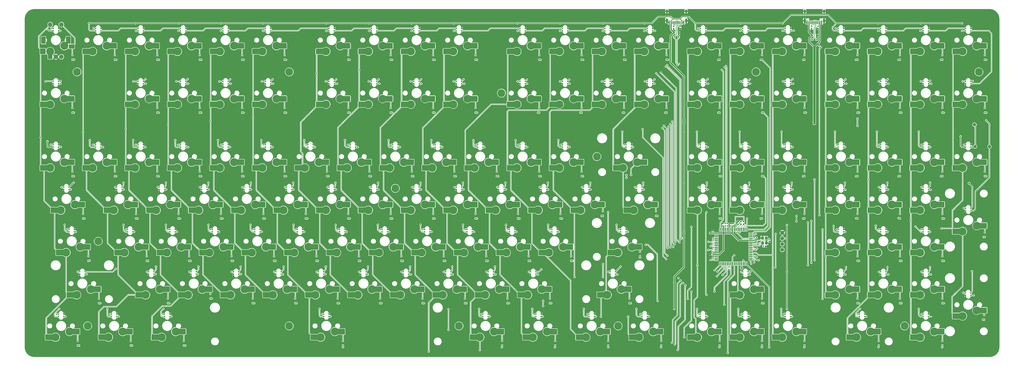
<source format=gbr>
%TF.GenerationSoftware,KiCad,Pcbnew,7.0.3*%
%TF.CreationDate,2023-05-24T16:07:10-04:00*%
%TF.ProjectId,100p-keebored,31303070-2d6b-4656-9562-6f7265642e6b,rev?*%
%TF.SameCoordinates,Original*%
%TF.FileFunction,Copper,L2,Bot*%
%TF.FilePolarity,Positive*%
%FSLAX46Y46*%
G04 Gerber Fmt 4.6, Leading zero omitted, Abs format (unit mm)*
G04 Created by KiCad (PCBNEW 7.0.3) date 2023-05-24 16:07:10*
%MOMM*%
%LPD*%
G01*
G04 APERTURE LIST*
G04 Aperture macros list*
%AMRoundRect*
0 Rectangle with rounded corners*
0 $1 Rounding radius*
0 $2 $3 $4 $5 $6 $7 $8 $9 X,Y pos of 4 corners*
0 Add a 4 corners polygon primitive as box body*
4,1,4,$2,$3,$4,$5,$6,$7,$8,$9,$2,$3,0*
0 Add four circle primitives for the rounded corners*
1,1,$1+$1,$2,$3*
1,1,$1+$1,$4,$5*
1,1,$1+$1,$6,$7*
1,1,$1+$1,$8,$9*
0 Add four rect primitives between the rounded corners*
20,1,$1+$1,$2,$3,$4,$5,0*
20,1,$1+$1,$4,$5,$6,$7,0*
20,1,$1+$1,$6,$7,$8,$9,0*
20,1,$1+$1,$8,$9,$2,$3,0*%
G04 Aperture macros list end*
%TA.AperFunction,SMDPad,CuDef*%
%ADD10RoundRect,0.250000X1.525000X1.000000X-1.525000X1.000000X-1.525000X-1.000000X1.525000X-1.000000X0*%
%TD*%
%TA.AperFunction,ComponentPad*%
%ADD11C,3.600000*%
%TD*%
%TA.AperFunction,ComponentPad*%
%ADD12C,3.500000*%
%TD*%
%TA.AperFunction,ComponentPad*%
%ADD13R,2.000000X2.000000*%
%TD*%
%TA.AperFunction,ComponentPad*%
%ADD14C,2.000000*%
%TD*%
%TA.AperFunction,ComponentPad*%
%ADD15R,2.000000X3.200000*%
%TD*%
%TA.AperFunction,SMDPad,CuDef*%
%ADD16C,1.500000*%
%TD*%
%TA.AperFunction,SMDPad,CuDef*%
%ADD17RoundRect,0.194000X1.086000X0.776000X-1.086000X0.776000X-1.086000X-0.776000X1.086000X-0.776000X0*%
%TD*%
%TA.AperFunction,SMDPad,CuDef*%
%ADD18RoundRect,0.250000X1.020000X1.000000X-1.020000X1.000000X-1.020000X-1.000000X1.020000X-1.000000X0*%
%TD*%
%TA.AperFunction,ComponentPad*%
%ADD19R,1.700000X1.700000*%
%TD*%
%TA.AperFunction,ComponentPad*%
%ADD20C,1.700000*%
%TD*%
%TA.AperFunction,SMDPad,CuDef*%
%ADD21RoundRect,0.112500X0.112500X-0.187500X0.112500X0.187500X-0.112500X0.187500X-0.112500X-0.187500X0*%
%TD*%
%TA.AperFunction,SMDPad,CuDef*%
%ADD22RoundRect,0.118750X0.118750X0.231250X-0.118750X0.231250X-0.118750X-0.231250X0.118750X-0.231250X0*%
%TD*%
%TA.AperFunction,SMDPad,CuDef*%
%ADD23RoundRect,0.125000X0.125000X0.225000X-0.125000X0.225000X-0.125000X-0.225000X0.125000X-0.225000X0*%
%TD*%
%TA.AperFunction,SMDPad,CuDef*%
%ADD24RoundRect,0.118750X-0.118750X-0.231250X0.118750X-0.231250X0.118750X0.231250X-0.118750X0.231250X0*%
%TD*%
%TA.AperFunction,SMDPad,CuDef*%
%ADD25RoundRect,0.125000X-0.125000X-0.225000X0.125000X-0.225000X0.125000X0.225000X-0.125000X0.225000X0*%
%TD*%
%TA.AperFunction,SMDPad,CuDef*%
%ADD26RoundRect,0.135000X-0.185000X0.135000X-0.185000X-0.135000X0.185000X-0.135000X0.185000X0.135000X0*%
%TD*%
%TA.AperFunction,SMDPad,CuDef*%
%ADD27RoundRect,0.135000X0.185000X-0.135000X0.185000X0.135000X-0.185000X0.135000X-0.185000X-0.135000X0*%
%TD*%
%TA.AperFunction,SMDPad,CuDef*%
%ADD28RoundRect,0.140000X0.170000X-0.140000X0.170000X0.140000X-0.170000X0.140000X-0.170000X-0.140000X0*%
%TD*%
%TA.AperFunction,SMDPad,CuDef*%
%ADD29RoundRect,0.140000X-0.170000X0.140000X-0.170000X-0.140000X0.170000X-0.140000X0.170000X0.140000X0*%
%TD*%
%TA.AperFunction,SMDPad,CuDef*%
%ADD30R,0.700000X1.000000*%
%TD*%
%TA.AperFunction,SMDPad,CuDef*%
%ADD31R,0.700000X0.600000*%
%TD*%
%TA.AperFunction,ConnectorPad*%
%ADD32C,0.787400*%
%TD*%
%TA.AperFunction,SMDPad,CuDef*%
%ADD33RoundRect,0.140000X0.140000X0.170000X-0.140000X0.170000X-0.140000X-0.170000X0.140000X-0.170000X0*%
%TD*%
%TA.AperFunction,SMDPad,CuDef*%
%ADD34R,0.600000X1.450000*%
%TD*%
%TA.AperFunction,SMDPad,CuDef*%
%ADD35R,0.300000X1.450000*%
%TD*%
%TA.AperFunction,ComponentPad*%
%ADD36O,1.000000X1.600000*%
%TD*%
%TA.AperFunction,ComponentPad*%
%ADD37O,1.000000X2.100000*%
%TD*%
%TA.AperFunction,SMDPad,CuDef*%
%ADD38R,0.550000X1.500000*%
%TD*%
%TA.AperFunction,SMDPad,CuDef*%
%ADD39R,1.500000X0.550000*%
%TD*%
%TA.AperFunction,SMDPad,CuDef*%
%ADD40C,1.000000*%
%TD*%
%TA.AperFunction,SMDPad,CuDef*%
%ADD41RoundRect,0.135000X0.135000X0.185000X-0.135000X0.185000X-0.135000X-0.185000X0.135000X-0.185000X0*%
%TD*%
%TA.AperFunction,SMDPad,CuDef*%
%ADD42RoundRect,0.135000X0.226274X0.035355X0.035355X0.226274X-0.226274X-0.035355X-0.035355X-0.226274X0*%
%TD*%
%TA.AperFunction,SMDPad,CuDef*%
%ADD43R,1.200000X1.400000*%
%TD*%
%TA.AperFunction,SMDPad,CuDef*%
%ADD44RoundRect,0.112500X-0.187500X-0.112500X0.187500X-0.112500X0.187500X0.112500X-0.187500X0.112500X0*%
%TD*%
%TA.AperFunction,ViaPad*%
%ADD45C,0.600000*%
%TD*%
%TA.AperFunction,ViaPad*%
%ADD46C,0.800000*%
%TD*%
%TA.AperFunction,Conductor*%
%ADD47C,0.200000*%
%TD*%
%TA.AperFunction,Conductor*%
%ADD48C,0.189383*%
%TD*%
%TA.AperFunction,Conductor*%
%ADD49C,0.250000*%
%TD*%
%TA.AperFunction,Conductor*%
%ADD50C,0.500000*%
%TD*%
%TA.AperFunction,Conductor*%
%ADD51C,0.300000*%
%TD*%
%TA.AperFunction,Conductor*%
%ADD52C,1.000000*%
%TD*%
G04 APERTURE END LIST*
D10*
%TO.P,SW10,1,1*%
%TO.N,Net-(D10-A)*%
X262236000Y-79044800D03*
D11*
X259461000Y-79044800D03*
%TO.P,SW10,2,2*%
%TO.N,Col10*%
X253111000Y-81584800D03*
D10*
X250331000Y-81584800D03*
%TD*%
%TO.P,SW127,1,1*%
%TO.N,Net-(D127-A)*%
X409873500Y-207632300D03*
D11*
X407098500Y-207632300D03*
%TO.P,SW127,2,2*%
%TO.N,Col17*%
X400748500Y-210172300D03*
D10*
X397968500Y-210172300D03*
%TD*%
%TO.P,SW96,1,1*%
%TO.N,Net-(D96-A)*%
X336054750Y-169532300D03*
D11*
X333279750Y-169532300D03*
%TO.P,SW96,2,2*%
%TO.N,Col14*%
X326929750Y-172072300D03*
D10*
X324149750Y-172072300D03*
%TD*%
D12*
%TO.P,,1*%
%TO.N,N/C*%
X317563536Y-128892320D03*
%TD*%
D10*
%TO.P,SW78,1,1*%
%TO.N,Net-(D78-A)*%
X390823500Y-150482300D03*
D11*
X388048500Y-150482300D03*
%TO.P,SW78,2,2*%
%TO.N,Col16*%
X381698500Y-153022300D03*
D10*
X378918500Y-153022300D03*
%TD*%
%TO.P,SW115,1,1*%
%TO.N,Net-(D115-A)*%
X471786000Y-188582300D03*
D11*
X469011000Y-188582300D03*
%TO.P,SW115,2,2*%
%TO.N,Col20*%
X462661000Y-191122300D03*
D10*
X459881000Y-191122300D03*
%TD*%
%TO.P,SW73,1,1*%
%TO.N,Net-(D73-A)*%
X281286000Y-150482300D03*
D11*
X278511000Y-150482300D03*
%TO.P,SW73,2,2*%
%TO.N,Col11*%
X272161000Y-153022300D03*
D10*
X269381000Y-153022300D03*
%TD*%
%TO.P,SW50,1,1*%
%TO.N,Net-(D50-A)*%
X233661000Y-131432300D03*
D11*
X230886000Y-131432300D03*
%TO.P,SW50,2,2*%
%TO.N,Col9*%
X224536000Y-133972300D03*
D10*
X221756000Y-133972300D03*
%TD*%
D13*
%TO.P,SW130,A,A*%
%TO.N,enc-*%
X72176000Y-84004800D03*
D14*
%TO.P,SW130,B,B*%
%TO.N,enc+*%
X77176000Y-84004800D03*
%TO.P,SW130,C,C*%
%TO.N,GND*%
X74676000Y-84004800D03*
D15*
%TO.P,SW130,MP*%
%TO.N,N/C*%
X69076000Y-76504800D03*
X80276000Y-76504800D03*
D14*
%TO.P,SW130,S1,S1*%
%TO.N,sw1Out*%
X77176000Y-69504800D03*
%TO.P,SW130,S2,S2*%
%TO.N,Col1*%
X72176000Y-69504800D03*
%TD*%
D10*
%TO.P,SW69,1,1*%
%TO.N,Net-(D69-A)*%
X205086000Y-150482300D03*
D11*
X202311000Y-150482300D03*
%TO.P,SW69,2,2*%
%TO.N,Col7*%
X195961000Y-153022300D03*
D10*
X193181000Y-153022300D03*
%TD*%
%TO.P,SW19,1,1*%
%TO.N,Net-(D19-A)*%
X452736000Y-79044800D03*
D11*
X449961000Y-79044800D03*
%TO.P,SW19,2,2*%
%TO.N,Col19*%
X443611000Y-81584800D03*
D10*
X440831000Y-81584800D03*
%TD*%
%TO.P,SW125,1,1*%
%TO.N,Net-(D125-A)*%
X371773500Y-207632300D03*
D11*
X368998500Y-207632300D03*
%TO.P,SW125,2,2*%
%TO.N,Col15*%
X362648500Y-210172300D03*
D10*
X359868500Y-210172300D03*
%TD*%
%TO.P,SW76,1,1*%
%TO.N,Net-(D76-A)*%
X343198500Y-150482300D03*
D11*
X340423500Y-150482300D03*
%TO.P,SW76,2,2*%
%TO.N,Col14*%
X334073500Y-153022300D03*
D10*
X331293500Y-153022300D03*
%TD*%
%TO.P,SW4,1,1*%
%TO.N,Net-(D4-A)*%
X138411000Y-79044800D03*
D11*
X135636000Y-79044800D03*
%TO.P,SW4,2,2*%
%TO.N,Col4*%
X129286000Y-81584800D03*
D10*
X126506000Y-81584800D03*
%TD*%
D12*
%TO.P,,1*%
%TO.N,N/C*%
X489013392Y-90792352D03*
%TD*%
D10*
%TO.P,SW51,1,1*%
%TO.N,Net-(D51-A)*%
X252711000Y-131432300D03*
D11*
X249936000Y-131432300D03*
%TO.P,SW51,2,2*%
%TO.N,Col10*%
X243586000Y-133972300D03*
D10*
X240806000Y-133972300D03*
%TD*%
%TO.P,SW12,1,1*%
%TO.N,Net-(D12-A)*%
X309861000Y-79044800D03*
D11*
X307086000Y-79044800D03*
%TO.P,SW12,2,2*%
%TO.N,Col12*%
X300736000Y-81584800D03*
D10*
X297956000Y-81584800D03*
%TD*%
%TO.P,SW71,1,1*%
%TO.N,Net-(D71-A)*%
X243186000Y-150482300D03*
D11*
X240411000Y-150482300D03*
%TO.P,SW71,2,2*%
%TO.N,Col9*%
X234061000Y-153022300D03*
D10*
X231281000Y-153022300D03*
%TD*%
%TO.P,SW126,1,1*%
%TO.N,Net-(D126-A)*%
X390823500Y-207632300D03*
D11*
X388048500Y-207632300D03*
%TO.P,SW126,2,2*%
%TO.N,Col16*%
X381698500Y-210172300D03*
D10*
X378918500Y-210172300D03*
%TD*%
%TO.P,SW119,1,1*%
%TO.N,Net-(D119-A)*%
X131267250Y-207632300D03*
D11*
X128492250Y-207632300D03*
%TO.P,SW119,2,2*%
%TO.N,Col3*%
X122142250Y-210172300D03*
D10*
X119362250Y-210172300D03*
%TD*%
%TO.P,SW107,1,1*%
%TO.N,Net-(D107-A)*%
X238423500Y-188582300D03*
D11*
X235648500Y-188582300D03*
%TO.P,SW107,2,2*%
%TO.N,Col8*%
X229298500Y-191122300D03*
D10*
X226518500Y-191122300D03*
%TD*%
%TO.P,SW27,1,1*%
%TO.N,Net-(D27-A)*%
X205086000Y-102857300D03*
D11*
X202311000Y-102857300D03*
%TO.P,SW27,2,2*%
%TO.N,Col7*%
X195961000Y-105397300D03*
D10*
X193181000Y-105397300D03*
%TD*%
%TO.P,SW48,1,1*%
%TO.N,Net-(D48-A)*%
X195561000Y-131432300D03*
D11*
X192786000Y-131432300D03*
%TO.P,SW48,2,2*%
%TO.N,Col7*%
X186436000Y-133972300D03*
D10*
X183656000Y-133972300D03*
%TD*%
%TO.P,SW81,1,1*%
%TO.N,Net-(D81-A)*%
X452736000Y-150482300D03*
D11*
X449961000Y-150482300D03*
%TO.P,SW81,2,2*%
%TO.N,Col19*%
X443611000Y-153022300D03*
D10*
X440831000Y-153022300D03*
%TD*%
%TO.P,SW24,1,1*%
%TO.N,Net-(D24-A)*%
X138411000Y-102857300D03*
D11*
X135636000Y-102857300D03*
%TO.P,SW24,2,2*%
%TO.N,Col4*%
X129286000Y-105397300D03*
D10*
X126506000Y-105397300D03*
%TD*%
%TO.P,SW62,1,1*%
%TO.N,Net-(D62-A)*%
X490836000Y-131432300D03*
D11*
X488061000Y-131432300D03*
%TO.P,SW62,2,2*%
%TO.N,Col21*%
X481711000Y-133972300D03*
D10*
X478931000Y-133972300D03*
%TD*%
%TO.P,SW23,1,1*%
%TO.N,Net-(D23-A)*%
X119361000Y-102857300D03*
D11*
X116586000Y-102857300D03*
%TO.P,SW23,2,2*%
%TO.N,Col3*%
X110236000Y-105397300D03*
D10*
X107456000Y-105397300D03*
%TD*%
%TO.P,SW88,1,1*%
%TO.N,Net-(D88-A)*%
X171748500Y-169532300D03*
D11*
X168973500Y-169532300D03*
%TO.P,SW88,2,2*%
%TO.N,Col5*%
X162623500Y-172072300D03*
D10*
X159843500Y-172072300D03*
%TD*%
%TO.P,SW105,1,1*%
%TO.N,Net-(D105-A)*%
X200323500Y-188582300D03*
D11*
X197548500Y-188582300D03*
%TO.P,SW105,2,2*%
%TO.N,Col6*%
X191198500Y-191122300D03*
D10*
X188418500Y-191122300D03*
%TD*%
D16*
%TO.P,,1*%
%TO.N,Net-(D262-DOUT)*%
X493776000Y-124409200D03*
%TD*%
D10*
%TO.P,SW8,1,1*%
%TO.N,Net-(D8-A)*%
X224136000Y-79044800D03*
D11*
X221361000Y-79044800D03*
%TO.P,SW8,2,2*%
%TO.N,Col8*%
X215011000Y-81584800D03*
D10*
X212231000Y-81584800D03*
%TD*%
%TO.P,SW117,1,1*%
%TO.N,Net-(D117-A)*%
X83642250Y-207632300D03*
D11*
X80867250Y-207632300D03*
%TO.P,SW117,2,2*%
%TO.N,Col1*%
X74517250Y-210172300D03*
D10*
X71737250Y-210172300D03*
%TD*%
%TO.P,SW79,1,1*%
%TO.N,Net-(D79-A)*%
X409873500Y-150482300D03*
D11*
X407098500Y-150482300D03*
%TO.P,SW79,2,2*%
%TO.N,Col17*%
X400748500Y-153022300D03*
D10*
X397968500Y-153022300D03*
%TD*%
D12*
%TO.P,,1*%
%TO.N,N/C*%
X179451152Y-205092256D03*
%TD*%
D10*
%TO.P,SW66,1,1*%
%TO.N,Net-(D66-A)*%
X147936000Y-150482300D03*
D11*
X145161000Y-150482300D03*
%TO.P,SW66,2,2*%
%TO.N,Col4*%
X138811000Y-153022300D03*
D10*
X136031000Y-153022300D03*
%TD*%
%TO.P,SW30,1,1*%
%TO.N,Net-(D30-A)*%
X262236000Y-102857300D03*
D11*
X259461000Y-102857300D03*
%TO.P,SW30,2,2*%
%TO.N,Col10*%
X253111000Y-105397300D03*
D10*
X250331000Y-105397300D03*
%TD*%
%TO.P,SW87,1,1*%
%TO.N,Net-(D87-A)*%
X152698500Y-169532300D03*
D11*
X149923500Y-169532300D03*
%TO.P,SW87,2,2*%
%TO.N,Col4*%
X143573500Y-172072300D03*
D10*
X140793500Y-172072300D03*
%TD*%
D12*
%TO.P,,1*%
%TO.N,N/C*%
X84201232Y-90792352D03*
%TD*%
D10*
%TO.P,SW68,1,1*%
%TO.N,Net-(D68-A)*%
X186036000Y-150482300D03*
D11*
X183261000Y-150482300D03*
%TO.P,SW68,2,2*%
%TO.N,Col6*%
X176911000Y-153022300D03*
D10*
X174131000Y-153022300D03*
%TD*%
%TO.P,SW15,1,1*%
%TO.N,Net-(D15-A)*%
X371773500Y-79044800D03*
D11*
X368998500Y-79044800D03*
%TO.P,SW15,2,2*%
%TO.N,Col15*%
X362648500Y-81584800D03*
D10*
X359868500Y-81584800D03*
%TD*%
%TO.P,SW25,1,1*%
%TO.N,Net-(D25-A)*%
X157461000Y-102857300D03*
D11*
X154686000Y-102857300D03*
%TO.P,SW25,2,2*%
%TO.N,Col5*%
X148336000Y-105397300D03*
D10*
X145556000Y-105397300D03*
%TD*%
%TO.P,SW89,1,1*%
%TO.N,Net-(D89-A)*%
X190798500Y-169532300D03*
D11*
X188023500Y-169532300D03*
%TO.P,SW89,2,2*%
%TO.N,Col6*%
X181673500Y-172072300D03*
D10*
X178893500Y-172072300D03*
%TD*%
%TO.P,SW39,1,1*%
%TO.N,Net-(D39-A)*%
X452736000Y-102857300D03*
D11*
X449961000Y-102857300D03*
%TO.P,SW39,2,2*%
%TO.N,Col19*%
X443611000Y-105397300D03*
D10*
X440831000Y-105397300D03*
%TD*%
%TO.P,SW102,1,1*%
%TO.N,Net-(D102-A)*%
X143173500Y-188582300D03*
D11*
X140398500Y-188582300D03*
%TO.P,SW102,2,2*%
%TO.N,Col3*%
X134048500Y-191122300D03*
D10*
X131268500Y-191122300D03*
%TD*%
%TO.P,SW70,1,1*%
%TO.N,Net-(D70-A)*%
X224136000Y-150482300D03*
D11*
X221361000Y-150482300D03*
%TO.P,SW70,2,2*%
%TO.N,Col8*%
X215011000Y-153022300D03*
D10*
X212231000Y-153022300D03*
%TD*%
D12*
%TO.P,,1*%
%TO.N,N/C*%
X274701072Y-100317344D03*
%TD*%
D10*
%TO.P,SW77,1,1*%
%TO.N,Net-(D77-A)*%
X371773500Y-150482300D03*
D11*
X368998500Y-150482300D03*
%TO.P,SW77,2,2*%
%TO.N,Col15*%
X362648500Y-153022300D03*
D10*
X359868500Y-153022300D03*
%TD*%
%TO.P,SW59,1,1*%
%TO.N,Net-(D59-A)*%
X433686000Y-131432300D03*
D11*
X430911000Y-131432300D03*
%TO.P,SW59,2,2*%
%TO.N,Col18*%
X424561000Y-133972300D03*
D10*
X421781000Y-133972300D03*
%TD*%
%TO.P,SW114,1,1*%
%TO.N,Net-(D114-A)*%
X452736000Y-188582300D03*
D11*
X449961000Y-188582300D03*
%TO.P,SW114,2,2*%
%TO.N,Col19*%
X443611000Y-191122300D03*
D10*
X440831000Y-191122300D03*
%TD*%
%TO.P,SW11,1,1*%
%TO.N,Net-(D11-A)*%
X290811000Y-79044800D03*
D11*
X288036000Y-79044800D03*
%TO.P,SW11,2,2*%
%TO.N,Col11*%
X281686000Y-81584800D03*
D10*
X278906000Y-81584800D03*
%TD*%
%TO.P,SW22,1,1*%
%TO.N,Net-(D22-A)*%
X81261000Y-102857300D03*
D11*
X78486000Y-102857300D03*
%TO.P,SW22,2,2*%
%TO.N,Col1*%
X72136000Y-105397300D03*
D10*
X69356000Y-105397300D03*
%TD*%
%TO.P,SW61,1,1*%
%TO.N,Net-(D61-A)*%
X471786000Y-131432300D03*
D11*
X469011000Y-131432300D03*
%TO.P,SW61,2,2*%
%TO.N,Col20*%
X462661000Y-133972300D03*
D10*
X459881000Y-133972300D03*
%TD*%
%TO.P,SW6,1,1*%
%TO.N,Net-(D6-A)*%
X176511000Y-79044800D03*
D11*
X173736000Y-79044800D03*
%TO.P,SW6,2,2*%
%TO.N,Col6*%
X167386000Y-81584800D03*
D10*
X164606000Y-81584800D03*
%TD*%
%TO.P,SW97,1,1*%
%TO.N,Net-(D97-A)*%
X433686000Y-169532300D03*
D11*
X430911000Y-169532300D03*
%TO.P,SW97,2,2*%
%TO.N,Col18*%
X424561000Y-172072300D03*
D10*
X421781000Y-172072300D03*
%TD*%
%TO.P,SW21,1,1*%
%TO.N,Net-(D21-A)*%
X490836000Y-79044800D03*
D11*
X488061000Y-79044800D03*
%TO.P,SW21,2,2*%
%TO.N,Col21*%
X481711000Y-81584800D03*
D10*
X478931000Y-81584800D03*
%TD*%
%TO.P,SW29,1,1*%
%TO.N,Net-(D29-A)*%
X243186000Y-102857300D03*
D11*
X240411000Y-102857300D03*
%TO.P,SW29,2,2*%
%TO.N,Col9*%
X234061000Y-105397300D03*
D10*
X231281000Y-105397300D03*
%TD*%
%TO.P,SW63,1,1*%
%TO.N,Net-(D63-A)*%
X86023500Y-150482300D03*
D11*
X83248500Y-150482300D03*
%TO.P,SW63,2,2*%
%TO.N,Col1*%
X76898500Y-153022300D03*
D10*
X74118500Y-153022300D03*
%TD*%
%TO.P,SW124,1,1*%
%TO.N,Net-(D124-A)*%
X345579750Y-207632300D03*
D11*
X342804750Y-207632300D03*
%TO.P,SW124,2,2*%
%TO.N,Col14*%
X336454750Y-210172300D03*
D10*
X333674750Y-210172300D03*
%TD*%
%TO.P,SW17,1,1*%
%TO.N,Net-(D17-A)*%
X409873500Y-79044800D03*
D11*
X407098500Y-79044800D03*
%TO.P,SW17,2,2*%
%TO.N,Col17*%
X400748500Y-81584800D03*
D10*
X397968500Y-81584800D03*
%TD*%
%TO.P,SW49,1,1*%
%TO.N,Net-(D49-A)*%
X214611000Y-131432300D03*
D11*
X211836000Y-131432300D03*
%TO.P,SW49,2,2*%
%TO.N,Col8*%
X205486000Y-133972300D03*
D10*
X202706000Y-133972300D03*
%TD*%
D12*
%TO.P,,1*%
%TO.N,N/C*%
X327088528Y-205092256D03*
%TD*%
D10*
%TO.P,SW122,1,1*%
%TO.N,Net-(D122-A)*%
X297954750Y-207632300D03*
D11*
X295179750Y-207632300D03*
%TO.P,SW122,2,2*%
%TO.N,Col11*%
X288829750Y-210172300D03*
D10*
X286049750Y-210172300D03*
%TD*%
%TO.P,SW16,1,1*%
%TO.N,Net-(D16-A)*%
X390823500Y-79044800D03*
D11*
X388048500Y-79044800D03*
%TO.P,SW16,2,2*%
%TO.N,Col16*%
X381698500Y-81584800D03*
D10*
X378918500Y-81584800D03*
%TD*%
%TO.P,SW120,1,1*%
%TO.N,Net-(D120-A)*%
X202704750Y-207632300D03*
D11*
X199929750Y-207632300D03*
%TO.P,SW120,2,2*%
%TO.N,Col6*%
X193579750Y-210172300D03*
D10*
X190799750Y-210172300D03*
%TD*%
%TO.P,SW26,1,1*%
%TO.N,Net-(D26-A)*%
X176511000Y-102857300D03*
D11*
X173736000Y-102857300D03*
%TO.P,SW26,2,2*%
%TO.N,Col6*%
X167386000Y-105397300D03*
D10*
X164606000Y-105397300D03*
%TD*%
%TO.P,SW82,1,1*%
%TO.N,Net-(D82-A)*%
X471786000Y-150482300D03*
D11*
X469011000Y-150482300D03*
%TO.P,SW82,2,2*%
%TO.N,Col20*%
X462661000Y-153022300D03*
D10*
X459881000Y-153022300D03*
%TD*%
%TO.P,SW58,1,1*%
%TO.N,Net-(D58-A)*%
X409873500Y-131432300D03*
D11*
X407098500Y-131432300D03*
%TO.P,SW58,2,2*%
%TO.N,Col17*%
X400748500Y-133972300D03*
D10*
X397968500Y-133972300D03*
%TD*%
%TO.P,SW86,1,1*%
%TO.N,Net-(D86-A)*%
X133648500Y-169532300D03*
D11*
X130873500Y-169532300D03*
%TO.P,SW86,2,2*%
%TO.N,Col3*%
X124523500Y-172072300D03*
D10*
X121743500Y-172072300D03*
%TD*%
%TO.P,SW84,1,1*%
%TO.N,Net-(D84-A)*%
X88404750Y-169532300D03*
D11*
X85629750Y-169532300D03*
%TO.P,SW84,2,2*%
%TO.N,Col1*%
X79279750Y-172072300D03*
D10*
X76499750Y-172072300D03*
%TD*%
%TO.P,SW37,1,1*%
%TO.N,Net-(D37-A)*%
X409873500Y-102857300D03*
D11*
X407098500Y-102857300D03*
%TO.P,SW37,2,2*%
%TO.N,Col17*%
X400748500Y-105397300D03*
D10*
X397968500Y-105397300D03*
%TD*%
%TO.P,SW90,1,1*%
%TO.N,Net-(D90-A)*%
X209848500Y-169532300D03*
D11*
X207073500Y-169532300D03*
%TO.P,SW90,2,2*%
%TO.N,Col7*%
X200723500Y-172072300D03*
D10*
X197943500Y-172072300D03*
%TD*%
%TO.P,SW9,1,1*%
%TO.N,Net-(D9-A)*%
X243186000Y-79044800D03*
D11*
X240411000Y-79044800D03*
%TO.P,SW9,2,2*%
%TO.N,Col9*%
X234061000Y-81584800D03*
D10*
X231281000Y-81584800D03*
%TD*%
%TO.P,SW18,1,1*%
%TO.N,Net-(D18-A)*%
X433686000Y-79044800D03*
D11*
X430911000Y-79044800D03*
%TO.P,SW18,2,2*%
%TO.N,Col18*%
X424561000Y-81584800D03*
D10*
X421781000Y-81584800D03*
%TD*%
%TO.P,SW35,1,1*%
%TO.N,Net-(D35-A)*%
X371773500Y-102857300D03*
D11*
X368998500Y-102857300D03*
%TO.P,SW35,2,2*%
%TO.N,Col15*%
X362648500Y-105397300D03*
D10*
X359868500Y-105397300D03*
%TD*%
%TO.P,SW34,1,1*%
%TO.N,Net-(D34-A)*%
X347961000Y-102857300D03*
D11*
X345186000Y-102857300D03*
%TO.P,SW34,2,2*%
%TO.N,Col14*%
X338836000Y-105397300D03*
D10*
X336056000Y-105397300D03*
%TD*%
%TO.P,SW121,1,1*%
%TO.N,Net-(D121-A)*%
X274142250Y-207632300D03*
D11*
X271367250Y-207632300D03*
%TO.P,SW121,2,2*%
%TO.N,Col10*%
X265017250Y-210172300D03*
D10*
X262237250Y-210172300D03*
%TD*%
%TO.P,SW46,1,1*%
%TO.N,Net-(D46-A)*%
X157461000Y-131432300D03*
D11*
X154686000Y-131432300D03*
%TO.P,SW46,2,2*%
%TO.N,Col5*%
X148336000Y-133972300D03*
D10*
X145556000Y-133972300D03*
%TD*%
D16*
%TO.P,,1*%
%TO.N,Net-(D262-DOUT)*%
X487045000Y-114528600D03*
%TD*%
D10*
%TO.P,SW74,1,1*%
%TO.N,Net-(D74-A)*%
X300336000Y-150482300D03*
D11*
X297561000Y-150482300D03*
%TO.P,SW74,2,2*%
%TO.N,Col12*%
X291211000Y-153022300D03*
D10*
X288431000Y-153022300D03*
%TD*%
%TO.P,SW47,1,1*%
%TO.N,Net-(D47-A)*%
X176511000Y-131432300D03*
D11*
X173736000Y-131432300D03*
%TO.P,SW47,2,2*%
%TO.N,Col6*%
X167386000Y-133972300D03*
D10*
X164606000Y-133972300D03*
%TD*%
%TO.P,SW80,1,1*%
%TO.N,Net-(D80-A)*%
X433686000Y-150482300D03*
D11*
X430911000Y-150482300D03*
%TO.P,SW80,2,2*%
%TO.N,Col18*%
X424561000Y-153022300D03*
D10*
X421781000Y-153022300D03*
%TD*%
%TO.P,SW32,1,1*%
%TO.N,Net-(D32-A)*%
X309861000Y-102857300D03*
D11*
X307086000Y-102857300D03*
%TO.P,SW32,2,2*%
%TO.N,Col12*%
X300736000Y-105397300D03*
D10*
X297956000Y-105397300D03*
%TD*%
%TO.P,SW110,1,1*%
%TO.N,Net-(D110-A)*%
X295573500Y-188582300D03*
D11*
X292798500Y-188582300D03*
%TO.P,SW110,2,2*%
%TO.N,Col11*%
X286448500Y-191122300D03*
D10*
X283668500Y-191122300D03*
%TD*%
D12*
%TO.P,,1*%
%TO.N,N/C*%
X88963728Y-205092256D03*
%TD*%
D10*
%TO.P,SW2,1,1*%
%TO.N,Net-(D2-A)*%
X100311000Y-79044800D03*
D11*
X97536000Y-79044800D03*
%TO.P,SW2,2,2*%
%TO.N,Col2*%
X91186000Y-81584800D03*
D10*
X88406000Y-81584800D03*
%TD*%
%TO.P,SW129,1,1*%
%TO.N,Net-(D129-A)*%
X471786000Y-207632300D03*
D11*
X469011000Y-207632300D03*
%TO.P,SW129,2,2*%
%TO.N,Col20*%
X462661000Y-210172300D03*
D10*
X459881000Y-210172300D03*
%TD*%
%TO.P,SW123,1,1*%
%TO.N,Net-(D123-A)*%
X321767250Y-207632300D03*
D11*
X318992250Y-207632300D03*
%TO.P,SW123,2,2*%
%TO.N,Col12*%
X312642250Y-210172300D03*
D10*
X309862250Y-210172300D03*
%TD*%
%TO.P,SW98,1,1*%
%TO.N,Net-(D98-A)*%
X452736000Y-169532300D03*
D11*
X449961000Y-169532300D03*
%TO.P,SW98,2,2*%
%TO.N,Col19*%
X443611000Y-172072300D03*
D10*
X440831000Y-172072300D03*
%TD*%
%TO.P,SW95,1,1*%
%TO.N,Net-(D95-A)*%
X305098500Y-169532300D03*
D11*
X302323500Y-169532300D03*
%TO.P,SW95,2,2*%
%TO.N,Col12*%
X295973500Y-172072300D03*
D10*
X293193500Y-172072300D03*
%TD*%
%TO.P,SW14,1,1*%
%TO.N,Net-(D14-A)*%
X347961000Y-79044800D03*
D11*
X345186000Y-79044800D03*
%TO.P,SW14,2,2*%
%TO.N,Col14*%
X338836000Y-81584800D03*
D10*
X336056000Y-81584800D03*
%TD*%
%TO.P,SW57,1,1*%
%TO.N,Net-(D57-A)*%
X390823500Y-131432300D03*
D11*
X388048500Y-131432300D03*
%TO.P,SW57,2,2*%
%TO.N,Col16*%
X381698500Y-133972300D03*
D10*
X378918500Y-133972300D03*
%TD*%
%TO.P,SW104,1,1*%
%TO.N,Net-(D104-A)*%
X181273500Y-188582300D03*
D11*
X178498500Y-188582300D03*
%TO.P,SW104,2,2*%
%TO.N,Col5*%
X172148500Y-191122300D03*
D10*
X169368500Y-191122300D03*
%TD*%
D12*
%TO.P,,1*%
%TO.N,N/C*%
X455675920Y-205092256D03*
%TD*%
D10*
%TO.P,SW13,1,1*%
%TO.N,Net-(D13-A)*%
X328911000Y-79044800D03*
D11*
X326136000Y-79044800D03*
%TO.P,SW13,2,2*%
%TO.N,Col13*%
X319786000Y-81584800D03*
D10*
X317006000Y-81584800D03*
%TD*%
%TO.P,SW112,1,1*%
%TO.N,Net-(D112-A)*%
X390823480Y-188582272D03*
D11*
X388048480Y-188582272D03*
%TO.P,SW112,2,2*%
%TO.N,Col16*%
X381698480Y-191122272D03*
D10*
X378918480Y-191122272D03*
%TD*%
%TO.P,SW100,1,1*%
%TO.N,Net-(D100-A)*%
X93167250Y-188582300D03*
D11*
X90392250Y-188582300D03*
%TO.P,SW100,2,2*%
%TO.N,Col1*%
X84042250Y-191122300D03*
D10*
X81262250Y-191122300D03*
%TD*%
D12*
%TO.P,,1*%
%TO.N,N/C*%
X93726224Y-166992288D03*
%TD*%
D10*
%TO.P,SW99,1,1*%
%TO.N,Net-(D99-A)*%
X471786000Y-169532300D03*
D11*
X469011000Y-169532300D03*
%TO.P,SW99,2,2*%
%TO.N,Col20*%
X462661000Y-172072300D03*
D10*
X459881000Y-172072300D03*
%TD*%
%TO.P,SW45,1,1*%
%TO.N,Net-(D45-A)*%
X138411000Y-131432300D03*
D11*
X135636000Y-131432300D03*
%TO.P,SW45,2,2*%
%TO.N,Col4*%
X129286000Y-133972300D03*
D10*
X126506000Y-133972300D03*
%TD*%
%TO.P,SW5,1,1*%
%TO.N,Net-(D5-A)*%
X157461000Y-79044800D03*
D11*
X154686000Y-79044800D03*
%TO.P,SW5,2,2*%
%TO.N,Col5*%
X148336000Y-81584800D03*
D10*
X145556000Y-81584800D03*
%TD*%
%TO.P,SW94,1,1*%
%TO.N,Net-(D94-A)*%
X286048500Y-169532300D03*
D11*
X283273500Y-169532300D03*
%TO.P,SW94,2,2*%
%TO.N,Col11*%
X276923500Y-172072300D03*
D10*
X274143500Y-172072300D03*
%TD*%
%TO.P,SW101,1,1*%
%TO.N,Net-(D101-A)*%
X124123500Y-188582300D03*
D11*
X121348500Y-188582300D03*
%TO.P,SW101,2,2*%
%TO.N,Col2*%
X114998500Y-191122300D03*
D10*
X112218500Y-191122300D03*
%TD*%
D12*
%TO.P,,1*%
%TO.N,N/C*%
X227076112Y-143179808D03*
%TD*%
D10*
%TO.P,SW56,1,1*%
%TO.N,Net-(D56-A)*%
X371773500Y-131432300D03*
D11*
X368998500Y-131432300D03*
%TO.P,SW56,2,2*%
%TO.N,Col15*%
X362648500Y-133972300D03*
D10*
X359868500Y-133972300D03*
%TD*%
%TO.P,SW28,1,1*%
%TO.N,Net-(D28-A)*%
X224136000Y-102857300D03*
D11*
X221361000Y-102857300D03*
%TO.P,SW28,2,2*%
%TO.N,Col8*%
X215011000Y-105397300D03*
D10*
X212231000Y-105397300D03*
%TD*%
%TO.P,SW43,1,1*%
%TO.N,Net-(D43-A)*%
X100311000Y-131432300D03*
D11*
X97536000Y-131432300D03*
%TO.P,SW43,2,2*%
%TO.N,Col2*%
X91186000Y-133972300D03*
D10*
X88406000Y-133972300D03*
%TD*%
%TO.P,SW31,1,1*%
%TO.N,Net-(D31-A)*%
X290811000Y-102857300D03*
D11*
X288036000Y-102857300D03*
%TO.P,SW31,2,2*%
%TO.N,Col11*%
X281686000Y-105397300D03*
D10*
X278906000Y-105397300D03*
%TD*%
%TO.P,SW52,1,1*%
%TO.N,Net-(D52-A)*%
X271761000Y-131432300D03*
D11*
X268986000Y-131432300D03*
%TO.P,SW52,2,2*%
%TO.N,Col11*%
X262636000Y-133972300D03*
D10*
X259856000Y-133972300D03*
%TD*%
%TO.P,SW103,1,1*%
%TO.N,Net-(D103-A)*%
X162223500Y-188582300D03*
D11*
X159448500Y-188582300D03*
%TO.P,SW103,2,2*%
%TO.N,Col4*%
X153098500Y-191122300D03*
D10*
X150318500Y-191122300D03*
%TD*%
%TO.P,SW91,1,1*%
%TO.N,Net-(D91-A)*%
X228898500Y-169532300D03*
D11*
X226123500Y-169532300D03*
%TO.P,SW91,2,2*%
%TO.N,Col8*%
X219773500Y-172072300D03*
D10*
X216993500Y-172072300D03*
%TD*%
%TO.P,SW36,1,1*%
%TO.N,Net-(D36-A)*%
X390823500Y-102857300D03*
D11*
X388048500Y-102857300D03*
%TO.P,SW36,2,2*%
%TO.N,Col16*%
X381698500Y-105397300D03*
D10*
X378918500Y-105397300D03*
%TD*%
%TO.P,SW44,1,1*%
%TO.N,Net-(D44-A)*%
X119361000Y-131432300D03*
D11*
X116586000Y-131432300D03*
%TO.P,SW44,2,2*%
%TO.N,Col3*%
X110236000Y-133972300D03*
D10*
X107456000Y-133972300D03*
%TD*%
%TO.P,SW111,1,1*%
%TO.N,Net-(D111-A)*%
X331292250Y-188582300D03*
D11*
X328517250Y-188582300D03*
%TO.P,SW111,2,2*%
%TO.N,Col14*%
X322167250Y-191122300D03*
D10*
X319387250Y-191122300D03*
%TD*%
%TO.P,SW85,1,1*%
%TO.N,Net-(D85-A)*%
X114598500Y-169532300D03*
D11*
X111823500Y-169532300D03*
%TO.P,SW85,2,2*%
%TO.N,Col2*%
X105473500Y-172072300D03*
D10*
X102693500Y-172072300D03*
%TD*%
D12*
%TO.P,,1*%
%TO.N,N/C*%
X389000976Y-90792352D03*
%TD*%
D10*
%TO.P,SW54,1,1*%
%TO.N,Net-(D54-A)*%
X309861000Y-131432300D03*
D11*
X307086000Y-131432300D03*
%TO.P,SW54,2,2*%
%TO.N,Col13*%
X300736000Y-133972300D03*
D10*
X297956000Y-133972300D03*
%TD*%
%TO.P,SW41,1,1*%
%TO.N,Net-(D41-A)*%
X490836000Y-102857300D03*
D11*
X488061000Y-102857300D03*
%TO.P,SW41,2,2*%
%TO.N,Col21*%
X481711000Y-105397300D03*
D10*
X478931000Y-105397300D03*
%TD*%
%TO.P,SW93,1,1*%
%TO.N,Net-(D93-A)*%
X266998500Y-169532300D03*
D11*
X264223500Y-169532300D03*
%TO.P,SW93,2,2*%
%TO.N,Col10*%
X257873500Y-172072300D03*
D10*
X255093500Y-172072300D03*
%TD*%
%TO.P,SW118,1,1*%
%TO.N,Net-(D118-A)*%
X107454750Y-207632300D03*
D11*
X104679750Y-207632300D03*
%TO.P,SW118,2,2*%
%TO.N,Col2*%
X98329750Y-210172300D03*
D10*
X95549750Y-210172300D03*
%TD*%
%TO.P,SW75,1,1*%
%TO.N,Net-(D75-A)*%
X319386000Y-150482300D03*
D11*
X316611000Y-150482300D03*
%TO.P,SW75,2,2*%
%TO.N,Col13*%
X310261000Y-153022300D03*
D10*
X307481000Y-153022300D03*
%TD*%
D12*
%TO.P,,1*%
%TO.N,N/C*%
X179451152Y-90792352D03*
%TD*%
D10*
%TO.P,SW55,1,1*%
%TO.N,Net-(D55-A)*%
X338436000Y-131432300D03*
D11*
X335661000Y-131432300D03*
%TO.P,SW55,2,2*%
%TO.N,Col14*%
X329311000Y-133972300D03*
D10*
X326531000Y-133972300D03*
%TD*%
%TO.P,SW42,1,1*%
%TO.N,Net-(D42-A)*%
X81261000Y-131432300D03*
D11*
X78486000Y-131432300D03*
%TO.P,SW42,2,2*%
%TO.N,Col1*%
X72136000Y-133972300D03*
D10*
X69356000Y-133972300D03*
%TD*%
%TO.P,SW109,1,1*%
%TO.N,Net-(D109-A)*%
X276523500Y-188582300D03*
D11*
X273748500Y-188582300D03*
%TO.P,SW109,2,2*%
%TO.N,Col10*%
X267398500Y-191122300D03*
D10*
X264618500Y-191122300D03*
%TD*%
%TO.P,SW83,1,1*%
%TO.N,Net-(D83-A)*%
X490836000Y-160007300D03*
D11*
X488061000Y-160007300D03*
%TO.P,SW83,2,2*%
%TO.N,Col21*%
X481711000Y-162547300D03*
D10*
X478931000Y-162547300D03*
%TD*%
%TO.P,SW72,1,1*%
%TO.N,Net-(D72-A)*%
X262236000Y-150482300D03*
D11*
X259461000Y-150482300D03*
%TO.P,SW72,2,2*%
%TO.N,Col10*%
X253111000Y-153022300D03*
D10*
X250331000Y-153022300D03*
%TD*%
%TO.P,SW20,1,1*%
%TO.N,Net-(D20-A)*%
X471786000Y-79044800D03*
D11*
X469011000Y-79044800D03*
%TO.P,SW20,2,2*%
%TO.N,Col20*%
X462661000Y-81584800D03*
D10*
X459881000Y-81584800D03*
%TD*%
%TO.P,SW128,1,1*%
%TO.N,Net-(D128-A)*%
X443211000Y-207632300D03*
D11*
X440436000Y-207632300D03*
%TO.P,SW128,2,2*%
%TO.N,Col19*%
X434086000Y-210172300D03*
D10*
X431306000Y-210172300D03*
%TD*%
%TO.P,SW67,1,1*%
%TO.N,Net-(D67-A)*%
X166986000Y-150482300D03*
D11*
X164211000Y-150482300D03*
%TO.P,SW67,2,2*%
%TO.N,Col5*%
X157861000Y-153022300D03*
D10*
X155081000Y-153022300D03*
%TD*%
%TO.P,SW53,1,1*%
%TO.N,Net-(D53-A)*%
X290811000Y-131432300D03*
D11*
X288036000Y-131432300D03*
%TO.P,SW53,2,2*%
%TO.N,Col12*%
X281686000Y-133972300D03*
D10*
X278906000Y-133972300D03*
%TD*%
%TO.P,SW92,1,1*%
%TO.N,Net-(D92-A)*%
X247948500Y-169532300D03*
D11*
X245173500Y-169532300D03*
%TO.P,SW92,2,2*%
%TO.N,Col9*%
X238823500Y-172072300D03*
D10*
X236043500Y-172072300D03*
%TD*%
%TO.P,SW108,1,1*%
%TO.N,Net-(D108-A)*%
X257473500Y-188582300D03*
D11*
X254698500Y-188582300D03*
%TO.P,SW108,2,2*%
%TO.N,Col9*%
X248348500Y-191122300D03*
D10*
X245568500Y-191122300D03*
%TD*%
D17*
%TO.P,SW1,1,1*%
%TO.N,sw1Out*%
X81756000Y-79324800D03*
D11*
X78486000Y-79044800D03*
%TO.P,SW1,2,2*%
%TO.N,Col1*%
X72136000Y-81584800D03*
D18*
X68834000Y-81584800D03*
%TD*%
D10*
%TO.P,SW3,1,1*%
%TO.N,Net-(D3-A)*%
X119361000Y-79044800D03*
D11*
X116586000Y-79044800D03*
%TO.P,SW3,2,2*%
%TO.N,Col3*%
X110236000Y-81584800D03*
D10*
X107456000Y-81584800D03*
%TD*%
%TO.P,SW113,1,1*%
%TO.N,Net-(D113-A)*%
X433686000Y-188582300D03*
D11*
X430911000Y-188582300D03*
%TO.P,SW113,2,2*%
%TO.N,Col18*%
X424561000Y-191122300D03*
D10*
X421781000Y-191122300D03*
%TD*%
%TO.P,SW65,1,1*%
%TO.N,Net-(D65-A)*%
X128886000Y-150482300D03*
D11*
X126111000Y-150482300D03*
%TO.P,SW65,2,2*%
%TO.N,Col3*%
X119761000Y-153022300D03*
D10*
X116981000Y-153022300D03*
%TD*%
%TO.P,SW60,1,1*%
%TO.N,Net-(D60-A)*%
X452736000Y-131432300D03*
D11*
X449961000Y-131432300D03*
%TO.P,SW60,2,2*%
%TO.N,Col19*%
X443611000Y-133972300D03*
D10*
X440831000Y-133972300D03*
%TD*%
%TO.P,SW33,1,1*%
%TO.N,Net-(D33-A)*%
X328911000Y-102857300D03*
D11*
X326136000Y-102857300D03*
%TO.P,SW33,2,2*%
%TO.N,Col13*%
X319786000Y-105397300D03*
D10*
X317006000Y-105397300D03*
%TD*%
%TO.P,SW64,1,1*%
%TO.N,Net-(D64-A)*%
X109836000Y-150482300D03*
D11*
X107061000Y-150482300D03*
%TO.P,SW64,2,2*%
%TO.N,Col2*%
X100711000Y-153022300D03*
D10*
X97931000Y-153022300D03*
%TD*%
D19*
%TO.P,J4,1,Pin_1*%
%TO.N,GND*%
X400748160Y-163182144D03*
D20*
%TO.P,J4,2,Pin_2*%
%TO.N,extraUSBSense*%
X400748160Y-165722144D03*
%TO.P,J4,3,Pin_3*%
%TO.N,SCL*%
X400748160Y-168262144D03*
%TO.P,J4,4,Pin_4*%
%TO.N,SDA*%
X400748160Y-170802144D03*
%TD*%
D10*
%TO.P,SW40,1,1*%
%TO.N,Net-(D40-A)*%
X471786000Y-102857300D03*
D11*
X469011000Y-102857300D03*
%TO.P,SW40,2,2*%
%TO.N,Col20*%
X462661000Y-105397300D03*
D10*
X459881000Y-105397300D03*
%TD*%
D12*
%TO.P,,1*%
%TO.N,N/C*%
X255651088Y-205092256D03*
%TD*%
D10*
%TO.P,SW116,1,1*%
%TO.N,Net-(D116-A)*%
X490836000Y-198107300D03*
D11*
X488061000Y-198107300D03*
%TO.P,SW116,2,2*%
%TO.N,Col21*%
X481711000Y-200647300D03*
D10*
X478931000Y-200647300D03*
%TD*%
%TO.P,SW106,1,1*%
%TO.N,Net-(D106-A)*%
X219373500Y-188582300D03*
D11*
X216598500Y-188582300D03*
%TO.P,SW106,2,2*%
%TO.N,Col7*%
X210248500Y-191122300D03*
D10*
X207468500Y-191122300D03*
%TD*%
%TO.P,SW38,1,1*%
%TO.N,Net-(D38-A)*%
X433686000Y-102857300D03*
D11*
X430911000Y-102857300D03*
%TO.P,SW38,2,2*%
%TO.N,Col18*%
X424561000Y-105397300D03*
D10*
X421781000Y-105397300D03*
%TD*%
%TO.P,SW7,1,1*%
%TO.N,Net-(D7-A)*%
X205086000Y-79044800D03*
D11*
X202311000Y-79044800D03*
%TO.P,SW7,2,2*%
%TO.N,Col7*%
X195961000Y-81584800D03*
D10*
X193181000Y-81584800D03*
%TD*%
D21*
%TO.P,D50,1,K*%
%TO.N,Row3*%
X234517224Y-137681276D03*
%TO.P,D50,2,A*%
%TO.N,Net-(D50-A)*%
X234517224Y-135581276D03*
%TD*%
%TO.P,D16,1,K*%
%TO.N,Row1*%
X391679592Y-85293820D03*
%TO.P,D16,2,A*%
%TO.N,Net-(D16-A)*%
X391679592Y-83193820D03*
%TD*%
%TO.P,D91,1,K*%
%TO.N,Row5*%
X229754728Y-175781244D03*
%TO.P,D91,2,A*%
%TO.N,Net-(D91-A)*%
X229754728Y-173681244D03*
%TD*%
%TO.P,D6,1,K*%
%TO.N,Row1*%
X177367272Y-85293820D03*
%TO.P,D6,2,A*%
%TO.N,Net-(D6-A)*%
X177367272Y-83193820D03*
%TD*%
%TO.P,D88,1,K*%
%TO.N,Row5*%
X172604776Y-175781244D03*
%TO.P,D88,2,A*%
%TO.N,Net-(D88-A)*%
X172604776Y-173681244D03*
%TD*%
D22*
%TO.P,D250,1,VDD*%
%TO.N,extraUSBSense*%
X225888292Y-124679680D03*
%TO.P,D250,2,DOUT*%
%TO.N,Net-(D250-DOUT)*%
X228263292Y-124679680D03*
%TO.P,D250,3,VSS*%
%TO.N,GND*%
X228263292Y-123579680D03*
D23*
%TO.P,D250,4,DIN*%
%TO.N,Net-(D249-DOUT)*%
X225875792Y-123579680D03*
%TD*%
D24*
%TO.P,D230,1,VDD*%
%TO.N,extraUSBSense*%
X323513212Y-95004704D03*
%TO.P,D230,2,DOUT*%
%TO.N,Net-(D230-DOUT)*%
X321138212Y-95004704D03*
%TO.P,D230,3,VSS*%
%TO.N,GND*%
X321138212Y-96104704D03*
D25*
%TO.P,D230,4,DIN*%
%TO.N,Net-(D229-DOUT)*%
X323525712Y-96104704D03*
%TD*%
D21*
%TO.P,D77,1,K*%
%TO.N,Row4*%
X372629608Y-156731260D03*
%TO.P,D77,2,A*%
%TO.N,Net-(D77-A)*%
X372629608Y-154631260D03*
%TD*%
D22*
%TO.P,D206,1,VDD*%
%TO.N,extraUSBSense*%
X168738340Y-72292224D03*
%TO.P,D206,2,DOUT*%
%TO.N,Net-(D206-DOUT)*%
X171113340Y-72292224D03*
%TO.P,D206,3,VSS*%
%TO.N,GND*%
X171113340Y-71192224D03*
D23*
%TO.P,D206,4,DIN*%
%TO.N,Net-(D205-DOUT)*%
X168725840Y-71192224D03*
%TD*%
D24*
%TO.P,D312,1,VDD*%
%TO.N,extraUSBSense*%
X175875836Y-180729632D03*
%TO.P,D312,2,DOUT*%
%TO.N,Net-(D312-DOUT)*%
X173500836Y-180729632D03*
%TO.P,D312,3,VSS*%
%TO.N,GND*%
X173500836Y-181829632D03*
D25*
%TO.P,D312,4,DIN*%
%TO.N,Net-(D311-DOUT)*%
X175888336Y-181829632D03*
%TD*%
D21*
%TO.P,D33,1,K*%
%TO.N,Row2*%
X329767144Y-109106300D03*
%TO.P,D33,2,A*%
%TO.N,Net-(D33-A)*%
X329767144Y-107006300D03*
%TD*%
D26*
%TO.P,R5,1*%
%TO.N,D-*%
X375159419Y-159040916D03*
%TO.P,R5,2*%
%TO.N,Net-(U1-D-)*%
X375159419Y-160060916D03*
%TD*%
D24*
%TO.P,D301,1,VDD*%
%TO.N,extraUSBSense*%
X466388092Y-180729632D03*
%TO.P,D301,2,DOUT*%
%TO.N,Net-(D301-DOUT)*%
X464013092Y-180729632D03*
%TO.P,D301,3,VSS*%
%TO.N,GND*%
X464013092Y-181829632D03*
D25*
%TO.P,D301,4,DIN*%
%TO.N,Net-(D300-DOUT)*%
X466400592Y-181829632D03*
%TD*%
D21*
%TO.P,D35,1,K*%
%TO.N,Row2*%
X372629608Y-109106300D03*
%TO.P,D35,2,A*%
%TO.N,Net-(D35-A)*%
X372629608Y-107006300D03*
%TD*%
D22*
%TO.P,D204,1,VDD*%
%TO.N,extraUSBSense*%
X130638372Y-72292224D03*
%TO.P,D204,2,DOUT*%
%TO.N,Net-(D204-DOUT)*%
X133013372Y-72292224D03*
%TO.P,D204,3,VSS*%
%TO.N,GND*%
X133013372Y-71192224D03*
D23*
%TO.P,D204,4,DIN*%
%TO.N,Net-(D203-DOUT)*%
X130625872Y-71192224D03*
%TD*%
D22*
%TO.P,D260,1,VDD*%
%TO.N,extraUSBSense*%
X444963108Y-124679680D03*
%TO.P,D260,2,DOUT*%
%TO.N,Net-(D260-DOUT)*%
X447338108Y-124679680D03*
%TO.P,D260,3,VSS*%
%TO.N,GND*%
X447338108Y-123579680D03*
D23*
%TO.P,D260,4,DIN*%
%TO.N,Net-(D259-DOUT)*%
X444950608Y-123579680D03*
%TD*%
D21*
%TO.P,D129,1,K*%
%TO.N,Row7*%
X472642024Y-213881212D03*
%TO.P,D129,2,A*%
%TO.N,Net-(D129-A)*%
X472642024Y-211781212D03*
%TD*%
%TO.P,D63,1,K*%
%TO.N,Row4*%
X86879848Y-156731260D03*
%TO.P,D63,2,A*%
%TO.N,Net-(D63-A)*%
X86879848Y-154631260D03*
%TD*%
D24*
%TO.P,D228,1,VDD*%
%TO.N,extraUSBSense*%
X366375676Y-95004704D03*
%TO.P,D228,2,DOUT*%
%TO.N,Net-(D228-DOUT)*%
X364000676Y-95004704D03*
%TO.P,D228,3,VSS*%
%TO.N,GND*%
X364000676Y-96104704D03*
D25*
%TO.P,D228,4,DIN*%
%TO.N,Net-(D227-DOUT)*%
X366388176Y-96104704D03*
%TD*%
D21*
%TO.P,D118,1,K*%
%TO.N,Row7*%
X108311080Y-213881212D03*
%TO.P,D118,2,A*%
%TO.N,Net-(D118-A)*%
X108311080Y-211781212D03*
%TD*%
D24*
%TO.P,D274,1,VDD*%
%TO.N,extraUSBSense*%
X256838268Y-142629664D03*
%TO.P,D274,2,DOUT*%
%TO.N,Net-(D274-DOUT)*%
X254463268Y-142629664D03*
%TO.P,D274,3,VSS*%
%TO.N,GND*%
X254463268Y-143729664D03*
D25*
%TO.P,D274,4,DIN*%
%TO.N,Net-(D273-DOUT)*%
X256850768Y-143729664D03*
%TD*%
D22*
%TO.P,D286,1,VDD*%
%TO.N,extraUSBSense*%
X125875876Y-162779648D03*
%TO.P,D286,2,DOUT*%
%TO.N,Net-(D286-DOUT)*%
X128250876Y-162779648D03*
%TO.P,D286,3,VSS*%
%TO.N,GND*%
X128250876Y-161679648D03*
D23*
%TO.P,D286,4,DIN*%
%TO.N,Net-(D285-DOUT)*%
X125863376Y-161679648D03*
%TD*%
D21*
%TO.P,D42,1,K*%
%TO.N,Row3*%
X82117352Y-137681276D03*
%TO.P,D42,2,A*%
%TO.N,Net-(D42-A)*%
X82117352Y-135581276D03*
%TD*%
%TO.P,D102,1,K*%
%TO.N,Row6*%
X144029800Y-192747636D03*
%TO.P,D102,2,A*%
%TO.N,Net-(D102-A)*%
X144029800Y-190647636D03*
%TD*%
D22*
%TO.P,D324,1,VDD*%
%TO.N,extraUSBSense*%
X337806948Y-200879616D03*
%TO.P,D324,2,DOUT*%
%TO.N,Net-(D324-DOUT)*%
X340181948Y-200879616D03*
%TO.P,D324,3,VSS*%
%TO.N,GND*%
X340181948Y-199779616D03*
D23*
%TO.P,D324,4,DIN*%
%TO.N,Net-(D323-DOUT)*%
X337794448Y-199779616D03*
%TD*%
D21*
%TO.P,D120,1,K*%
%TO.N,Row7*%
X203561000Y-213881212D03*
%TO.P,D120,2,A*%
%TO.N,Net-(D120-A)*%
X203561000Y-211781212D03*
%TD*%
D22*
%TO.P,D246,1,VDD*%
%TO.N,extraUSBSense*%
X149688356Y-124679680D03*
%TO.P,D246,2,DOUT*%
%TO.N,Net-(D246-DOUT)*%
X152063356Y-124679680D03*
%TO.P,D246,3,VSS*%
%TO.N,GND*%
X152063356Y-123579680D03*
D23*
%TO.P,D246,4,DIN*%
%TO.N,Net-(D245-DOUT)*%
X149675856Y-123579680D03*
%TD*%
D22*
%TO.P,D242,1,VDD*%
%TO.N,extraUSBSense*%
X73488420Y-124679680D03*
%TO.P,D242,2,DOUT*%
%TO.N,Net-(D242-DOUT)*%
X75863420Y-124679680D03*
%TO.P,D242,3,VSS*%
%TO.N,GND*%
X75863420Y-123579680D03*
D23*
%TO.P,D242,4,DIN*%
%TO.N,Net-(D241-DOUT)*%
X73475920Y-123579680D03*
%TD*%
D21*
%TO.P,D62,1,K*%
%TO.N,Row3*%
X491692008Y-137681276D03*
%TO.P,D62,2,A*%
%TO.N,Net-(D62-A)*%
X491692008Y-135581276D03*
%TD*%
D22*
%TO.P,D292,1,VDD*%
%TO.N,extraUSBSense*%
X240175780Y-162779648D03*
%TO.P,D292,2,DOUT*%
%TO.N,Net-(D292-DOUT)*%
X242550780Y-162779648D03*
%TO.P,D292,3,VSS*%
%TO.N,GND*%
X242550780Y-161679648D03*
D23*
%TO.P,D292,4,DIN*%
%TO.N,Net-(D291-DOUT)*%
X240163280Y-161679648D03*
%TD*%
D21*
%TO.P,D24,1,K*%
%TO.N,Row2*%
X139267304Y-109106300D03*
%TO.P,D24,2,A*%
%TO.N,Net-(D24-A)*%
X139267304Y-107006300D03*
%TD*%
%TO.P,D2,1,K*%
%TO.N,Row1*%
X101167336Y-85293820D03*
%TO.P,D2,2,A*%
%TO.N,Net-(D2-A)*%
X101167336Y-83193820D03*
%TD*%
%TO.P,D48,1,K*%
%TO.N,Row3*%
X196417256Y-137681276D03*
%TO.P,D48,2,A*%
%TO.N,Net-(D48-A)*%
X196417256Y-135581276D03*
%TD*%
%TO.P,D123,1,K*%
%TO.N,Row7*%
X322623400Y-213881212D03*
%TO.P,D123,2,A*%
%TO.N,Net-(D123-A)*%
X322623400Y-211781212D03*
%TD*%
%TO.P,D115,1,K*%
%TO.N,Row6*%
X472642024Y-194831228D03*
%TO.P,D115,2,A*%
%TO.N,Net-(D115-A)*%
X472642024Y-192731228D03*
%TD*%
D24*
%TO.P,D305,1,VDD*%
%TO.N,extraUSBSense*%
X325894460Y-180729632D03*
%TO.P,D305,2,DOUT*%
%TO.N,Net-(D305-DOUT)*%
X323519460Y-180729632D03*
%TO.P,D305,3,VSS*%
%TO.N,GND*%
X323519460Y-181829632D03*
D25*
%TO.P,D305,4,DIN*%
%TO.N,Net-(D304-DOUT)*%
X325906960Y-181829632D03*
%TD*%
D27*
%TO.P,R6,1*%
%TO.N,GND*%
X376892911Y-179570788D03*
%TO.P,R6,2*%
%TO.N,Net-(U1-PE2{slash}~{HWB})*%
X376892911Y-178550788D03*
%TD*%
D21*
%TO.P,D125,1,K*%
%TO.N,Row7*%
X372629608Y-213881212D03*
%TO.P,D125,2,A*%
%TO.N,Net-(D125-A)*%
X372629608Y-211781212D03*
%TD*%
%TO.P,D43,1,K*%
%TO.N,Row3*%
X101167336Y-137681276D03*
%TO.P,D43,2,A*%
%TO.N,Net-(D43-A)*%
X101167336Y-135581276D03*
%TD*%
D24*
%TO.P,D236,1,VDD*%
%TO.N,extraUSBSense*%
X199688316Y-95004704D03*
%TO.P,D236,2,DOUT*%
%TO.N,Net-(D236-DOUT)*%
X197313316Y-95004704D03*
%TO.P,D236,3,VSS*%
%TO.N,GND*%
X197313316Y-96104704D03*
D25*
%TO.P,D236,4,DIN*%
%TO.N,Net-(D235-DOUT)*%
X199700816Y-96104704D03*
%TD*%
D21*
%TO.P,D126,1,K*%
%TO.N,Row7*%
X391679592Y-213881212D03*
%TO.P,D126,2,A*%
%TO.N,Net-(D126-A)*%
X391679592Y-211781212D03*
%TD*%
D24*
%TO.P,D304,1,VDD*%
%TO.N,extraUSBSense*%
X385425660Y-180729632D03*
%TO.P,D304,2,DOUT*%
%TO.N,Net-(D304-DOUT)*%
X383050660Y-180729632D03*
%TO.P,D304,3,VSS*%
%TO.N,GND*%
X383050660Y-181829632D03*
D25*
%TO.P,D304,4,DIN*%
%TO.N,Net-(D303-DOUT)*%
X385438160Y-181829632D03*
%TD*%
D21*
%TO.P,D128,1,K*%
%TO.N,Row7*%
X444067048Y-213881212D03*
%TO.P,D128,2,A*%
%TO.N,Net-(D128-A)*%
X444067048Y-211781212D03*
%TD*%
%TO.P,D69,1,K*%
%TO.N,Row4*%
X205942248Y-156731260D03*
%TO.P,D69,2,A*%
%TO.N,Net-(D69-A)*%
X205942248Y-154631260D03*
%TD*%
%TO.P,D82,1,K*%
%TO.N,Row4*%
X472642024Y-156731260D03*
%TO.P,D82,2,A*%
%TO.N,Net-(D82-A)*%
X472642024Y-154631260D03*
%TD*%
D24*
%TO.P,D275,1,VDD*%
%TO.N,extraUSBSense*%
X237788284Y-142629664D03*
%TO.P,D275,2,DOUT*%
%TO.N,Net-(D275-DOUT)*%
X235413284Y-142629664D03*
%TO.P,D275,3,VSS*%
%TO.N,GND*%
X235413284Y-143729664D03*
D25*
%TO.P,D275,4,DIN*%
%TO.N,Net-(D274-DOUT)*%
X237800784Y-143729664D03*
%TD*%
D21*
%TO.P,D28,1,K*%
%TO.N,Row2*%
X224992232Y-109106300D03*
%TO.P,D28,2,A*%
%TO.N,Net-(D28-A)*%
X224992232Y-107006300D03*
%TD*%
D28*
%TO.P,C1,1*%
%TO.N,GND*%
X394967220Y-167104000D03*
%TO.P,C1,2*%
%TO.N,/xtal-*%
X394967220Y-166144000D03*
%TD*%
D21*
%TO.P,D26,1,K*%
%TO.N,Row2*%
X177367272Y-109106300D03*
%TO.P,D26,2,A*%
%TO.N,Net-(D26-A)*%
X177367272Y-107006300D03*
%TD*%
%TO.P,D112,1,K*%
%TO.N,Row6*%
X391679592Y-194831228D03*
%TO.P,D112,2,A*%
%TO.N,Net-(D112-A)*%
X391679592Y-192731228D03*
%TD*%
D28*
%TO.P,C4,1*%
%TO.N,extraUSBSense*%
X374117623Y-160030916D03*
%TO.P,C4,2*%
%TO.N,GND*%
X374117623Y-159070916D03*
%TD*%
D24*
%TO.P,D279,1,VDD*%
%TO.N,extraUSBSense*%
X161588348Y-142629664D03*
%TO.P,D279,2,DOUT*%
%TO.N,Net-(D279-DOUT)*%
X159213348Y-142629664D03*
%TO.P,D279,3,VSS*%
%TO.N,GND*%
X159213348Y-143729664D03*
D25*
%TO.P,D279,4,DIN*%
%TO.N,Net-(D278-DOUT)*%
X161600848Y-143729664D03*
%TD*%
D21*
%TO.P,D22,1,K*%
%TO.N,Row2*%
X82117352Y-109106300D03*
%TO.P,D22,2,A*%
%TO.N,Net-(D22-A)*%
X82117352Y-107006300D03*
%TD*%
D22*
%TO.P,D262,1,VDD*%
%TO.N,extraUSBSense*%
X483063076Y-124679680D03*
%TO.P,D262,2,DOUT*%
%TO.N,/LEDs/LED_BR*%
X485438076Y-124679680D03*
%TO.P,D262,3,VSS*%
%TO.N,GND*%
X485438076Y-123579680D03*
D23*
%TO.P,D262,4,DIN*%
%TO.N,Net-(D261-DOUT)*%
X483050576Y-123579680D03*
%TD*%
D29*
%TO.P,C8,1*%
%TO.N,GND*%
X377689495Y-159070916D03*
%TO.P,C8,2*%
%TO.N,Net-(U1-UCAP)*%
X377689495Y-160030916D03*
%TD*%
D21*
%TO.P,D96,1,K*%
%TO.N,Row5*%
X336910888Y-173697652D03*
%TO.P,D96,2,A*%
%TO.N,Net-(D96-A)*%
X336910888Y-171597652D03*
%TD*%
D22*
%TO.P,D257,1,VDD*%
%TO.N,extraUSBSense*%
X383050660Y-124679680D03*
%TO.P,D257,2,DOUT*%
%TO.N,Net-(D257-DOUT)*%
X385425660Y-124679680D03*
%TO.P,D257,3,VSS*%
%TO.N,GND*%
X385425660Y-123579680D03*
D23*
%TO.P,D257,4,DIN*%
%TO.N,Net-(D256-DOUT)*%
X383038160Y-123579680D03*
%TD*%
D22*
%TO.P,D291,1,VDD*%
%TO.N,extraUSBSense*%
X221125796Y-162779648D03*
%TO.P,D291,2,DOUT*%
%TO.N,Net-(D291-DOUT)*%
X223500796Y-162779648D03*
%TO.P,D291,3,VSS*%
%TO.N,GND*%
X223500796Y-161679648D03*
D23*
%TO.P,D291,4,DIN*%
%TO.N,Net-(D290-DOUT)*%
X221113296Y-161679648D03*
%TD*%
D21*
%TO.P,D114,1,K*%
%TO.N,Row6*%
X453592040Y-194831228D03*
%TO.P,D114,2,A*%
%TO.N,Net-(D114-A)*%
X453592040Y-192731228D03*
%TD*%
D24*
%TO.P,D270,1,VDD*%
%TO.N,extraUSBSense*%
X337800700Y-142629664D03*
%TO.P,D270,2,DOUT*%
%TO.N,Net-(D270-DOUT)*%
X335425700Y-142629664D03*
%TO.P,D270,3,VSS*%
%TO.N,GND*%
X335425700Y-143729664D03*
D25*
%TO.P,D270,4,DIN*%
%TO.N,Net-(D269-DOUT)*%
X337813200Y-143729664D03*
%TD*%
D24*
%TO.P,D232,1,VDD*%
%TO.N,extraUSBSense*%
X285413244Y-95004704D03*
%TO.P,D232,2,DOUT*%
%TO.N,Net-(D232-DOUT)*%
X283038244Y-95004704D03*
%TO.P,D232,3,VSS*%
%TO.N,GND*%
X283038244Y-96104704D03*
D25*
%TO.P,D232,4,DIN*%
%TO.N,Net-(D231-DOUT)*%
X285425744Y-96104704D03*
%TD*%
D22*
%TO.P,D220,1,VDD*%
%TO.N,extraUSBSense*%
X464013092Y-72292224D03*
%TO.P,D220,2,DOUT*%
%TO.N,Net-(D220-DOUT)*%
X466388092Y-72292224D03*
%TO.P,D220,3,VSS*%
%TO.N,GND*%
X466388092Y-71192224D03*
D23*
%TO.P,D220,4,DIN*%
%TO.N,Net-(D219-DOUT)*%
X464000592Y-71192224D03*
%TD*%
D22*
%TO.P,D217,1,VDD*%
%TO.N,extraUSBSense*%
X402100644Y-72292224D03*
%TO.P,D217,2,DOUT*%
%TO.N,Net-(D217-DOUT)*%
X404475644Y-72292224D03*
%TO.P,D217,3,VSS*%
%TO.N,GND*%
X404475644Y-71192224D03*
D23*
%TO.P,D217,4,DIN*%
%TO.N,Net-(D216-DOUT)*%
X402088144Y-71192224D03*
%TD*%
D21*
%TO.P,D3,1,K*%
%TO.N,Row1*%
X120217320Y-85293820D03*
%TO.P,D3,2,A*%
%TO.N,Net-(D3-A)*%
X120217320Y-83193820D03*
%TD*%
D24*
%TO.P,D272,1,VDD*%
%TO.N,extraUSBSense*%
X294938236Y-142629664D03*
%TO.P,D272,2,DOUT*%
%TO.N,Net-(D272-DOUT)*%
X292563236Y-142629664D03*
%TO.P,D272,3,VSS*%
%TO.N,GND*%
X292563236Y-143729664D03*
D25*
%TO.P,D272,4,DIN*%
%TO.N,Net-(D271-DOUT)*%
X294950736Y-143729664D03*
%TD*%
D21*
%TO.P,D103,1,K*%
%TO.N,Row6*%
X163079784Y-194831228D03*
%TO.P,D103,2,A*%
%TO.N,Net-(D103-A)*%
X163079784Y-192731228D03*
%TD*%
D22*
%TO.P,D327,1,VDD*%
%TO.N,extraUSBSense*%
X402100644Y-200879616D03*
%TO.P,D327,2,DOUT*%
%TO.N,Net-(D327-DOUT)*%
X404475644Y-200879616D03*
%TO.P,D327,3,VSS*%
%TO.N,GND*%
X404475644Y-199779616D03*
D23*
%TO.P,D327,4,DIN*%
%TO.N,Net-(D326-DOUT)*%
X402088144Y-199779616D03*
%TD*%
D21*
%TO.P,D23,1,K*%
%TO.N,Row2*%
X120217320Y-109106300D03*
%TO.P,D23,2,A*%
%TO.N,Net-(D23-A)*%
X120217320Y-107006300D03*
%TD*%
D22*
%TO.P,D245,1,VDD*%
%TO.N,extraUSBSense*%
X130638372Y-124679680D03*
%TO.P,D245,2,DOUT*%
%TO.N,Net-(D245-DOUT)*%
X133013372Y-124679680D03*
%TO.P,D245,3,VSS*%
%TO.N,GND*%
X133013372Y-123579680D03*
D23*
%TO.P,D245,4,DIN*%
%TO.N,Net-(D244-DOUT)*%
X130625872Y-123579680D03*
%TD*%
D30*
%TO.P,D200,1,GND*%
%TO.N,GND*%
X354282250Y-73373550D03*
D31*
%TO.P,D200,2,I/O1*%
%TO.N,D+*%
X354282250Y-75073550D03*
%TO.P,D200,3,I/O2*%
%TO.N,D-*%
X352282250Y-75073550D03*
%TO.P,D200,4,VCC*%
%TO.N,extraUSBSense*%
X352282250Y-73173550D03*
%TD*%
D21*
%TO.P,D73,1,K*%
%TO.N,Row4*%
X282142184Y-156731260D03*
%TO.P,D73,2,A*%
%TO.N,Net-(D73-A)*%
X282142184Y-154631260D03*
%TD*%
D32*
%TO.P,J1,1,MISO*%
%TO.N,MISO*%
X383489200Y-159385000D03*
%TO.P,J1,2,VCC*%
%TO.N,extraUSBSense*%
X383489200Y-158115000D03*
%TO.P,J1,3,SCK*%
%TO.N,SCK*%
X382219200Y-159385000D03*
%TO.P,J1,4,MOSI*%
%TO.N,MOSI*%
X382219200Y-158115000D03*
%TO.P,J1,5,~{RST}*%
%TO.N,RESET*%
X380949200Y-159385000D03*
%TO.P,J1,6,GND*%
%TO.N,GND*%
X380949200Y-158115000D03*
%TD*%
D24*
%TO.P,D240,1,VDD*%
%TO.N,extraUSBSense*%
X113963388Y-95004704D03*
%TO.P,D240,2,DOUT*%
%TO.N,Net-(D240-DOUT)*%
X111588388Y-95004704D03*
%TO.P,D240,3,VSS*%
%TO.N,GND*%
X111588388Y-96104704D03*
D25*
%TO.P,D240,4,DIN*%
%TO.N,Net-(D239-DOUT)*%
X113975888Y-96104704D03*
%TD*%
D22*
%TO.P,D252,1,VDD*%
%TO.N,extraUSBSense*%
X263988260Y-124679680D03*
%TO.P,D252,2,DOUT*%
%TO.N,Net-(D252-DOUT)*%
X266363260Y-124679680D03*
%TO.P,D252,3,VSS*%
%TO.N,GND*%
X266363260Y-123579680D03*
D23*
%TO.P,D252,4,DIN*%
%TO.N,Net-(D251-DOUT)*%
X263975760Y-123579680D03*
%TD*%
D21*
%TO.P,D104,1,K*%
%TO.N,Row6*%
X182129768Y-194831228D03*
%TO.P,D104,2,A*%
%TO.N,Net-(D104-A)*%
X182129768Y-192731228D03*
%TD*%
D24*
%TO.P,D306,1,VDD*%
%TO.N,extraUSBSense*%
X290175740Y-180729632D03*
%TO.P,D306,2,DOUT*%
%TO.N,Net-(D306-DOUT)*%
X287800740Y-180729632D03*
%TO.P,D306,3,VSS*%
%TO.N,GND*%
X287800740Y-181829632D03*
D25*
%TO.P,D306,4,DIN*%
%TO.N,Net-(D305-DOUT)*%
X290188240Y-181829632D03*
%TD*%
D24*
%TO.P,D303,1,VDD*%
%TO.N,extraUSBSense*%
X428288124Y-180729632D03*
%TO.P,D303,2,DOUT*%
%TO.N,Net-(D303-DOUT)*%
X425913124Y-180729632D03*
%TO.P,D303,3,VSS*%
%TO.N,GND*%
X425913124Y-181829632D03*
D25*
%TO.P,D303,4,DIN*%
%TO.N,Net-(D302-DOUT)*%
X428300624Y-181829632D03*
%TD*%
D21*
%TO.P,D44,1,K*%
%TO.N,Row3*%
X120217320Y-137681276D03*
%TO.P,D44,2,A*%
%TO.N,Net-(D44-A)*%
X120217320Y-135581276D03*
%TD*%
D22*
%TO.P,D293,1,VDD*%
%TO.N,extraUSBSense*%
X259225764Y-162779648D03*
%TO.P,D293,2,DOUT*%
%TO.N,Net-(D293-DOUT)*%
X261600764Y-162779648D03*
%TO.P,D293,3,VSS*%
%TO.N,GND*%
X261600764Y-161679648D03*
D23*
%TO.P,D293,4,DIN*%
%TO.N,Net-(D292-DOUT)*%
X259213264Y-161679648D03*
%TD*%
D21*
%TO.P,D40,1,K*%
%TO.N,Row2*%
X472642024Y-109106300D03*
%TO.P,D40,2,A*%
%TO.N,Net-(D40-A)*%
X472642024Y-107006300D03*
%TD*%
%TO.P,D45,1,K*%
%TO.N,Row3*%
X139267304Y-137681276D03*
%TO.P,D45,2,A*%
%TO.N,Net-(D45-A)*%
X139267304Y-135581276D03*
%TD*%
%TO.P,D81,1,K*%
%TO.N,Row4*%
X453592040Y-156731260D03*
%TO.P,D81,2,A*%
%TO.N,Net-(D81-A)*%
X453592040Y-154631260D03*
%TD*%
%TO.P,D111,1,K*%
%TO.N,Row6*%
X332148392Y-194831228D03*
%TO.P,D111,2,A*%
%TO.N,Net-(D111-A)*%
X332148392Y-192731228D03*
%TD*%
%TO.P,D7,1,K*%
%TO.N,Row1*%
X205942248Y-85293820D03*
%TO.P,D7,2,A*%
%TO.N,Net-(D7-A)*%
X205942248Y-83193820D03*
%TD*%
D22*
%TO.P,D244,1,VDD*%
%TO.N,extraUSBSense*%
X111588388Y-124679680D03*
%TO.P,D244,2,DOUT*%
%TO.N,Net-(D244-DOUT)*%
X113963388Y-124679680D03*
%TO.P,D244,3,VSS*%
%TO.N,GND*%
X113963388Y-123579680D03*
D23*
%TO.P,D244,4,DIN*%
%TO.N,Net-(D243-DOUT)*%
X111575888Y-123579680D03*
%TD*%
D22*
%TO.P,D202,1,VDD*%
%TO.N,extraUSBSense*%
X92538436Y-72292224D03*
%TO.P,D202,2,DOUT*%
%TO.N,Net-(D202-DOUT)*%
X94913436Y-72292224D03*
%TO.P,D202,3,VSS*%
%TO.N,GND*%
X94913436Y-71192224D03*
D23*
%TO.P,D202,4,DIN*%
%TO.N,Net-(D201-DOUT)*%
X92525936Y-71192224D03*
%TD*%
D26*
%TO.P,R4,1*%
%TO.N,D+*%
X376201215Y-159040916D03*
%TO.P,R4,2*%
%TO.N,Net-(U1-D+)*%
X376201215Y-160060916D03*
%TD*%
D21*
%TO.P,D19,1,K*%
%TO.N,Row1*%
X453592040Y-85293820D03*
%TO.P,D19,2,A*%
%TO.N,Net-(D19-A)*%
X453592040Y-83193820D03*
%TD*%
D24*
%TO.P,D264,1,VDD*%
%TO.N,extraUSBSense*%
X466388092Y-142629664D03*
%TO.P,D264,2,DOUT*%
%TO.N,Net-(D264-DOUT)*%
X464013092Y-142629664D03*
%TO.P,D264,3,VSS*%
%TO.N,GND*%
X464013092Y-143729664D03*
D25*
%TO.P,D264,4,DIN*%
%TO.N,Net-(D263-DOUT)*%
X466400592Y-143729664D03*
%TD*%
D24*
%TO.P,D307,1,VDD*%
%TO.N,extraUSBSense*%
X271125756Y-180729632D03*
%TO.P,D307,2,DOUT*%
%TO.N,Net-(D307-DOUT)*%
X268750756Y-180729632D03*
%TO.P,D307,3,VSS*%
%TO.N,GND*%
X268750756Y-181829632D03*
D25*
%TO.P,D307,4,DIN*%
%TO.N,Net-(D306-DOUT)*%
X271138256Y-181829632D03*
%TD*%
D24*
%TO.P,D226,1,VDD*%
%TO.N,extraUSBSense*%
X404475644Y-95004704D03*
%TO.P,D226,2,DOUT*%
%TO.N,Net-(D226-DOUT)*%
X402100644Y-95004704D03*
%TO.P,D226,3,VSS*%
%TO.N,GND*%
X402100644Y-96104704D03*
D25*
%TO.P,D226,4,DIN*%
%TO.N,Net-(D225-DOUT)*%
X404488144Y-96104704D03*
%TD*%
D21*
%TO.P,D41,1,K*%
%TO.N,Row2*%
X491692008Y-109106300D03*
%TO.P,D41,2,A*%
%TO.N,Net-(D41-A)*%
X491692008Y-107006300D03*
%TD*%
D22*
%TO.P,D205,1,VDD*%
%TO.N,extraUSBSense*%
X149688356Y-72292224D03*
%TO.P,D205,2,DOUT*%
%TO.N,Net-(D205-DOUT)*%
X152063356Y-72292224D03*
%TO.P,D205,3,VSS*%
%TO.N,GND*%
X152063356Y-71192224D03*
D23*
%TO.P,D205,4,DIN*%
%TO.N,Net-(D204-DOUT)*%
X149675856Y-71192224D03*
%TD*%
D21*
%TO.P,D49,1,K*%
%TO.N,Row3*%
X215467240Y-137681276D03*
%TO.P,D49,2,A*%
%TO.N,Net-(D49-A)*%
X215467240Y-135581276D03*
%TD*%
%TO.P,D67,1,K*%
%TO.N,Row4*%
X167842280Y-156731260D03*
%TO.P,D67,2,A*%
%TO.N,Net-(D67-A)*%
X167842280Y-154631260D03*
%TD*%
%TO.P,D74,1,K*%
%TO.N,Row4*%
X301192168Y-156731260D03*
%TO.P,D74,2,A*%
%TO.N,Net-(D74-A)*%
X301192168Y-154631260D03*
%TD*%
D22*
%TO.P,D247,1,VDD*%
%TO.N,extraUSBSense*%
X168738340Y-124679680D03*
%TO.P,D247,2,DOUT*%
%TO.N,Net-(D247-DOUT)*%
X171113340Y-124679680D03*
%TO.P,D247,3,VSS*%
%TO.N,GND*%
X171113340Y-123579680D03*
D23*
%TO.P,D247,4,DIN*%
%TO.N,Net-(D246-DOUT)*%
X168725840Y-123579680D03*
%TD*%
D21*
%TO.P,D85,1,K*%
%TO.N,Row5*%
X115454824Y-175781244D03*
%TO.P,D85,2,A*%
%TO.N,Net-(D85-A)*%
X115454824Y-173681244D03*
%TD*%
D24*
%TO.P,D266,1,VDD*%
%TO.N,extraUSBSense*%
X428288124Y-142629664D03*
%TO.P,D266,2,DOUT*%
%TO.N,Net-(D266-DOUT)*%
X425913124Y-142629664D03*
%TO.P,D266,3,VSS*%
%TO.N,GND*%
X425913124Y-143729664D03*
D25*
%TO.P,D266,4,DIN*%
%TO.N,Net-(D265-DOUT)*%
X428300624Y-143729664D03*
%TD*%
D33*
%TO.P,C7,1*%
%TO.N,extraUSBSense*%
X369686299Y-172945436D03*
%TO.P,C7,2*%
%TO.N,GND*%
X368726299Y-172945436D03*
%TD*%
D24*
%TO.P,D224,1,VDD*%
%TO.N,extraUSBSense*%
X447338108Y-95004704D03*
%TO.P,D224,2,DOUT*%
%TO.N,Net-(D224-DOUT)*%
X444963108Y-95004704D03*
%TO.P,D224,3,VSS*%
%TO.N,GND*%
X444963108Y-96104704D03*
D25*
%TO.P,D224,4,DIN*%
%TO.N,Net-(D223-DOUT)*%
X447350608Y-96104704D03*
%TD*%
D21*
%TO.P,D66,1,K*%
%TO.N,Row4*%
X148792296Y-156731260D03*
%TO.P,D66,2,A*%
%TO.N,Net-(D66-A)*%
X148792296Y-154631260D03*
%TD*%
D24*
%TO.P,D223,1,VDD*%
%TO.N,extraUSBSense*%
X466388092Y-95004704D03*
%TO.P,D223,2,DOUT*%
%TO.N,Net-(D223-DOUT)*%
X464013092Y-95004704D03*
%TO.P,D223,3,VSS*%
%TO.N,GND*%
X464013092Y-96104704D03*
D25*
%TO.P,D223,4,DIN*%
%TO.N,Net-(D222-DOUT)*%
X466400592Y-96104704D03*
%TD*%
D21*
%TO.P,D10,1,K*%
%TO.N,Row1*%
X263092200Y-85293820D03*
%TO.P,D10,2,A*%
%TO.N,Net-(D10-A)*%
X263092200Y-83193820D03*
%TD*%
%TO.P,D70,1,K*%
%TO.N,Row4*%
X224992232Y-156731260D03*
%TO.P,D70,2,A*%
%TO.N,Net-(D70-A)*%
X224992232Y-154631260D03*
%TD*%
%TO.P,D99,1,K*%
%TO.N,Row5*%
X472642024Y-175781244D03*
%TO.P,D99,2,A*%
%TO.N,Net-(D99-A)*%
X472642024Y-173681244D03*
%TD*%
D24*
%TO.P,D271,1,VDD*%
%TO.N,extraUSBSense*%
X313988220Y-142629664D03*
%TO.P,D271,2,DOUT*%
%TO.N,Net-(D271-DOUT)*%
X311613220Y-142629664D03*
%TO.P,D271,3,VSS*%
%TO.N,GND*%
X311613220Y-143729664D03*
D25*
%TO.P,D271,4,DIN*%
%TO.N,Net-(D270-DOUT)*%
X314000720Y-143729664D03*
%TD*%
D21*
%TO.P,D57,1,K*%
%TO.N,Row3*%
X391679592Y-137681276D03*
%TO.P,D57,2,A*%
%TO.N,Net-(D57-A)*%
X391679592Y-135581276D03*
%TD*%
%TO.P,D15,1,K*%
%TO.N,Row1*%
X372629608Y-85293820D03*
%TO.P,D15,2,A*%
%TO.N,Net-(D15-A)*%
X372629608Y-83193820D03*
%TD*%
D22*
%TO.P,D248,1,VDD*%
%TO.N,extraUSBSense*%
X187788324Y-124679680D03*
%TO.P,D248,2,DOUT*%
%TO.N,Net-(D248-DOUT)*%
X190163324Y-124679680D03*
%TO.P,D248,3,VSS*%
%TO.N,GND*%
X190163324Y-123579680D03*
D23*
%TO.P,D248,4,DIN*%
%TO.N,Net-(D247-DOUT)*%
X187775824Y-123579680D03*
%TD*%
D24*
%TO.P,D269,1,VDD*%
%TO.N,extraUSBSense*%
X366375676Y-142629664D03*
%TO.P,D269,2,DOUT*%
%TO.N,Net-(D269-DOUT)*%
X364000676Y-142629664D03*
%TO.P,D269,3,VSS*%
%TO.N,GND*%
X364000676Y-143729664D03*
D25*
%TO.P,D269,4,DIN*%
%TO.N,Net-(D268-DOUT)*%
X366388176Y-143729664D03*
%TD*%
D22*
%TO.P,D325,1,VDD*%
%TO.N,extraUSBSense*%
X364000676Y-200879616D03*
%TO.P,D325,2,DOUT*%
%TO.N,Net-(D325-DOUT)*%
X366375676Y-200879616D03*
%TO.P,D325,3,VSS*%
%TO.N,GND*%
X366375676Y-199779616D03*
D23*
%TO.P,D325,4,DIN*%
%TO.N,Net-(D324-DOUT)*%
X363988176Y-199779616D03*
%TD*%
D26*
%TO.P,R3,1*%
%TO.N,Net-(J2-CC2)*%
X355036000Y-70332300D03*
%TO.P,R3,2*%
%TO.N,GND*%
X355036000Y-71352300D03*
%TD*%
D21*
%TO.P,D116,1,K*%
%TO.N,Row6*%
X491394352Y-202272628D03*
%TO.P,D116,2,A*%
%TO.N,Net-(D116-A)*%
X491394352Y-200172628D03*
%TD*%
%TO.P,D18,1,K*%
%TO.N,Row1*%
X434542056Y-85293820D03*
%TO.P,D18,2,A*%
%TO.N,Net-(D18-A)*%
X434542056Y-83193820D03*
%TD*%
D24*
%TO.P,D309,1,VDD*%
%TO.N,extraUSBSense*%
X233025788Y-180729632D03*
%TO.P,D309,2,DOUT*%
%TO.N,Net-(D309-DOUT)*%
X230650788Y-180729632D03*
%TO.P,D309,3,VSS*%
%TO.N,GND*%
X230650788Y-181829632D03*
D25*
%TO.P,D309,4,DIN*%
%TO.N,Net-(D308-DOUT)*%
X233038288Y-181829632D03*
%TD*%
D24*
%TO.P,D315,1,VDD*%
%TO.N,extraUSBSense*%
X118725884Y-180729632D03*
%TO.P,D315,2,DOUT*%
%TO.N,Net-(D315-DOUT)*%
X116350884Y-180729632D03*
%TO.P,D315,3,VSS*%
%TO.N,GND*%
X116350884Y-181829632D03*
D25*
%TO.P,D315,4,DIN*%
%TO.N,Net-(D314-DOUT)*%
X118738384Y-181829632D03*
%TD*%
D21*
%TO.P,D9,1,K*%
%TO.N,Row1*%
X244042216Y-85293820D03*
%TO.P,D9,2,A*%
%TO.N,Net-(D9-A)*%
X244042216Y-83193820D03*
%TD*%
%TO.P,D124,1,K*%
%TO.N,Row7*%
X346435880Y-213881212D03*
%TO.P,D124,2,A*%
%TO.N,Net-(D124-A)*%
X346435880Y-211781212D03*
%TD*%
D22*
%TO.P,D208,1,VDD*%
%TO.N,extraUSBSense*%
X216363300Y-72292224D03*
%TO.P,D208,2,DOUT*%
%TO.N,Net-(D208-DOUT)*%
X218738300Y-72292224D03*
%TO.P,D208,3,VSS*%
%TO.N,GND*%
X218738300Y-71192224D03*
D23*
%TO.P,D208,4,DIN*%
%TO.N,Net-(D207-DOUT)*%
X216350800Y-71192224D03*
%TD*%
D21*
%TO.P,D39,1,K*%
%TO.N,Row2*%
X453592040Y-109106300D03*
%TO.P,D39,2,A*%
%TO.N,Net-(D39-A)*%
X453592040Y-107006300D03*
%TD*%
D22*
%TO.P,D254,1,VDD*%
%TO.N,extraUSBSense*%
X302088228Y-124679680D03*
%TO.P,D254,2,DOUT*%
%TO.N,Net-(D254-DOUT)*%
X304463228Y-124679680D03*
%TO.P,D254,3,VSS*%
%TO.N,GND*%
X304463228Y-123579680D03*
D23*
%TO.P,D254,4,DIN*%
%TO.N,Net-(D253-DOUT)*%
X302075728Y-123579680D03*
%TD*%
D21*
%TO.P,D32,1,K*%
%TO.N,Row2*%
X310717160Y-109106300D03*
%TO.P,D32,2,A*%
%TO.N,Net-(D32-A)*%
X310717160Y-107006300D03*
%TD*%
%TO.P,D110,1,K*%
%TO.N,Row6*%
X296429672Y-194831228D03*
%TO.P,D110,2,A*%
%TO.N,Net-(D110-A)*%
X296429672Y-192731228D03*
%TD*%
%TO.P,D127,1,K*%
%TO.N,Row7*%
X410729576Y-213881212D03*
%TO.P,D127,2,A*%
%TO.N,Net-(D127-A)*%
X410729576Y-211781212D03*
%TD*%
D22*
%TO.P,D258,1,VDD*%
%TO.N,extraUSBSense*%
X402100644Y-124679680D03*
%TO.P,D258,2,DOUT*%
%TO.N,Net-(D258-DOUT)*%
X404475644Y-124679680D03*
%TO.P,D258,3,VSS*%
%TO.N,GND*%
X404475644Y-123579680D03*
D23*
%TO.P,D258,4,DIN*%
%TO.N,Net-(D257-DOUT)*%
X402088144Y-123579680D03*
%TD*%
D21*
%TO.P,D34,1,K*%
%TO.N,Row2*%
X348817128Y-109106300D03*
%TO.P,D34,2,A*%
%TO.N,Net-(D34-A)*%
X348817128Y-107006300D03*
%TD*%
%TO.P,D36,1,K*%
%TO.N,Row2*%
X391679592Y-109106300D03*
%TO.P,D36,2,A*%
%TO.N,Net-(D36-A)*%
X391679592Y-107006300D03*
%TD*%
D24*
%TO.P,D233,1,VDD*%
%TO.N,extraUSBSense*%
X256838268Y-95004704D03*
%TO.P,D233,2,DOUT*%
%TO.N,Net-(D233-DOUT)*%
X254463268Y-95004704D03*
%TO.P,D233,3,VSS*%
%TO.N,GND*%
X254463268Y-96104704D03*
D25*
%TO.P,D233,4,DIN*%
%TO.N,Net-(D232-DOUT)*%
X256850768Y-96104704D03*
%TD*%
D22*
%TO.P,D294,1,VDD*%
%TO.N,extraUSBSense*%
X278275748Y-162779648D03*
%TO.P,D294,2,DOUT*%
%TO.N,Net-(D294-DOUT)*%
X280650748Y-162779648D03*
%TO.P,D294,3,VSS*%
%TO.N,GND*%
X280650748Y-161679648D03*
D23*
%TO.P,D294,4,DIN*%
%TO.N,Net-(D293-DOUT)*%
X278263248Y-161679648D03*
%TD*%
D22*
%TO.P,D243,1,VDD*%
%TO.N,extraUSBSense*%
X92538404Y-124679680D03*
%TO.P,D243,2,DOUT*%
%TO.N,Net-(D243-DOUT)*%
X94913404Y-124679680D03*
%TO.P,D243,3,VSS*%
%TO.N,GND*%
X94913404Y-123579680D03*
D23*
%TO.P,D243,4,DIN*%
%TO.N,Net-(D242-DOUT)*%
X92525904Y-123579680D03*
%TD*%
D22*
%TO.P,D253,1,VDD*%
%TO.N,extraUSBSense*%
X283038244Y-124679680D03*
%TO.P,D253,2,DOUT*%
%TO.N,Net-(D253-DOUT)*%
X285413244Y-124679680D03*
%TO.P,D253,3,VSS*%
%TO.N,GND*%
X285413244Y-123579680D03*
D23*
%TO.P,D253,4,DIN*%
%TO.N,Net-(D252-DOUT)*%
X283025744Y-123579680D03*
%TD*%
D22*
%TO.P,D207,1,VDD*%
%TO.N,extraUSBSense*%
X197313316Y-72292224D03*
%TO.P,D207,2,DOUT*%
%TO.N,Net-(D207-DOUT)*%
X199688316Y-72292224D03*
%TO.P,D207,3,VSS*%
%TO.N,GND*%
X199688316Y-71192224D03*
D23*
%TO.P,D207,4,DIN*%
%TO.N,Net-(D206-DOUT)*%
X197300816Y-71192224D03*
%TD*%
D24*
%TO.P,D231,1,VDD*%
%TO.N,extraUSBSense*%
X304463228Y-95004704D03*
%TO.P,D231,2,DOUT*%
%TO.N,Net-(D231-DOUT)*%
X302088228Y-95004704D03*
%TO.P,D231,3,VSS*%
%TO.N,GND*%
X302088228Y-96104704D03*
D25*
%TO.P,D231,4,DIN*%
%TO.N,Net-(D230-DOUT)*%
X304475728Y-96104704D03*
%TD*%
D22*
%TO.P,D326,1,VDD*%
%TO.N,extraUSBSense*%
X383050660Y-200879616D03*
%TO.P,D326,2,DOUT*%
%TO.N,Net-(D326-DOUT)*%
X385425660Y-200879616D03*
%TO.P,D326,3,VSS*%
%TO.N,GND*%
X385425660Y-199779616D03*
D23*
%TO.P,D326,4,DIN*%
%TO.N,Net-(D325-DOUT)*%
X383038160Y-199779616D03*
%TD*%
D21*
%TO.P,D76,1,K*%
%TO.N,Row4*%
X344054632Y-155540636D03*
%TO.P,D76,2,A*%
%TO.N,Net-(D76-A)*%
X344054632Y-153440636D03*
%TD*%
D24*
%TO.P,D280,1,VDD*%
%TO.N,unconnected-(D280-VDD-Pad1)*%
X142538364Y-142629664D03*
%TO.P,D280,2,DOUT*%
%TO.N,unconnected-(D280-DOUT-Pad2)*%
X140163364Y-142629664D03*
%TO.P,D280,3,VSS*%
%TO.N,unconnected-(D280-VSS-Pad3)*%
X140163364Y-143729664D03*
D25*
%TO.P,D280,4,DIN*%
%TO.N,Net-(D279-DOUT)*%
X142550864Y-143729664D03*
%TD*%
D24*
%TO.P,D316,1,VDD*%
%TO.N,extraUSBSense*%
X87769660Y-180729632D03*
%TO.P,D316,2,DOUT*%
%TO.N,Net-(D316-DOUT)*%
X85394660Y-180729632D03*
%TO.P,D316,3,VSS*%
%TO.N,GND*%
X85394660Y-181829632D03*
D25*
%TO.P,D316,4,DIN*%
%TO.N,Net-(D315-DOUT)*%
X87782160Y-181829632D03*
%TD*%
D21*
%TO.P,D14,1,K*%
%TO.N,Row1*%
X348817128Y-85293820D03*
%TO.P,D14,2,A*%
%TO.N,Net-(D14-A)*%
X348817128Y-83193820D03*
%TD*%
D22*
%TO.P,D218,1,VDD*%
%TO.N,extraUSBSense*%
X425913124Y-72292224D03*
%TO.P,D218,2,DOUT*%
%TO.N,Net-(D218-DOUT)*%
X428288124Y-72292224D03*
%TO.P,D218,3,VSS*%
%TO.N,GND*%
X428288124Y-71192224D03*
D23*
%TO.P,D218,4,DIN*%
%TO.N,Net-(D217-DOUT)*%
X425900624Y-71192224D03*
%TD*%
D24*
%TO.P,D267,1,VDD*%
%TO.N,extraUSBSense*%
X404475644Y-142629664D03*
%TO.P,D267,2,DOUT*%
%TO.N,Net-(D267-DOUT)*%
X402100644Y-142629664D03*
%TO.P,D267,3,VSS*%
%TO.N,GND*%
X402100644Y-143729664D03*
D25*
%TO.P,D267,4,DIN*%
%TO.N,Net-(D266-DOUT)*%
X404488144Y-143729664D03*
%TD*%
D24*
%TO.P,D238,1,VDD*%
%TO.N,extraUSBSense*%
X152063356Y-95004704D03*
%TO.P,D238,2,DOUT*%
%TO.N,Net-(D238-DOUT)*%
X149688356Y-95004704D03*
%TO.P,D238,3,VSS*%
%TO.N,GND*%
X149688356Y-96104704D03*
D25*
%TO.P,D238,4,DIN*%
%TO.N,Net-(D237-DOUT)*%
X152075856Y-96104704D03*
%TD*%
D24*
%TO.P,D314,1,VDD*%
%TO.N,extraUSBSense*%
X137775868Y-180729632D03*
%TO.P,D314,2,DOUT*%
%TO.N,Net-(D314-DOUT)*%
X135400868Y-180729632D03*
%TO.P,D314,3,VSS*%
%TO.N,GND*%
X135400868Y-181829632D03*
D25*
%TO.P,D314,4,DIN*%
%TO.N,Net-(D313-DOUT)*%
X137788368Y-181829632D03*
%TD*%
D28*
%TO.P,C6,1*%
%TO.N,extraUSBSense*%
X378731291Y-160030916D03*
%TO.P,C6,2*%
%TO.N,GND*%
X378731291Y-159070916D03*
%TD*%
D34*
%TO.P,J3,A1,GND*%
%TO.N,GND*%
X411944750Y-68643550D03*
%TO.P,J3,A4,VBUS*%
%TO.N,extraUSBSense*%
X412744750Y-68643550D03*
D35*
%TO.P,J3,A5,CC1*%
%TO.N,Net-(J3-CC1)*%
X413944750Y-68643550D03*
%TO.P,J3,A6,D+*%
%TO.N,A+*%
X414944750Y-68643550D03*
%TO.P,J3,A7,D-*%
%TO.N,A-*%
X415444750Y-68643550D03*
%TO.P,J3,A8,SBU1*%
%TO.N,unconnected-(J3-SBU1-PadA8)*%
X416444750Y-68643550D03*
D34*
%TO.P,J3,A9,VBUS*%
%TO.N,extraUSBSense*%
X417644750Y-68643550D03*
%TO.P,J3,A12,GND*%
%TO.N,GND*%
X418444750Y-68643550D03*
%TO.P,J3,B1,GND*%
X418444750Y-68643550D03*
%TO.P,J3,B4,VBUS*%
%TO.N,extraUSBSense*%
X417644750Y-68643550D03*
D35*
%TO.P,J3,B5,CC2*%
%TO.N,Net-(J3-CC2)*%
X416944750Y-68643550D03*
%TO.P,J3,B6,D+*%
%TO.N,A+*%
X415944750Y-68643550D03*
%TO.P,J3,B7,D-*%
%TO.N,A-*%
X414444750Y-68643550D03*
%TO.P,J3,B8,SBU2*%
%TO.N,unconnected-(J3-SBU2-PadB8)*%
X413444750Y-68643550D03*
D34*
%TO.P,J3,B9,VBUS*%
%TO.N,extraUSBSense*%
X412744750Y-68643550D03*
%TO.P,J3,B12,GND*%
%TO.N,GND*%
X411944750Y-68643550D03*
D36*
%TO.P,J3,S1,SHIELD*%
X410874750Y-63548550D03*
D37*
X410874750Y-67728550D03*
D36*
X419514750Y-63548550D03*
D37*
X419514750Y-67728550D03*
%TD*%
D22*
%TO.P,D290,1,VDD*%
%TO.N,extraUSBSense*%
X202075812Y-162779648D03*
%TO.P,D290,2,DOUT*%
%TO.N,Net-(D290-DOUT)*%
X204450812Y-162779648D03*
%TO.P,D290,3,VSS*%
%TO.N,GND*%
X204450812Y-161679648D03*
D23*
%TO.P,D290,4,DIN*%
%TO.N,Net-(D289-DOUT)*%
X202063312Y-161679648D03*
%TD*%
D22*
%TO.P,D319,1,VDD*%
%TO.N,extraUSBSense*%
X123494628Y-200879616D03*
%TO.P,D319,2,DOUT*%
%TO.N,Net-(D319-DOUT)*%
X125869628Y-200879616D03*
%TO.P,D319,3,VSS*%
%TO.N,GND*%
X125869628Y-199779616D03*
D23*
%TO.P,D319,4,DIN*%
%TO.N,Net-(D318-DOUT)*%
X123482128Y-199779616D03*
%TD*%
D22*
%TO.P,D329,1,VDD*%
%TO.N,extraUSBSense*%
X464013092Y-200879616D03*
%TO.P,D329,2,DOUT*%
%TO.N,unconnected-(D329-DOUT-Pad2)*%
X466388092Y-200879616D03*
%TO.P,D329,3,VSS*%
%TO.N,GND*%
X466388092Y-199779616D03*
D23*
%TO.P,D329,4,DIN*%
%TO.N,Net-(D328-DOUT)*%
X464000592Y-199779616D03*
%TD*%
D24*
%TO.P,D237,1,VDD*%
%TO.N,extraUSBSense*%
X171113340Y-95004704D03*
%TO.P,D237,2,DOUT*%
%TO.N,Net-(D237-DOUT)*%
X168738340Y-95004704D03*
%TO.P,D237,3,VSS*%
%TO.N,GND*%
X168738340Y-96104704D03*
D25*
%TO.P,D237,4,DIN*%
%TO.N,Net-(D236-DOUT)*%
X171125840Y-96104704D03*
%TD*%
D21*
%TO.P,D84,1,K*%
%TO.N,Row5*%
X89261096Y-175781244D03*
%TO.P,D84,2,A*%
%TO.N,Net-(D84-A)*%
X89261096Y-173681244D03*
%TD*%
%TO.P,D52,1,K*%
%TO.N,Row3*%
X272617192Y-137681276D03*
%TO.P,D52,2,A*%
%TO.N,Net-(D52-A)*%
X272617192Y-135581276D03*
%TD*%
D22*
%TO.P,D299,1,VDD*%
%TO.N,extraUSBSense*%
X464013092Y-162779648D03*
%TO.P,D299,2,DOUT*%
%TO.N,Net-(D299-DOUT)*%
X466388092Y-162779648D03*
%TO.P,D299,3,VSS*%
%TO.N,GND*%
X466388092Y-161679648D03*
D23*
%TO.P,D299,4,DIN*%
%TO.N,Net-(D298-DOUT)*%
X464000592Y-161679648D03*
%TD*%
D24*
%TO.P,D235,1,VDD*%
%TO.N,extraUSBSense*%
X218738300Y-95004704D03*
%TO.P,D235,2,DOUT*%
%TO.N,Net-(D235-DOUT)*%
X216363300Y-95004704D03*
%TO.P,D235,3,VSS*%
%TO.N,GND*%
X216363300Y-96104704D03*
D25*
%TO.P,D235,4,DIN*%
%TO.N,Net-(D234-DOUT)*%
X218750800Y-96104704D03*
%TD*%
D21*
%TO.P,D51,1,K*%
%TO.N,Row3*%
X253567208Y-137681276D03*
%TO.P,D51,2,A*%
%TO.N,Net-(D51-A)*%
X253567208Y-135581276D03*
%TD*%
%TO.P,D90,1,K*%
%TO.N,Row5*%
X210704744Y-175781244D03*
%TO.P,D90,2,A*%
%TO.N,Net-(D90-A)*%
X210704744Y-173681244D03*
%TD*%
D24*
%TO.P,D277,1,VDD*%
%TO.N,extraUSBSense*%
X199688316Y-142629664D03*
%TO.P,D277,2,DOUT*%
%TO.N,Net-(D277-DOUT)*%
X197313316Y-142629664D03*
%TO.P,D277,3,VSS*%
%TO.N,GND*%
X197313316Y-143729664D03*
D25*
%TO.P,D277,4,DIN*%
%TO.N,Net-(D276-DOUT)*%
X199700816Y-143729664D03*
%TD*%
D21*
%TO.P,D12,1,K*%
%TO.N,Row1*%
X310717160Y-85293820D03*
%TO.P,D12,2,A*%
%TO.N,Net-(D12-A)*%
X310717160Y-83193820D03*
%TD*%
%TO.P,D108,1,K*%
%TO.N,Row6*%
X258329704Y-194831228D03*
%TO.P,D108,2,A*%
%TO.N,Net-(D108-A)*%
X258329704Y-192731228D03*
%TD*%
%TO.P,D37,1,K*%
%TO.N,Row2*%
X410729576Y-109106300D03*
%TO.P,D37,2,A*%
%TO.N,Net-(D37-A)*%
X410729576Y-107006300D03*
%TD*%
%TO.P,D86,1,K*%
%TO.N,Row5*%
X134504808Y-175781244D03*
%TO.P,D86,2,A*%
%TO.N,Net-(D86-A)*%
X134504808Y-173681244D03*
%TD*%
%TO.P,D72,1,K*%
%TO.N,Row4*%
X263092200Y-156731260D03*
%TO.P,D72,2,A*%
%TO.N,Net-(D72-A)*%
X263092200Y-154631260D03*
%TD*%
D22*
%TO.P,D212,1,VDD*%
%TO.N,extraUSBSense*%
X302088228Y-72292224D03*
%TO.P,D212,2,DOUT*%
%TO.N,Net-(D212-DOUT)*%
X304463228Y-72292224D03*
%TO.P,D212,3,VSS*%
%TO.N,GND*%
X304463228Y-71192224D03*
D23*
%TO.P,D212,4,DIN*%
%TO.N,Net-(D211-DOUT)*%
X302075728Y-71192224D03*
%TD*%
D24*
%TO.P,D310,1,VDD*%
%TO.N,extraUSBSense*%
X213975804Y-180729632D03*
%TO.P,D310,2,DOUT*%
%TO.N,Net-(D310-DOUT)*%
X211600804Y-180729632D03*
%TO.P,D310,3,VSS*%
%TO.N,GND*%
X211600804Y-181829632D03*
D25*
%TO.P,D310,4,DIN*%
%TO.N,Net-(D309-DOUT)*%
X213988304Y-181829632D03*
%TD*%
D26*
%TO.P,R7,1*%
%TO.N,Net-(J3-CC1)*%
X413956000Y-70339300D03*
%TO.P,R7,2*%
%TO.N,GND*%
X413956000Y-71359300D03*
%TD*%
D21*
%TO.P,D79,1,K*%
%TO.N,Row4*%
X410729576Y-156731260D03*
%TO.P,D79,2,A*%
%TO.N,Net-(D79-A)*%
X410729576Y-154631260D03*
%TD*%
D22*
%TO.P,D289,1,VDD*%
%TO.N,extraUSBSense*%
X183025828Y-162779648D03*
%TO.P,D289,2,DOUT*%
%TO.N,Net-(D289-DOUT)*%
X185400828Y-162779648D03*
%TO.P,D289,3,VSS*%
%TO.N,GND*%
X185400828Y-161679648D03*
D23*
%TO.P,D289,4,DIN*%
%TO.N,Net-(D288-DOUT)*%
X183013328Y-161679648D03*
%TD*%
D21*
%TO.P,D47,1,K*%
%TO.N,Row3*%
X177367272Y-137681276D03*
%TO.P,D47,2,A*%
%TO.N,Net-(D47-A)*%
X177367272Y-135581276D03*
%TD*%
%TO.P,D83,1,K*%
%TO.N,Row4*%
X491692008Y-165065628D03*
%TO.P,D83,2,A*%
%TO.N,Net-(D83-A)*%
X491692008Y-162965628D03*
%TD*%
%TO.P,D117,1,K*%
%TO.N,Row7*%
X84498600Y-213881212D03*
%TO.P,D117,2,A*%
%TO.N,Net-(D117-A)*%
X84498600Y-211781212D03*
%TD*%
D22*
%TO.P,D259,1,VDD*%
%TO.N,extraUSBSense*%
X425913124Y-124679680D03*
%TO.P,D259,2,DOUT*%
%TO.N,Net-(D259-DOUT)*%
X428288124Y-124679680D03*
%TO.P,D259,3,VSS*%
%TO.N,GND*%
X428288124Y-123579680D03*
D23*
%TO.P,D259,4,DIN*%
%TO.N,Net-(D258-DOUT)*%
X425900624Y-123579680D03*
%TD*%
D34*
%TO.P,J2,A1,GND*%
%TO.N,GND*%
X350032250Y-68643550D03*
%TO.P,J2,A4,VBUS*%
%TO.N,extraUSBSense*%
X350832250Y-68643550D03*
D35*
%TO.P,J2,A5,CC1*%
%TO.N,Net-(J2-CC1)*%
X352032250Y-68643550D03*
%TO.P,J2,A6,D+*%
%TO.N,D+*%
X353032250Y-68643550D03*
%TO.P,J2,A7,D-*%
%TO.N,D-*%
X353532250Y-68643550D03*
%TO.P,J2,A8,SBU1*%
%TO.N,unconnected-(J2-SBU1-PadA8)*%
X354532250Y-68643550D03*
D34*
%TO.P,J2,A9,VBUS*%
%TO.N,extraUSBSense*%
X355732250Y-68643550D03*
%TO.P,J2,A12,GND*%
%TO.N,GND*%
X356532250Y-68643550D03*
%TO.P,J2,B1,GND*%
X356532250Y-68643550D03*
%TO.P,J2,B4,VBUS*%
%TO.N,extraUSBSense*%
X355732250Y-68643550D03*
D35*
%TO.P,J2,B5,CC2*%
%TO.N,Net-(J2-CC2)*%
X355032250Y-68643550D03*
%TO.P,J2,B6,D+*%
%TO.N,D+*%
X354032250Y-68643550D03*
%TO.P,J2,B7,D-*%
%TO.N,D-*%
X352532250Y-68643550D03*
%TO.P,J2,B8,SBU2*%
%TO.N,unconnected-(J2-SBU2-PadB8)*%
X351532250Y-68643550D03*
D34*
%TO.P,J2,B9,VBUS*%
%TO.N,extraUSBSense*%
X350832250Y-68643550D03*
%TO.P,J2,B12,GND*%
%TO.N,GND*%
X350032250Y-68643550D03*
D36*
%TO.P,J2,S1,SHIELD*%
X348962250Y-63548550D03*
D37*
X348962250Y-67728550D03*
D36*
X357602250Y-63548550D03*
D37*
X357602250Y-67728550D03*
%TD*%
D21*
%TO.P,D60,1,K*%
%TO.N,Row3*%
X453592040Y-137681276D03*
%TO.P,D60,2,A*%
%TO.N,Net-(D60-A)*%
X453592040Y-135581276D03*
%TD*%
D22*
%TO.P,D216,1,VDD*%
%TO.N,extraUSBSense*%
X383050660Y-72292224D03*
%TO.P,D216,2,DOUT*%
%TO.N,Net-(D216-DOUT)*%
X385425660Y-72292224D03*
%TO.P,D216,3,VSS*%
%TO.N,GND*%
X385425660Y-71192224D03*
D23*
%TO.P,D216,4,DIN*%
%TO.N,Net-(D215-DOUT)*%
X383038160Y-71192224D03*
%TD*%
D21*
%TO.P,D5,1,K*%
%TO.N,Row1*%
X158317288Y-85293820D03*
%TO.P,D5,2,A*%
%TO.N,Net-(D5-A)*%
X158317288Y-83193820D03*
%TD*%
D24*
%TO.P,D263,1,VDD*%
%TO.N,extraUSBSense*%
X485438076Y-152154656D03*
%TO.P,D263,2,DOUT*%
%TO.N,Net-(D263-DOUT)*%
X483063076Y-152154656D03*
%TO.P,D263,3,VSS*%
%TO.N,GND*%
X483063076Y-153254656D03*
D25*
%TO.P,D263,4,DIN*%
%TO.N,/LEDs/LED_BK*%
X485450576Y-153254656D03*
%TD*%
D24*
%TO.P,D311,1,VDD*%
%TO.N,extraUSBSense*%
X194925820Y-180729632D03*
%TO.P,D311,2,DOUT*%
%TO.N,Net-(D311-DOUT)*%
X192550820Y-180729632D03*
%TO.P,D311,3,VSS*%
%TO.N,GND*%
X192550820Y-181829632D03*
D25*
%TO.P,D311,4,DIN*%
%TO.N,Net-(D310-DOUT)*%
X194938320Y-181829632D03*
%TD*%
D22*
%TO.P,D215,1,VDD*%
%TO.N,extraUSBSense*%
X364000676Y-72292224D03*
%TO.P,D215,2,DOUT*%
%TO.N,Net-(D215-DOUT)*%
X366375676Y-72292224D03*
%TO.P,D215,3,VSS*%
%TO.N,GND*%
X366375676Y-71192224D03*
D23*
%TO.P,D215,4,DIN*%
%TO.N,Net-(D214-DOUT)*%
X363988176Y-71192224D03*
%TD*%
D22*
%TO.P,D297,1,VDD*%
%TO.N,extraUSBSense*%
X425913124Y-162779648D03*
%TO.P,D297,2,DOUT*%
%TO.N,Net-(D297-DOUT)*%
X428288124Y-162779648D03*
%TO.P,D297,3,VSS*%
%TO.N,GND*%
X428288124Y-161679648D03*
D23*
%TO.P,D297,4,DIN*%
%TO.N,Net-(D296-DOUT)*%
X425900624Y-161679648D03*
%TD*%
D22*
%TO.P,D201,1,VDD*%
%TO.N,extraUSBSense*%
X73488420Y-72292224D03*
%TO.P,D201,2,DOUT*%
%TO.N,Net-(D201-DOUT)*%
X75863420Y-72292224D03*
%TO.P,D201,3,VSS*%
%TO.N,GND*%
X75863420Y-71192224D03*
D23*
%TO.P,D201,4,DIN*%
%TO.N,LED Input*%
X73475920Y-71192224D03*
%TD*%
D38*
%TO.P,U1,1,PE6*%
%TO.N,LED Input*%
X372880703Y-161673564D03*
%TO.P,U1,2,PE7*%
%TO.N,unconnected-(U1-PE7-Pad2)*%
X373680703Y-161673564D03*
%TO.P,U1,3,UVCC*%
%TO.N,extraUSBSense*%
X374480703Y-161673564D03*
%TO.P,U1,4,D-*%
%TO.N,Net-(U1-D-)*%
X375280703Y-161673564D03*
%TO.P,U1,5,D+*%
%TO.N,Net-(U1-D+)*%
X376080703Y-161673564D03*
%TO.P,U1,6,UGND*%
%TO.N,GND*%
X376880703Y-161673564D03*
%TO.P,U1,7,UCAP*%
%TO.N,Net-(U1-UCAP)*%
X377680703Y-161673564D03*
%TO.P,U1,8,VBUS*%
%TO.N,extraUSBSense*%
X378480703Y-161673564D03*
%TO.P,U1,9,PE3*%
%TO.N,unconnected-(U1-PE3-Pad9)*%
X379280703Y-161673564D03*
%TO.P,U1,10,PB0*%
%TO.N,unconnected-(U1-PB0-Pad10)*%
X380080703Y-161673564D03*
%TO.P,U1,11,PB1*%
%TO.N,SCK*%
X380880703Y-161673564D03*
%TO.P,U1,12,PB2*%
%TO.N,MOSI*%
X381680703Y-161673564D03*
%TO.P,U1,13,PB3*%
%TO.N,MISO*%
X382480703Y-161673564D03*
%TO.P,U1,14,PB4*%
%TO.N,Row4*%
X383280703Y-161673564D03*
%TO.P,U1,15,PB5*%
%TO.N,Row3*%
X384080703Y-161673564D03*
%TO.P,U1,16,PB6*%
%TO.N,Row2*%
X384880703Y-161673564D03*
D39*
%TO.P,U1,17,PB7*%
%TO.N,Row1*%
X386580703Y-163373564D03*
%TO.P,U1,18,PE4*%
%TO.N,Row5*%
X386580703Y-164173564D03*
%TO.P,U1,19,PE5*%
%TO.N,unconnected-(U1-PE5-Pad19)*%
X386580703Y-164973564D03*
%TO.P,U1,20,~{RESET}*%
%TO.N,RESET*%
X386580703Y-165773564D03*
%TO.P,U1,21,VCC*%
%TO.N,extraUSBSense*%
X386580703Y-166573564D03*
%TO.P,U1,22,GND*%
%TO.N,GND*%
X386580703Y-167373564D03*
%TO.P,U1,23,XTAL2*%
%TO.N,/xtal-*%
X386580703Y-168173564D03*
%TO.P,U1,24,XTAL1*%
%TO.N,/xtal+*%
X386580703Y-168973564D03*
%TO.P,U1,25,PD0*%
%TO.N,SCL*%
X386580703Y-169773564D03*
%TO.P,U1,26,PD1*%
%TO.N,SDA*%
X386580703Y-170573564D03*
%TO.P,U1,27,PD2*%
%TO.N,unconnected-(U1-PD2-Pad27)*%
X386580703Y-171373564D03*
%TO.P,U1,28,PD3*%
%TO.N,Col17*%
X386580703Y-172173564D03*
%TO.P,U1,29,PD4*%
%TO.N,Col18*%
X386580703Y-172973564D03*
%TO.P,U1,30,PD5*%
%TO.N,Col19*%
X386580703Y-173773564D03*
%TO.P,U1,31,PD6*%
%TO.N,Col20*%
X386580703Y-174573564D03*
%TO.P,U1,32,PD7*%
%TO.N,Col21*%
X386580703Y-175373564D03*
D38*
%TO.P,U1,33,PE0*%
%TO.N,Row7*%
X384880703Y-177073564D03*
%TO.P,U1,34,PE1*%
%TO.N,unconnected-(U1-PE1-Pad34)*%
X384080703Y-177073564D03*
%TO.P,U1,35,PC0*%
%TO.N,Col15*%
X383280703Y-177073564D03*
%TO.P,U1,36,PC1*%
%TO.N,unconnected-(U1-PC1-Pad36)*%
X382480703Y-177073564D03*
%TO.P,U1,37,PC2*%
%TO.N,unconnected-(U1-PC2-Pad37)*%
X381680703Y-177073564D03*
%TO.P,U1,38,PC3*%
%TO.N,Col16*%
X380880703Y-177073564D03*
%TO.P,U1,39,PC4*%
%TO.N,unconnected-(U1-PC4-Pad39)*%
X380080703Y-177073564D03*
%TO.P,U1,40,PC5*%
%TO.N,Col9*%
X379280703Y-177073564D03*
%TO.P,U1,41,PC6*%
%TO.N,Net-(U1-PC6)*%
X378480703Y-177073564D03*
%TO.P,U1,42,PC7*%
%TO.N,Row6*%
X377680703Y-177073564D03*
%TO.P,U1,43,PE2/~{HWB}*%
%TO.N,Net-(U1-PE2{slash}~{HWB})*%
X376880703Y-177073564D03*
%TO.P,U1,44,PA7*%
%TO.N,Col14*%
X376080703Y-177073564D03*
%TO.P,U1,45,PA6*%
%TO.N,Col10*%
X375280703Y-177073564D03*
%TO.P,U1,46,PA5*%
%TO.N,Col11*%
X374480703Y-177073564D03*
%TO.P,U1,47,PA4*%
%TO.N,Col12*%
X373680703Y-177073564D03*
%TO.P,U1,48,PA3*%
%TO.N,Col13*%
X372880703Y-177073564D03*
D39*
%TO.P,U1,49,PA2*%
%TO.N,Col1*%
X371180703Y-175373564D03*
%TO.P,U1,50,PA1*%
%TO.N,Col2*%
X371180703Y-174573564D03*
%TO.P,U1,51,PA0*%
%TO.N,unconnected-(U1-PA0-Pad51)*%
X371180703Y-173773564D03*
%TO.P,U1,52,VCC*%
%TO.N,extraUSBSense*%
X371180703Y-172973564D03*
%TO.P,U1,53,GND*%
%TO.N,GND*%
X371180703Y-172173564D03*
%TO.P,U1,54,PF7*%
%TO.N,Col3*%
X371180703Y-171373564D03*
%TO.P,U1,55,PF6*%
%TO.N,Col4*%
X371180703Y-170573564D03*
%TO.P,U1,56,PF5*%
%TO.N,Col5*%
X371180703Y-169773564D03*
%TO.P,U1,57,PF4*%
%TO.N,Col6*%
X371180703Y-168973564D03*
%TO.P,U1,58,PF3*%
%TO.N,Col7*%
X371180703Y-168173564D03*
%TO.P,U1,59,PF2*%
%TO.N,Col8*%
X371180703Y-167373564D03*
%TO.P,U1,60,PF1*%
%TO.N,enc-*%
X371180703Y-166573564D03*
%TO.P,U1,61,PF0*%
%TO.N,enc+*%
X371180703Y-165773564D03*
%TO.P,U1,62,AREF*%
%TO.N,unconnected-(U1-AREF-Pad62)*%
X371180703Y-164973564D03*
%TO.P,U1,63,GND*%
%TO.N,GND*%
X371180703Y-164173564D03*
%TO.P,U1,64,AVCC*%
%TO.N,extraUSBSense*%
X371180703Y-163373564D03*
%TD*%
D21*
%TO.P,D53,1,K*%
%TO.N,Row3*%
X291667176Y-137681276D03*
%TO.P,D53,2,A*%
%TO.N,Net-(D53-A)*%
X291667176Y-135581276D03*
%TD*%
%TO.P,D46,1,K*%
%TO.N,Row3*%
X158317288Y-137681276D03*
%TO.P,D46,2,A*%
%TO.N,Net-(D46-A)*%
X158317288Y-135581276D03*
%TD*%
D29*
%TO.P,C5,1*%
%TO.N,extraUSBSense*%
X388239000Y-166550400D03*
%TO.P,C5,2*%
%TO.N,GND*%
X388239000Y-167510400D03*
%TD*%
D21*
%TO.P,D56,1,K*%
%TO.N,Row3*%
X372629608Y-137681276D03*
%TO.P,D56,2,A*%
%TO.N,Net-(D56-A)*%
X372629608Y-135581276D03*
%TD*%
%TO.P,D31,1,K*%
%TO.N,Row2*%
X291667176Y-109106300D03*
%TO.P,D31,2,A*%
%TO.N,Net-(D31-A)*%
X291667176Y-107006300D03*
%TD*%
%TO.P,D121,1,K*%
%TO.N,Row7*%
X274998440Y-213881212D03*
%TO.P,D121,2,A*%
%TO.N,Net-(D121-A)*%
X274998440Y-211781212D03*
%TD*%
D40*
%TO.P,REF\u002A\u002A,1*%
%TO.N,unconnected-(U1-PC1-Pad36)*%
X382498600Y-179019200D03*
%TD*%
D22*
%TO.P,D285,1,VDD*%
%TO.N,extraUSBSense*%
X106825892Y-162779648D03*
%TO.P,D285,2,DOUT*%
%TO.N,Net-(D285-DOUT)*%
X109200892Y-162779648D03*
%TO.P,D285,3,VSS*%
%TO.N,GND*%
X109200892Y-161679648D03*
D23*
%TO.P,D285,4,DIN*%
%TO.N,Net-(D284-DOUT)*%
X106813392Y-161679648D03*
%TD*%
D26*
%TO.P,R2,1*%
%TO.N,Net-(J2-CC1)*%
X352036000Y-70332300D03*
%TO.P,R2,2*%
%TO.N,GND*%
X352036000Y-71352300D03*
%TD*%
D24*
%TO.P,D273,1,VDD*%
%TO.N,extraUSBSense*%
X275888252Y-142629664D03*
%TO.P,D273,2,DOUT*%
%TO.N,Net-(D273-DOUT)*%
X273513252Y-142629664D03*
%TO.P,D273,3,VSS*%
%TO.N,GND*%
X273513252Y-143729664D03*
D25*
%TO.P,D273,4,DIN*%
%TO.N,Net-(D272-DOUT)*%
X275900752Y-143729664D03*
%TD*%
D16*
%TO.P,REF\u002A\u002A,1*%
%TO.N,Net-(D262-DOUT)*%
X487324400Y-124409200D03*
%TD*%
D22*
%TO.P,D322,1,VDD*%
%TO.N,extraUSBSense*%
X290181988Y-200879616D03*
%TO.P,D322,2,DOUT*%
%TO.N,Net-(D322-DOUT)*%
X292556988Y-200879616D03*
%TO.P,D322,3,VSS*%
%TO.N,GND*%
X292556988Y-199779616D03*
D23*
%TO.P,D322,4,DIN*%
%TO.N,Net-(D321-DOUT)*%
X290169488Y-199779616D03*
%TD*%
D21*
%TO.P,D92,1,K*%
%TO.N,Row5*%
X248804712Y-175781244D03*
%TO.P,D92,2,A*%
%TO.N,Net-(D92-A)*%
X248804712Y-173681244D03*
%TD*%
%TO.P,D106,1,K*%
%TO.N,Row6*%
X220229736Y-194831228D03*
%TO.P,D106,2,A*%
%TO.N,Net-(D106-A)*%
X220229736Y-192731228D03*
%TD*%
D22*
%TO.P,D296,1,VDD*%
%TO.N,extraUSBSense*%
X328281956Y-162779648D03*
%TO.P,D296,2,DOUT*%
%TO.N,Net-(D296-DOUT)*%
X330656956Y-162779648D03*
%TO.P,D296,3,VSS*%
%TO.N,GND*%
X330656956Y-161679648D03*
D23*
%TO.P,D296,4,DIN*%
%TO.N,Net-(D295-DOUT)*%
X328269456Y-161679648D03*
%TD*%
D22*
%TO.P,D203,1,VDD*%
%TO.N,extraUSBSense*%
X111588388Y-72292224D03*
%TO.P,D203,2,DOUT*%
%TO.N,Net-(D203-DOUT)*%
X113963388Y-72292224D03*
%TO.P,D203,3,VSS*%
%TO.N,GND*%
X113963388Y-71192224D03*
D23*
%TO.P,D203,4,DIN*%
%TO.N,Net-(D202-DOUT)*%
X111575888Y-71192224D03*
%TD*%
D24*
%TO.P,D227,1,VDD*%
%TO.N,extraUSBSense*%
X385425660Y-95004704D03*
%TO.P,D227,2,DOUT*%
%TO.N,Net-(D227-DOUT)*%
X383050660Y-95004704D03*
%TO.P,D227,3,VSS*%
%TO.N,GND*%
X383050660Y-96104704D03*
D25*
%TO.P,D227,4,DIN*%
%TO.N,Net-(D226-DOUT)*%
X385438160Y-96104704D03*
%TD*%
D24*
%TO.P,D225,1,VDD*%
%TO.N,extraUSBSense*%
X428288124Y-95004704D03*
%TO.P,D225,2,DOUT*%
%TO.N,Net-(D225-DOUT)*%
X425913124Y-95004704D03*
%TO.P,D225,3,VSS*%
%TO.N,GND*%
X425913124Y-96104704D03*
D25*
%TO.P,D225,4,DIN*%
%TO.N,Net-(D224-DOUT)*%
X428300624Y-96104704D03*
%TD*%
D41*
%TO.P,R1,1*%
%TO.N,extraUSBSense*%
X389212767Y-165355208D03*
%TO.P,R1,2*%
%TO.N,RESET*%
X388192767Y-165355208D03*
%TD*%
D22*
%TO.P,D328,1,VDD*%
%TO.N,extraUSBSense*%
X435438116Y-200879616D03*
%TO.P,D328,2,DOUT*%
%TO.N,Net-(D328-DOUT)*%
X437813116Y-200879616D03*
%TO.P,D328,3,VSS*%
%TO.N,GND*%
X437813116Y-199779616D03*
D23*
%TO.P,D328,4,DIN*%
%TO.N,Net-(D327-DOUT)*%
X435425616Y-199779616D03*
%TD*%
D24*
%TO.P,D281,1,VDD*%
%TO.N,extraUSBSense*%
X123488380Y-142629664D03*
%TO.P,D281,2,DOUT*%
%TO.N,Net-(D281-DOUT)*%
X121113380Y-142629664D03*
%TO.P,D281,3,VSS*%
%TO.N,GND*%
X121113380Y-143729664D03*
D25*
%TO.P,D281,4,DIN*%
%TO.N,unconnected-(D281-DIN-Pad4)*%
X123500880Y-143729664D03*
%TD*%
D24*
%TO.P,D268,1,VDD*%
%TO.N,extraUSBSense*%
X385425660Y-142629664D03*
%TO.P,D268,2,DOUT*%
%TO.N,Net-(D268-DOUT)*%
X383050660Y-142629664D03*
%TO.P,D268,3,VSS*%
%TO.N,GND*%
X383050660Y-143729664D03*
D25*
%TO.P,D268,4,DIN*%
%TO.N,Net-(D267-DOUT)*%
X385438160Y-143729664D03*
%TD*%
D21*
%TO.P,D13,1,K*%
%TO.N,Row1*%
X329767144Y-85293820D03*
%TO.P,D13,2,A*%
%TO.N,Net-(D13-A)*%
X329767144Y-83193820D03*
%TD*%
%TO.P,D64,1,K*%
%TO.N,Row4*%
X110692328Y-156731260D03*
%TO.P,D64,2,A*%
%TO.N,Net-(D64-A)*%
X110692328Y-154631260D03*
%TD*%
D24*
%TO.P,D313,1,VDD*%
%TO.N,extraUSBSense*%
X156825852Y-180729632D03*
%TO.P,D313,2,DOUT*%
%TO.N,Net-(D313-DOUT)*%
X154450852Y-180729632D03*
%TO.P,D313,3,VSS*%
%TO.N,GND*%
X154450852Y-181829632D03*
D25*
%TO.P,D313,4,DIN*%
%TO.N,Net-(D312-DOUT)*%
X156838352Y-181829632D03*
%TD*%
D22*
%TO.P,D249,1,VDD*%
%TO.N,extraUSBSense*%
X206838308Y-124679680D03*
%TO.P,D249,2,DOUT*%
%TO.N,Net-(D249-DOUT)*%
X209213308Y-124679680D03*
%TO.P,D249,3,VSS*%
%TO.N,GND*%
X209213308Y-123579680D03*
D23*
%TO.P,D249,4,DIN*%
%TO.N,Net-(D248-DOUT)*%
X206825808Y-123579680D03*
%TD*%
D21*
%TO.P,D97,1,K*%
%TO.N,Row5*%
X434542056Y-175781244D03*
%TO.P,D97,2,A*%
%TO.N,Net-(D97-A)*%
X434542056Y-173681244D03*
%TD*%
D24*
%TO.P,D302,1,VDD*%
%TO.N,extraUSBSense*%
X447338108Y-180729632D03*
%TO.P,D302,2,DOUT*%
%TO.N,Net-(D302-DOUT)*%
X444963108Y-180729632D03*
%TO.P,D302,3,VSS*%
%TO.N,GND*%
X444963108Y-181829632D03*
D25*
%TO.P,D302,4,DIN*%
%TO.N,Net-(D301-DOUT)*%
X447350608Y-181829632D03*
%TD*%
D22*
%TO.P,D211,1,VDD*%
%TO.N,extraUSBSense*%
X283038244Y-72292224D03*
%TO.P,D211,2,DOUT*%
%TO.N,Net-(D211-DOUT)*%
X285413244Y-72292224D03*
%TO.P,D211,3,VSS*%
%TO.N,GND*%
X285413244Y-71192224D03*
D23*
%TO.P,D211,4,DIN*%
%TO.N,Net-(D210-DOUT)*%
X283025744Y-71192224D03*
%TD*%
D26*
%TO.P,R8,1*%
%TO.N,Net-(J3-CC2)*%
X416846000Y-70324800D03*
%TO.P,R8,2*%
%TO.N,GND*%
X416846000Y-71344800D03*
%TD*%
D22*
%TO.P,D317,1,VDD*%
%TO.N,extraUSBSense*%
X75869668Y-200879616D03*
%TO.P,D317,2,DOUT*%
%TO.N,Net-(D317-DOUT)*%
X78244668Y-200879616D03*
%TO.P,D317,3,VSS*%
%TO.N,GND*%
X78244668Y-199779616D03*
D23*
%TO.P,D317,4,DIN*%
%TO.N,Net-(D316-DOUT)*%
X75857168Y-199779616D03*
%TD*%
D21*
%TO.P,D8,1,K*%
%TO.N,Row1*%
X224992232Y-85293820D03*
%TO.P,D8,2,A*%
%TO.N,Net-(D8-A)*%
X224992232Y-83193820D03*
%TD*%
%TO.P,D65,1,K*%
%TO.N,Row4*%
X129742312Y-156731260D03*
%TO.P,D65,2,A*%
%TO.N,Net-(D65-A)*%
X129742312Y-154631260D03*
%TD*%
D22*
%TO.P,D209,1,VDD*%
%TO.N,extraUSBSense*%
X235413284Y-72292224D03*
%TO.P,D209,2,DOUT*%
%TO.N,Net-(D209-DOUT)*%
X237788284Y-72292224D03*
%TO.P,D209,3,VSS*%
%TO.N,GND*%
X237788284Y-71192224D03*
D23*
%TO.P,D209,4,DIN*%
%TO.N,Net-(D208-DOUT)*%
X235400784Y-71192224D03*
%TD*%
D42*
%TO.P,R9,1*%
%TO.N,Net-(U1-PC6)*%
X418026624Y-79755424D03*
%TO.P,R9,2*%
%TO.N,extraUSBSense*%
X417305376Y-79034176D03*
%TD*%
D21*
%TO.P,D87,1,K*%
%TO.N,Row5*%
X153554792Y-175781244D03*
%TO.P,D87,2,A*%
%TO.N,Net-(D87-A)*%
X153554792Y-173681244D03*
%TD*%
%TO.P,D107,1,K*%
%TO.N,Row6*%
X239279720Y-194831228D03*
%TO.P,D107,2,A*%
%TO.N,Net-(D107-A)*%
X239279720Y-192731228D03*
%TD*%
D30*
%TO.P,D130,1,GND*%
%TO.N,GND*%
X416194416Y-74554800D03*
D31*
%TO.P,D130,2,I/O1*%
%TO.N,A+*%
X416194416Y-76254800D03*
%TO.P,D130,3,I/O2*%
%TO.N,A-*%
X414194416Y-76254800D03*
%TO.P,D130,4,VCC*%
%TO.N,extraUSBSense*%
X414194416Y-74354800D03*
%TD*%
D21*
%TO.P,D68,1,K*%
%TO.N,Row4*%
X186892264Y-156731260D03*
%TO.P,D68,2,A*%
%TO.N,Net-(D68-A)*%
X186892264Y-154631260D03*
%TD*%
D24*
%TO.P,D222,1,VDD*%
%TO.N,extraUSBSense*%
X485438076Y-95004704D03*
%TO.P,D222,2,DOUT*%
%TO.N,Net-(D222-DOUT)*%
X483063076Y-95004704D03*
%TO.P,D222,3,VSS*%
%TO.N,GND*%
X483063076Y-96104704D03*
D25*
%TO.P,D222,4,DIN*%
%TO.N,Net-(D221-DOUT)*%
X485450576Y-96104704D03*
%TD*%
D24*
%TO.P,D283,1,VDD*%
%TO.N,extraUSBSense*%
X80625916Y-142629664D03*
%TO.P,D283,2,DOUT*%
%TO.N,Net-(D283-DOUT)*%
X78250916Y-142629664D03*
%TO.P,D283,3,VSS*%
%TO.N,GND*%
X78250916Y-143729664D03*
D25*
%TO.P,D283,4,DIN*%
%TO.N,Net-(D282-DOUT)*%
X80638416Y-143729664D03*
%TD*%
D24*
%TO.P,D229,1,VDD*%
%TO.N,extraUSBSense*%
X342563196Y-95004704D03*
%TO.P,D229,2,DOUT*%
%TO.N,Net-(D229-DOUT)*%
X340188196Y-95004704D03*
%TO.P,D229,3,VSS*%
%TO.N,GND*%
X340188196Y-96104704D03*
D25*
%TO.P,D229,4,DIN*%
%TO.N,Net-(D228-DOUT)*%
X342575696Y-96104704D03*
%TD*%
D28*
%TO.P,C3,1*%
%TO.N,extraUSBSense*%
X369652783Y-163305132D03*
%TO.P,C3,2*%
%TO.N,GND*%
X369652783Y-162345132D03*
%TD*%
D21*
%TO.P,D21,1,K*%
%TO.N,Row1*%
X491692008Y-85293820D03*
%TO.P,D21,2,A*%
%TO.N,Net-(D21-A)*%
X491692008Y-83193820D03*
%TD*%
%TO.P,D78,1,K*%
%TO.N,Row4*%
X391679592Y-156731260D03*
%TO.P,D78,2,A*%
%TO.N,Net-(D78-A)*%
X391679592Y-154631260D03*
%TD*%
%TO.P,D20,1,K*%
%TO.N,Row1*%
X472642024Y-85293820D03*
%TO.P,D20,2,A*%
%TO.N,Net-(D20-A)*%
X472642024Y-83193820D03*
%TD*%
D22*
%TO.P,D251,1,VDD*%
%TO.N,extraUSBSense*%
X244938276Y-124679680D03*
%TO.P,D251,2,DOUT*%
%TO.N,Net-(D251-DOUT)*%
X247313276Y-124679680D03*
%TO.P,D251,3,VSS*%
%TO.N,GND*%
X247313276Y-123579680D03*
D23*
%TO.P,D251,4,DIN*%
%TO.N,Net-(D250-DOUT)*%
X244925776Y-123579680D03*
%TD*%
D21*
%TO.P,D30,1,K*%
%TO.N,Row2*%
X263092200Y-109106300D03*
%TO.P,D30,2,A*%
%TO.N,Net-(D30-A)*%
X263092200Y-107006300D03*
%TD*%
D22*
%TO.P,D221,1,VDD*%
%TO.N,extraUSBSense*%
X483063076Y-72292224D03*
%TO.P,D221,2,DOUT*%
%TO.N,Net-(D221-DOUT)*%
X485438076Y-72292224D03*
%TO.P,D221,3,VSS*%
%TO.N,GND*%
X485438076Y-71192224D03*
D23*
%TO.P,D221,4,DIN*%
%TO.N,Net-(D220-DOUT)*%
X483050576Y-71192224D03*
%TD*%
D24*
%TO.P,D265,1,VDD*%
%TO.N,extraUSBSense*%
X447338108Y-142629664D03*
%TO.P,D265,2,DOUT*%
%TO.N,Net-(D265-DOUT)*%
X444963108Y-142629664D03*
%TO.P,D265,3,VSS*%
%TO.N,GND*%
X444963108Y-143729664D03*
D25*
%TO.P,D265,4,DIN*%
%TO.N,Net-(D264-DOUT)*%
X447350608Y-143729664D03*
%TD*%
D24*
%TO.P,D241,1,VDD*%
%TO.N,extraUSBSense*%
X75863420Y-95004704D03*
%TO.P,D241,2,DOUT*%
%TO.N,Net-(D241-DOUT)*%
X73488420Y-95004704D03*
%TO.P,D241,3,VSS*%
%TO.N,GND*%
X73488420Y-96104704D03*
D25*
%TO.P,D241,4,DIN*%
%TO.N,Net-(D240-DOUT)*%
X75875920Y-96104704D03*
%TD*%
D21*
%TO.P,D100,1,K*%
%TO.N,Row6*%
X94023592Y-194831228D03*
%TO.P,D100,2,A*%
%TO.N,Net-(D100-A)*%
X94023592Y-192731228D03*
%TD*%
D22*
%TO.P,D214,1,VDD*%
%TO.N,extraUSBSense*%
X340188196Y-72292224D03*
%TO.P,D214,2,DOUT*%
%TO.N,Net-(D214-DOUT)*%
X342563196Y-72292224D03*
%TO.P,D214,3,VSS*%
%TO.N,GND*%
X342563196Y-71192224D03*
D23*
%TO.P,D214,4,DIN*%
%TO.N,Net-(D213-DOUT)*%
X340175696Y-71192224D03*
%TD*%
D21*
%TO.P,D94,1,K*%
%TO.N,Row5*%
X286904680Y-175781244D03*
%TO.P,D94,2,A*%
%TO.N,Net-(D94-A)*%
X286904680Y-173681244D03*
%TD*%
D22*
%TO.P,D318,1,VDD*%
%TO.N,extraUSBSense*%
X99682148Y-200879616D03*
%TO.P,D318,2,DOUT*%
%TO.N,Net-(D318-DOUT)*%
X102057148Y-200879616D03*
%TO.P,D318,3,VSS*%
%TO.N,GND*%
X102057148Y-199779616D03*
D23*
%TO.P,D318,4,DIN*%
%TO.N,Net-(D317-DOUT)*%
X99669648Y-199779616D03*
%TD*%
D21*
%TO.P,D119,1,K*%
%TO.N,Row7*%
X132123560Y-213881212D03*
%TO.P,D119,2,A*%
%TO.N,Net-(D119-A)*%
X132123560Y-211781212D03*
%TD*%
%TO.P,D25,1,K*%
%TO.N,Row2*%
X158317288Y-109106300D03*
%TO.P,D25,2,A*%
%TO.N,Net-(D25-A)*%
X158317288Y-107006300D03*
%TD*%
%TO.P,D59,1,K*%
%TO.N,Row3*%
X434542056Y-137681276D03*
%TO.P,D59,2,A*%
%TO.N,Net-(D59-A)*%
X434542056Y-135581276D03*
%TD*%
D24*
%TO.P,D234,1,VDD*%
%TO.N,extraUSBSense*%
X237788284Y-95004704D03*
%TO.P,D234,2,DOUT*%
%TO.N,Net-(D234-DOUT)*%
X235413284Y-95004704D03*
%TO.P,D234,3,VSS*%
%TO.N,GND*%
X235413284Y-96104704D03*
D25*
%TO.P,D234,4,DIN*%
%TO.N,Net-(D233-DOUT)*%
X237800784Y-96104704D03*
%TD*%
D24*
%TO.P,D276,1,VDD*%
%TO.N,extraUSBSense*%
X218738300Y-142629664D03*
%TO.P,D276,2,DOUT*%
%TO.N,Net-(D276-DOUT)*%
X216363300Y-142629664D03*
%TO.P,D276,3,VSS*%
%TO.N,GND*%
X216363300Y-143729664D03*
D25*
%TO.P,D276,4,DIN*%
%TO.N,Net-(D275-DOUT)*%
X218750800Y-143729664D03*
%TD*%
D21*
%TO.P,D27,1,K*%
%TO.N,Row2*%
X205942248Y-109106300D03*
%TO.P,D27,2,A*%
%TO.N,Net-(D27-A)*%
X205942248Y-107006300D03*
%TD*%
D22*
%TO.P,D256,1,VDD*%
%TO.N,extraUSBSense*%
X364000676Y-124679680D03*
%TO.P,D256,2,DOUT*%
%TO.N,Net-(D256-DOUT)*%
X366375676Y-124679680D03*
%TO.P,D256,3,VSS*%
%TO.N,GND*%
X366375676Y-123579680D03*
D23*
%TO.P,D256,4,DIN*%
%TO.N,Net-(D255-DOUT)*%
X363988176Y-123579680D03*
%TD*%
D21*
%TO.P,D54,1,K*%
%TO.N,Row3*%
X310717160Y-137681276D03*
%TO.P,D54,2,A*%
%TO.N,Net-(D54-A)*%
X310717160Y-135581276D03*
%TD*%
D43*
%TO.P,Y1,1,1*%
%TO.N,/xtal-*%
X393584800Y-165524000D03*
%TO.P,Y1,2,2*%
%TO.N,GND*%
X393584800Y-167724000D03*
%TO.P,Y1,3,3*%
%TO.N,/xtal+*%
X391884800Y-167724000D03*
%TO.P,Y1,4,4*%
%TO.N,GND*%
X391884800Y-165524000D03*
%TD*%
D21*
%TO.P,D80,1,K*%
%TO.N,Row4*%
X434542056Y-156731260D03*
%TO.P,D80,2,A*%
%TO.N,Net-(D80-A)*%
X434542056Y-154631260D03*
%TD*%
D44*
%TO.P,D55,1,K*%
%TO.N,Row3*%
X330801000Y-137185400D03*
%TO.P,D55,2,A*%
%TO.N,Net-(D55-A)*%
X332901000Y-137185400D03*
%TD*%
D21*
%TO.P,D17,1,K*%
%TO.N,Row1*%
X410729576Y-85293820D03*
%TO.P,D17,2,A*%
%TO.N,Net-(D17-A)*%
X410729576Y-83193820D03*
%TD*%
%TO.P,D38,1,K*%
%TO.N,Row2*%
X434542056Y-109106300D03*
%TO.P,D38,2,A*%
%TO.N,Net-(D38-A)*%
X434542056Y-107006300D03*
%TD*%
D22*
%TO.P,D255,1,VDD*%
%TO.N,extraUSBSense*%
X330663204Y-124679680D03*
%TO.P,D255,2,DOUT*%
%TO.N,Net-(D255-DOUT)*%
X333038204Y-124679680D03*
%TO.P,D255,3,VSS*%
%TO.N,GND*%
X333038204Y-123579680D03*
D23*
%TO.P,D255,4,DIN*%
%TO.N,Net-(D254-DOUT)*%
X330650704Y-123579680D03*
%TD*%
D24*
%TO.P,D300,1,VDD*%
%TO.N,extraUSBSense*%
X485438076Y-190254624D03*
%TO.P,D300,2,DOUT*%
%TO.N,Net-(D300-DOUT)*%
X483063076Y-190254624D03*
%TO.P,D300,3,VSS*%
%TO.N,GND*%
X483063076Y-191354624D03*
D25*
%TO.P,D300,4,DIN*%
%TO.N,Net-(D299-DOUT)*%
X485450576Y-191354624D03*
%TD*%
D22*
%TO.P,D210,1,VDD*%
%TO.N,extraUSBSense*%
X254463268Y-72292224D03*
%TO.P,D210,2,DOUT*%
%TO.N,Net-(D210-DOUT)*%
X256838268Y-72292224D03*
%TO.P,D210,3,VSS*%
%TO.N,GND*%
X256838268Y-71192224D03*
D23*
%TO.P,D210,4,DIN*%
%TO.N,Net-(D209-DOUT)*%
X254450768Y-71192224D03*
%TD*%
D22*
%TO.P,D295,1,VDD*%
%TO.N,extraUSBSense*%
X297325732Y-162779648D03*
%TO.P,D295,2,DOUT*%
%TO.N,Net-(D295-DOUT)*%
X299700732Y-162779648D03*
%TO.P,D295,3,VSS*%
%TO.N,GND*%
X299700732Y-161679648D03*
D23*
%TO.P,D295,4,DIN*%
%TO.N,Net-(D294-DOUT)*%
X297313232Y-161679648D03*
%TD*%
D21*
%TO.P,D4,1,K*%
%TO.N,Row1*%
X139267304Y-85293820D03*
%TO.P,D4,2,A*%
%TO.N,Net-(D4-A)*%
X139267304Y-83193820D03*
%TD*%
%TO.P,D89,1,K*%
%TO.N,Row5*%
X191654760Y-175781244D03*
%TO.P,D89,2,A*%
%TO.N,Net-(D89-A)*%
X191654760Y-173681244D03*
%TD*%
D22*
%TO.P,D321,1,VDD*%
%TO.N,extraUSBSense*%
X266369508Y-200879616D03*
%TO.P,D321,2,DOUT*%
%TO.N,Net-(D321-DOUT)*%
X268744508Y-200879616D03*
%TO.P,D321,3,VSS*%
%TO.N,GND*%
X268744508Y-199779616D03*
D23*
%TO.P,D321,4,DIN*%
%TO.N,Net-(D320-DOUT)*%
X266357008Y-199779616D03*
%TD*%
D22*
%TO.P,D320,1,VDD*%
%TO.N,extraUSBSense*%
X194932068Y-200879616D03*
%TO.P,D320,2,DOUT*%
%TO.N,Net-(D320-DOUT)*%
X197307068Y-200879616D03*
%TO.P,D320,3,VSS*%
%TO.N,GND*%
X197307068Y-199779616D03*
D23*
%TO.P,D320,4,DIN*%
%TO.N,Net-(D319-DOUT)*%
X194919568Y-199779616D03*
%TD*%
D21*
%TO.P,D105,1,K*%
%TO.N,Row6*%
X201179752Y-194831228D03*
%TO.P,D105,2,A*%
%TO.N,Net-(D105-A)*%
X201179752Y-192731228D03*
%TD*%
D24*
%TO.P,D282,1,VDD*%
%TO.N,extraUSBSense*%
X104438396Y-142629664D03*
%TO.P,D282,2,DOUT*%
%TO.N,Net-(D282-DOUT)*%
X102063396Y-142629664D03*
%TO.P,D282,3,VSS*%
%TO.N,GND*%
X102063396Y-143729664D03*
D25*
%TO.P,D282,4,DIN*%
%TO.N,Net-(D281-DOUT)*%
X104450896Y-143729664D03*
%TD*%
D21*
%TO.P,D93,1,K*%
%TO.N,Row5*%
X267854696Y-175781244D03*
%TO.P,D93,2,A*%
%TO.N,Net-(D93-A)*%
X267854696Y-173681244D03*
%TD*%
%TO.P,D58,1,K*%
%TO.N,Row3*%
X410729576Y-137681276D03*
%TO.P,D58,2,A*%
%TO.N,Net-(D58-A)*%
X410729576Y-135581276D03*
%TD*%
%TO.P,D1,1,K*%
%TO.N,Row1*%
X82117352Y-85293820D03*
%TO.P,D1,2,A*%
%TO.N,sw1Out*%
X82117352Y-83193820D03*
%TD*%
D22*
%TO.P,D219,1,VDD*%
%TO.N,extraUSBSense*%
X444963108Y-72292224D03*
%TO.P,D219,2,DOUT*%
%TO.N,Net-(D219-DOUT)*%
X447338108Y-72292224D03*
%TO.P,D219,3,VSS*%
%TO.N,GND*%
X447338108Y-71192224D03*
D23*
%TO.P,D219,4,DIN*%
%TO.N,Net-(D218-DOUT)*%
X444950608Y-71192224D03*
%TD*%
D24*
%TO.P,D239,1,VDD*%
%TO.N,extraUSBSense*%
X133013372Y-95004704D03*
%TO.P,D239,2,DOUT*%
%TO.N,Net-(D239-DOUT)*%
X130638372Y-95004704D03*
%TO.P,D239,3,VSS*%
%TO.N,GND*%
X130638372Y-96104704D03*
D25*
%TO.P,D239,4,DIN*%
%TO.N,Net-(D238-DOUT)*%
X133025872Y-96104704D03*
%TD*%
D22*
%TO.P,D323,1,VDD*%
%TO.N,extraUSBSense*%
X313994468Y-200879616D03*
%TO.P,D323,2,DOUT*%
%TO.N,Net-(D323-DOUT)*%
X316369468Y-200879616D03*
%TO.P,D323,3,VSS*%
%TO.N,GND*%
X316369468Y-199779616D03*
D23*
%TO.P,D323,4,DIN*%
%TO.N,Net-(D322-DOUT)*%
X313981968Y-199779616D03*
%TD*%
D21*
%TO.P,D29,1,K*%
%TO.N,Row2*%
X244042216Y-109106300D03*
%TO.P,D29,2,A*%
%TO.N,Net-(D29-A)*%
X244042216Y-107006300D03*
%TD*%
D24*
%TO.P,D308,1,VDD*%
%TO.N,extraUSBSense*%
X252075772Y-180729632D03*
%TO.P,D308,2,DOUT*%
%TO.N,Net-(D308-DOUT)*%
X249700772Y-180729632D03*
%TO.P,D308,3,VSS*%
%TO.N,GND*%
X249700772Y-181829632D03*
D25*
%TO.P,D308,4,DIN*%
%TO.N,Net-(D307-DOUT)*%
X252088272Y-181829632D03*
%TD*%
D22*
%TO.P,D287,1,VDD*%
%TO.N,extraUSBSense*%
X144925860Y-162779648D03*
%TO.P,D287,2,DOUT*%
%TO.N,Net-(D287-DOUT)*%
X147300860Y-162779648D03*
%TO.P,D287,3,VSS*%
%TO.N,GND*%
X147300860Y-161679648D03*
D23*
%TO.P,D287,4,DIN*%
%TO.N,Net-(D286-DOUT)*%
X144913360Y-161679648D03*
%TD*%
D21*
%TO.P,D71,1,K*%
%TO.N,Row4*%
X244042216Y-156731260D03*
%TO.P,D71,2,A*%
%TO.N,Net-(D71-A)*%
X244042216Y-154631260D03*
%TD*%
%TO.P,D101,1,K*%
%TO.N,Row6*%
X124979816Y-194831228D03*
%TO.P,D101,2,A*%
%TO.N,Net-(D101-A)*%
X124979816Y-192731228D03*
%TD*%
%TO.P,D75,1,K*%
%TO.N,Row4*%
X320242152Y-155540636D03*
%TO.P,D75,2,A*%
%TO.N,Net-(D75-A)*%
X320242152Y-153440636D03*
%TD*%
D22*
%TO.P,D261,1,VDD*%
%TO.N,extraUSBSense*%
X464013092Y-124679680D03*
%TO.P,D261,2,DOUT*%
%TO.N,Net-(D261-DOUT)*%
X466388092Y-124679680D03*
%TO.P,D261,3,VSS*%
%TO.N,GND*%
X466388092Y-123579680D03*
D23*
%TO.P,D261,4,DIN*%
%TO.N,Net-(D260-DOUT)*%
X464000592Y-123579680D03*
%TD*%
D24*
%TO.P,D278,1,VDD*%
%TO.N,extraUSBSense*%
X180638332Y-142629664D03*
%TO.P,D278,2,DOUT*%
%TO.N,Net-(D278-DOUT)*%
X178263332Y-142629664D03*
%TO.P,D278,3,VSS*%
%TO.N,GND*%
X178263332Y-143729664D03*
D25*
%TO.P,D278,4,DIN*%
%TO.N,Net-(D277-DOUT)*%
X180650832Y-143729664D03*
%TD*%
D22*
%TO.P,D288,1,VDD*%
%TO.N,extraUSBSense*%
X163975844Y-162779648D03*
%TO.P,D288,2,DOUT*%
%TO.N,Net-(D288-DOUT)*%
X166350844Y-162779648D03*
%TO.P,D288,3,VSS*%
%TO.N,GND*%
X166350844Y-161679648D03*
D23*
%TO.P,D288,4,DIN*%
%TO.N,Net-(D287-DOUT)*%
X163963344Y-161679648D03*
%TD*%
D21*
%TO.P,D122,1,K*%
%TO.N,Row7*%
X298810920Y-213881212D03*
%TO.P,D122,2,A*%
%TO.N,Net-(D122-A)*%
X298810920Y-211781212D03*
%TD*%
%TO.P,D61,1,K*%
%TO.N,Row3*%
X472642024Y-137681276D03*
%TO.P,D61,2,A*%
%TO.N,Net-(D61-A)*%
X472642024Y-135581276D03*
%TD*%
D22*
%TO.P,D213,1,VDD*%
%TO.N,extraUSBSense*%
X321138212Y-72292224D03*
%TO.P,D213,2,DOUT*%
%TO.N,Net-(D213-DOUT)*%
X323513212Y-72292224D03*
%TO.P,D213,3,VSS*%
%TO.N,GND*%
X323513212Y-71192224D03*
D23*
%TO.P,D213,4,DIN*%
%TO.N,Net-(D212-DOUT)*%
X321125712Y-71192224D03*
%TD*%
D22*
%TO.P,D284,1,VDD*%
%TO.N,extraUSBSense*%
X80632164Y-162779648D03*
%TO.P,D284,2,DOUT*%
%TO.N,Net-(D284-DOUT)*%
X83007164Y-162779648D03*
%TO.P,D284,3,VSS*%
%TO.N,GND*%
X83007164Y-161679648D03*
D23*
%TO.P,D284,4,DIN*%
%TO.N,Net-(D283-DOUT)*%
X80619664Y-161679648D03*
%TD*%
D21*
%TO.P,D11,1,K*%
%TO.N,Row1*%
X291667176Y-85293820D03*
%TO.P,D11,2,A*%
%TO.N,Net-(D11-A)*%
X291667176Y-83193820D03*
%TD*%
%TO.P,D109,1,K*%
%TO.N,Row6*%
X277379688Y-194831228D03*
%TO.P,D109,2,A*%
%TO.N,Net-(D109-A)*%
X277379688Y-192731228D03*
%TD*%
%TO.P,D95,1,K*%
%TO.N,Row5*%
X305954664Y-175781244D03*
%TO.P,D95,2,A*%
%TO.N,Net-(D95-A)*%
X305954664Y-173681244D03*
%TD*%
D33*
%TO.P,C2,1*%
%TO.N,GND*%
X393214800Y-169302904D03*
%TO.P,C2,2*%
%TO.N,/xtal+*%
X392254800Y-169302904D03*
%TD*%
D21*
%TO.P,D113,1,K*%
%TO.N,Row6*%
X434542056Y-194831228D03*
%TO.P,D113,2,A*%
%TO.N,Net-(D113-A)*%
X434542056Y-192731228D03*
%TD*%
%TO.P,D98,1,K*%
%TO.N,Row5*%
X453592040Y-175781244D03*
%TO.P,D98,2,A*%
%TO.N,Net-(D98-A)*%
X453592040Y-173681244D03*
%TD*%
D22*
%TO.P,D298,1,VDD*%
%TO.N,extraUSBSense*%
X444963108Y-162779648D03*
%TO.P,D298,2,DOUT*%
%TO.N,Net-(D298-DOUT)*%
X447338108Y-162779648D03*
%TO.P,D298,3,VSS*%
%TO.N,GND*%
X447338108Y-161679648D03*
D23*
%TO.P,D298,4,DIN*%
%TO.N,Net-(D297-DOUT)*%
X444950608Y-161679648D03*
%TD*%
D45*
%TO.N,*%
X124206000Y-143687800D03*
X139319000Y-142671800D03*
%TO.N,enc+*%
X349101043Y-87778957D03*
X355595721Y-165561479D03*
X369721390Y-165773564D03*
%TO.N,enc-*%
X354994679Y-166162521D03*
X369721390Y-166573564D03*
X348535357Y-88344643D03*
%TO.N,GND*%
X354126800Y-161544000D03*
X357581200Y-122783600D03*
X375462800Y-189611000D03*
X229209600Y-88036400D03*
X373684800Y-88950800D03*
X416576000Y-86334800D03*
X350367600Y-63550800D03*
X416496000Y-72564800D03*
X164160200Y-112039400D03*
X378180600Y-114249200D03*
X351688400Y-92252800D03*
X398697118Y-170850500D03*
X164134800Y-88036400D03*
X164211000Y-110159800D03*
X340106000Y-169240200D03*
X426476000Y-88944800D03*
X376682000Y-116840000D03*
X371449600Y-178003200D03*
X376402600Y-182499000D03*
X317093600Y-116992400D03*
X354330000Y-194767200D03*
X376885200Y-162610800D03*
X355295200Y-209219800D03*
X421132000Y-174802800D03*
X421030400Y-68072000D03*
X357428800Y-176149000D03*
X395859000Y-179628800D03*
X351713800Y-108458000D03*
X229209600Y-86055200D03*
X356057200Y-186842400D03*
X276860000Y-87985600D03*
X374853200Y-118465600D03*
X368426000Y-200944800D03*
X284937200Y-195460244D03*
X418856000Y-88664800D03*
X359079800Y-114223800D03*
X352457750Y-73973050D03*
X361950000Y-67919600D03*
X360756200Y-187248800D03*
X346608400Y-143611600D03*
X324510400Y-152349200D03*
X345363800Y-112115600D03*
X375132600Y-198729600D03*
X449859400Y-120777000D03*
X375361200Y-200710800D03*
X395833600Y-172313600D03*
X326186800Y-156210000D03*
X362056000Y-194794800D03*
X348742000Y-89204800D03*
X351383600Y-196291200D03*
X413054800Y-160553400D03*
X357657400Y-124358400D03*
X265887200Y-215290400D03*
X327609200Y-154940000D03*
X373075200Y-180187600D03*
X359206800Y-88925400D03*
X357378000Y-105206800D03*
X363321600Y-172618400D03*
X70104000Y-121107200D03*
X317786000Y-198664800D03*
X394335000Y-109880400D03*
X353136200Y-215290400D03*
X346557600Y-156286200D03*
X333806800Y-86106000D03*
X374853200Y-96062800D03*
X425272200Y-67564000D03*
X401929600Y-158750000D03*
X359765600Y-68122800D03*
X354152200Y-118338600D03*
X359054400Y-109829600D03*
X390057700Y-167223500D03*
X385622800Y-160629600D03*
X278130000Y-86207600D03*
X145059400Y-113715800D03*
X363118400Y-198221600D03*
X241909600Y-217525600D03*
X374853200Y-149250400D03*
X357479600Y-210921600D03*
X353923600Y-182524400D03*
X357378000Y-152196800D03*
X359054400Y-118414800D03*
X341636000Y-198824800D03*
X345389200Y-93954600D03*
X276809200Y-86207600D03*
X163931600Y-117043200D03*
X376631200Y-141681200D03*
X374853200Y-156108400D03*
X331622400Y-157937200D03*
X345440000Y-110896400D03*
X353060000Y-198221600D03*
X416626000Y-79924800D03*
X378434600Y-179527200D03*
X346049600Y-171856400D03*
X414096200Y-154406600D03*
X374853200Y-152349200D03*
X376936000Y-186994800D03*
X87655400Y-122656600D03*
X354126800Y-165963600D03*
X376732800Y-130454400D03*
X357530400Y-143611600D03*
X403733000Y-160604200D03*
D46*
X462178400Y-159766000D03*
D45*
X376682000Y-114198400D03*
X143078200Y-112191800D03*
X376682000Y-118465600D03*
X357378000Y-86156800D03*
X162560000Y-87985600D03*
X414655000Y-176225200D03*
X359079800Y-93726000D03*
X374853200Y-137058400D03*
X390372600Y-169621200D03*
X351688400Y-109880400D03*
X377063000Y-213944200D03*
X357581200Y-141655800D03*
X448868800Y-110439200D03*
X423748200Y-68859400D03*
X362000800Y-181051200D03*
X414528000Y-160502600D03*
X369036600Y-185953400D03*
X413893000Y-95834200D03*
X418916000Y-96774800D03*
X347395800Y-123977400D03*
D46*
X226009200Y-176987200D03*
D45*
X424662600Y-160655000D03*
X374853200Y-141681200D03*
X486613200Y-110413800D03*
X345084400Y-167792400D03*
X297180000Y-87985600D03*
X355828600Y-139522200D03*
X191058800Y-88087200D03*
X411378400Y-160578800D03*
X334518000Y-156210000D03*
X354533200Y-65786000D03*
X222453200Y-139750800D03*
X416052000Y-160553400D03*
X374853200Y-109880400D03*
X379399800Y-174218600D03*
X308559200Y-122377200D03*
X318516000Y-181305200D03*
X352196400Y-209397600D03*
X232003600Y-142392400D03*
X211531200Y-90754200D03*
X381533400Y-179324000D03*
X357428800Y-167030400D03*
X395782800Y-170840400D03*
X415186000Y-76444800D03*
X367416000Y-196254800D03*
X378129800Y-112064800D03*
X397154400Y-158877000D03*
X373811800Y-194741800D03*
X223469200Y-142697200D03*
X362153200Y-86918800D03*
X105384600Y-120853200D03*
X374853200Y-116840000D03*
X192582800Y-88036400D03*
X79375000Y-70789800D03*
X356311200Y-180238400D03*
X376682000Y-108458000D03*
X354736400Y-92252800D03*
X87706200Y-119024400D03*
X354380800Y-186232800D03*
X353796600Y-97053400D03*
X354152200Y-139547600D03*
X169926160Y-90792352D03*
X136588688Y-90792352D03*
X381736600Y-182778400D03*
X222402400Y-138328400D03*
X125857000Y-115392200D03*
X351409000Y-168275000D03*
X355854000Y-109931200D03*
X334518000Y-118414800D03*
X365736000Y-173024800D03*
X354152200Y-156210000D03*
X418846000Y-155702000D03*
X394970000Y-165201600D03*
X327596000Y-198664800D03*
X416356800Y-95808800D03*
X354212960Y-72226472D03*
X86004400Y-122605800D03*
X355854000Y-164744400D03*
X346583000Y-139522200D03*
X360639300Y-194767200D03*
D46*
X244449600Y-177088800D03*
D45*
X354152200Y-123012200D03*
X359054400Y-124358400D03*
X346964000Y-66751200D03*
X353060000Y-184150000D03*
X361797600Y-165227000D03*
X356057200Y-192176400D03*
X314960000Y-86156800D03*
X406196800Y-157378400D03*
X364947200Y-88849200D03*
X359029000Y-95402400D03*
X388518400Y-172821600D03*
X374853200Y-153720800D03*
X365876000Y-176644800D03*
X373557800Y-186283600D03*
X392074400Y-155854400D03*
X355955600Y-200964800D03*
X352427024Y-72226472D03*
X357723500Y-192278000D03*
X126238000Y-88036400D03*
X248310400Y-87985600D03*
X79375000Y-72567800D03*
X337870800Y-160426400D03*
X355828600Y-141706600D03*
X483590600Y-117932200D03*
X368757200Y-179324000D03*
X368808000Y-180644800D03*
X359054400Y-112039400D03*
X383997200Y-167436800D03*
X355146000Y-213814800D03*
X361848400Y-172694600D03*
X220624400Y-145288000D03*
X357378000Y-84632800D03*
X144780000Y-86106000D03*
X374853200Y-157581600D03*
X416255200Y-108432600D03*
X106857800Y-122580400D03*
X192532000Y-86106000D03*
X355219000Y-173355000D03*
X416229800Y-124764800D03*
X352457750Y-76641230D03*
X249580400Y-86207600D03*
X351688400Y-89154000D03*
D46*
X459841600Y-161594800D03*
D45*
X376682000Y-109829600D03*
X345236800Y-175107600D03*
X376580400Y-152298400D03*
X381914400Y-165709600D03*
X376682000Y-122885200D03*
X354330000Y-196392800D03*
X284911800Y-196759300D03*
X416382200Y-94005400D03*
X355346000Y-84632800D03*
X69799200Y-124561600D03*
X395833600Y-166573200D03*
D46*
X480364800Y-151231600D03*
D45*
X87731600Y-88087200D03*
X372491000Y-167792400D03*
X416433000Y-92252800D03*
X353060000Y-190093600D03*
X378282200Y-198678800D03*
X345211400Y-91211400D03*
X371957600Y-179374800D03*
X393700000Y-114249200D03*
X374853200Y-112115600D03*
X355854000Y-93980000D03*
D46*
X306120800Y-183286400D03*
D45*
X78359000Y-71678800D03*
X356108000Y-63550800D03*
X374853200Y-114249200D03*
X351432748Y-75351860D03*
X413946000Y-72504800D03*
X67056000Y-87731600D03*
X390550400Y-170840400D03*
X320090800Y-139446000D03*
X388747000Y-175869600D03*
X310362600Y-120853200D03*
X397129000Y-179501800D03*
X163880800Y-119126000D03*
X369112800Y-183438800D03*
X356616000Y-78790800D03*
X337210400Y-158800800D03*
X351891600Y-84531200D03*
X375589800Y-213893400D03*
X376682000Y-136652000D03*
X71628000Y-71170800D03*
X349402400Y-172262800D03*
X432841400Y-70459600D03*
X364642400Y-180644800D03*
X354212960Y-71184676D03*
X101854000Y-180136800D03*
X87528400Y-120853200D03*
X378180600Y-200609200D03*
X354152200Y-137820400D03*
D46*
X473557600Y-160172400D03*
D45*
X106934000Y-119100600D03*
X357378000Y-137464800D03*
X416280600Y-154406600D03*
X374853200Y-143560800D03*
X373557800Y-114249200D03*
X350596200Y-211759800D03*
X403529800Y-173761400D03*
X393725400Y-159562800D03*
X163957000Y-113665000D03*
X67259200Y-86055200D03*
X278130000Y-87985600D03*
X125780800Y-86106000D03*
X361899200Y-188772800D03*
X432435000Y-121158000D03*
X425424600Y-69850000D03*
X355854000Y-96672400D03*
X354380800Y-190093600D03*
X372872000Y-189534800D03*
X349148400Y-98120200D03*
X355828600Y-143611600D03*
X367411000Y-176225200D03*
X374853200Y-138480800D03*
X352806000Y-90525600D03*
X379272800Y-163017200D03*
X364642400Y-179384900D03*
X359079800Y-122885200D03*
X412851600Y-157632400D03*
X361289600Y-167030400D03*
X363296200Y-176123600D03*
X351688400Y-97739200D03*
X418746000Y-107894800D03*
X105232200Y-122605800D03*
X354025200Y-88696800D03*
X356666800Y-88950800D03*
X418916000Y-94084800D03*
D46*
X320903600Y-176225200D03*
D45*
X346354400Y-65125600D03*
X412696000Y-74404800D03*
X362000800Y-176225200D03*
D46*
X303834800Y-178257200D03*
X476656400Y-152196800D03*
D45*
X350621600Y-171069000D03*
X407136600Y-158902400D03*
X347802200Y-93903800D03*
X343839800Y-92278200D03*
X355828600Y-118389400D03*
X415137600Y-66954400D03*
X374853200Y-107950000D03*
X373456200Y-164541200D03*
X361035600Y-184099200D03*
X414121600Y-108458000D03*
X414096200Y-94107000D03*
X364845600Y-188696600D03*
X361899200Y-185521600D03*
X381609600Y-157378400D03*
X376936000Y-158242000D03*
X349961200Y-90525600D03*
X350012000Y-93726000D03*
X316433200Y-86055200D03*
X353441000Y-209321400D03*
X384479800Y-170307000D03*
D46*
X244500400Y-179832000D03*
D45*
X357555800Y-92125800D03*
X354330000Y-200660000D03*
X409321000Y-68072000D03*
X353110800Y-196342000D03*
X475081600Y-127965200D03*
X332716000Y-200614800D03*
X424713400Y-73406000D03*
X376936000Y-185242200D03*
X397230600Y-108407200D03*
X377164600Y-215646000D03*
X353355542Y-168716900D03*
X367726000Y-190354800D03*
X361848400Y-200507600D03*
X383235200Y-163601400D03*
X104876600Y-115773200D03*
X397154400Y-166624000D03*
X333095600Y-157124400D03*
X441579000Y-116179600D03*
X377545600Y-174193200D03*
X408914600Y-64414400D03*
X491566200Y-117500400D03*
X348513400Y-92075000D03*
X357378000Y-108508800D03*
X364693200Y-181914800D03*
X429742600Y-161747200D03*
X107061000Y-117221000D03*
X350774000Y-209346800D03*
X295910000Y-86106000D03*
X86258400Y-120853200D03*
X321183000Y-161975800D03*
X421132000Y-177342800D03*
X310032400Y-123444000D03*
X336576000Y-198574800D03*
X416001200Y-173685200D03*
X143459200Y-88036400D03*
X345135200Y-116992400D03*
X378688600Y-193268600D03*
X335127600Y-87985600D03*
X402107400Y-173736000D03*
X414147000Y-155879800D03*
X355092000Y-215976200D03*
X230581200Y-88036400D03*
X373532400Y-112064800D03*
X336245200Y-160274000D03*
X362000800Y-179374800D03*
X155638672Y-90792352D03*
X322986400Y-179273200D03*
X211632800Y-86055200D03*
X377723400Y-175488600D03*
X314960000Y-87985600D03*
D46*
X262534400Y-177139600D03*
D45*
X375361200Y-87122000D03*
X211632800Y-89382600D03*
X297281600Y-86106000D03*
X143510000Y-86106000D03*
X354152200Y-141808200D03*
X361848400Y-198170800D03*
X210032600Y-93827600D03*
X211480400Y-87985600D03*
X337464400Y-118567200D03*
X355904800Y-196392800D03*
X77216000Y-88087200D03*
X379145800Y-175463200D03*
X353339400Y-213842600D03*
X355828600Y-122961400D03*
X354152200Y-116941600D03*
X324510400Y-156210000D03*
X344881200Y-113334800D03*
X124256800Y-88036400D03*
X419608000Y-174802800D03*
X210083400Y-92202000D03*
X346278200Y-114554000D03*
X297027600Y-122224800D03*
X437642000Y-116535200D03*
X376732800Y-138480800D03*
X448589400Y-113436400D03*
X348234000Y-173558200D03*
X376682000Y-124383800D03*
X69469000Y-71170800D03*
X375513600Y-216458800D03*
X105105200Y-88087200D03*
X320141600Y-141782800D03*
X397129000Y-157403800D03*
X93726000Y-85902800D03*
X357606600Y-118440200D03*
X357378000Y-139496800D03*
X374853200Y-124510800D03*
X355828600Y-124333000D03*
X414070800Y-92176600D03*
X93726224Y-90792352D03*
X416306000Y-109829600D03*
X373862600Y-192481200D03*
X68681600Y-89306400D03*
X380009400Y-179527200D03*
X375488200Y-192506600D03*
D46*
X486562400Y-152247600D03*
D45*
X357378000Y-109778800D03*
X391998200Y-159004000D03*
X388467600Y-169621200D03*
X394360400Y-169291000D03*
X351840800Y-65836800D03*
X359054400Y-96748600D03*
X66446400Y-121869200D03*
X411073600Y-158851600D03*
X354152200Y-124256800D03*
X359029000Y-92227400D03*
X68580000Y-87426800D03*
X347421200Y-125298200D03*
X385292600Y-168173400D03*
X72085200Y-122478800D03*
D46*
X476199200Y-159004000D03*
D45*
X372592600Y-169367200D03*
X394944600Y-167995600D03*
X393649200Y-112090200D03*
X209778600Y-89992200D03*
X469925400Y-120751600D03*
X376580400Y-156108400D03*
X416153600Y-175082200D03*
X80391000Y-71805800D03*
X363575600Y-165176200D03*
X353287952Y-75215380D03*
X357378000Y-96824800D03*
X318426000Y-200764800D03*
X145084800Y-87985600D03*
D46*
X487019600Y-143408400D03*
D45*
X360629200Y-198424800D03*
X375615200Y-164617400D03*
X375615200Y-185064400D03*
X418616000Y-120574800D03*
X372440200Y-171805600D03*
X421436000Y-108054800D03*
X380060200Y-184277000D03*
X210108800Y-88036400D03*
X85877400Y-117500400D03*
X316230000Y-87985600D03*
X364388400Y-187096400D03*
X295757600Y-122224800D03*
X117538704Y-90792352D03*
X354152200Y-110896400D03*
X376732800Y-112115600D03*
X248259600Y-86258400D03*
X414248600Y-143433800D03*
X191058800Y-86106000D03*
X355854000Y-161442400D03*
X376580400Y-153924000D03*
X390321800Y-164795200D03*
X465912200Y-110540800D03*
X314198000Y-161975800D03*
X361289600Y-191389000D03*
X385851400Y-177571400D03*
X337642200Y-114554000D03*
X364947200Y-192176400D03*
X346633800Y-137668000D03*
X235712000Y-138328400D03*
X323189600Y-154432000D03*
X378053600Y-171399200D03*
X220573600Y-140919200D03*
X354152200Y-143306800D03*
X385699000Y-157632400D03*
X353441000Y-210921600D03*
X346557600Y-161493200D03*
X416509200Y-141605000D03*
X357378000Y-95300800D03*
X144907000Y-117094000D03*
X378231400Y-196392800D03*
D46*
X262534400Y-179781200D03*
D45*
X376631200Y-143560800D03*
X357759000Y-112090200D03*
X411988000Y-64389000D03*
X351383600Y-194767200D03*
X125857000Y-119405400D03*
X372516400Y-173939200D03*
D46*
X478129600Y-150622000D03*
D45*
X357378000Y-153974800D03*
X355854000Y-108508800D03*
X324459600Y-154178000D03*
X163931600Y-115366800D03*
X353796600Y-167462200D03*
X221132400Y-138328400D03*
X374853200Y-94081600D03*
X368386000Y-164804800D03*
X419608000Y-177342800D03*
X375513600Y-194767200D03*
X418490400Y-64439800D03*
X360639300Y-196392800D03*
X210058000Y-86055200D03*
X368833400Y-188696600D03*
X230581200Y-86055200D03*
X144907000Y-119227600D03*
X354152200Y-154965400D03*
X397179800Y-156006800D03*
X413054800Y-173685200D03*
X333857600Y-87985600D03*
X398627600Y-168859200D03*
X376682000Y-94234000D03*
X376682000Y-92100400D03*
D46*
X484784400Y-163474400D03*
D45*
X107391200Y-88036400D03*
X361645200Y-177673000D03*
X211531200Y-93802200D03*
X359206800Y-173355000D03*
X418084000Y-177342800D03*
X387146800Y-160705800D03*
X85090000Y-85902800D03*
X124460000Y-86106000D03*
X413842200Y-141579600D03*
X408203400Y-157657800D03*
X406044400Y-155930600D03*
X235508800Y-140258800D03*
X377774200Y-188950600D03*
X398475200Y-166344600D03*
X374726200Y-196443600D03*
X353949000Y-108305600D03*
X397154400Y-172262800D03*
X70485000Y-72313800D03*
X249580400Y-87985600D03*
X421132000Y-160604200D03*
X397154400Y-112064800D03*
D46*
X314452000Y-167487600D03*
D45*
X340004400Y-167843200D03*
X408533600Y-66040000D03*
X322326000Y-147370800D03*
X353949000Y-95199200D03*
X355346000Y-80568800D03*
X387223000Y-176250600D03*
X374853200Y-122936000D03*
X398449800Y-173710600D03*
X416052000Y-155930600D03*
X103632000Y-180136800D03*
X367538000Y-173177200D03*
X371094000Y-162077400D03*
D46*
X455879200Y-161340800D03*
D45*
X397154400Y-170840400D03*
X346608400Y-163017200D03*
X264236200Y-215315800D03*
D46*
X226009200Y-179679600D03*
D45*
X418806000Y-130004800D03*
X295910000Y-87985600D03*
X351561400Y-170307000D03*
X397154400Y-173736000D03*
X353110800Y-194767200D03*
X397205200Y-114274600D03*
X376682000Y-95808800D03*
X211658200Y-92202000D03*
X265582400Y-216535000D03*
X394716000Y-108381800D03*
X162458400Y-86055200D03*
X124079000Y-114173000D03*
X355854000Y-116916200D03*
D46*
X283413200Y-176987200D03*
D45*
X144957800Y-115392200D03*
X414045400Y-109880400D03*
X357581200Y-116789200D03*
X408203400Y-156006800D03*
X356260400Y-182473600D03*
X413181800Y-177419000D03*
X161848800Y-111201200D03*
X357835200Y-188544200D03*
X355828600Y-137591800D03*
X352602800Y-87401400D03*
X357708200Y-114274600D03*
X414502600Y-173685200D03*
X419506400Y-143383000D03*
X70485000Y-70027800D03*
X418084000Y-174802800D03*
X125806200Y-117221000D03*
X359029000Y-108458000D03*
X373613411Y-175468011D03*
X326339200Y-152349200D03*
X421496000Y-94214800D03*
X357378000Y-165201600D03*
X335178400Y-86106000D03*
X163880800Y-86106000D03*
X346608400Y-141706600D03*
X418616000Y-78524800D03*
X464845400Y-115798600D03*
X364236000Y-167030400D03*
X355752400Y-167081200D03*
X418776000Y-114284800D03*
X352196400Y-210820000D03*
X328879200Y-156210000D03*
X106680000Y-120853200D03*
X368858800Y-86969600D03*
D46*
X479653600Y-165506400D03*
X478637600Y-153111200D03*
D45*
X355346000Y-86156800D03*
X337616800Y-115773200D03*
X347319600Y-88138000D03*
X385267200Y-175742600D03*
X367426000Y-198764800D03*
X429086000Y-113474800D03*
X411505400Y-173685200D03*
X346583000Y-154863800D03*
X364636000Y-183984800D03*
X359054400Y-116916200D03*
X374294400Y-180797200D03*
X374853200Y-92303600D03*
X354126800Y-162915600D03*
%TO.N,Col1*%
X348615000Y-175006000D03*
X368528600Y-175387000D03*
X67868800Y-120294400D03*
X338048600Y-116535200D03*
%TO.N,RESET*%
X250901200Y-197561200D03*
X359943400Y-160502600D03*
X380187200Y-160121600D03*
X293420800Y-196113400D03*
X358368600Y-192887600D03*
X250901200Y-206857600D03*
X380187200Y-163017200D03*
X293420800Y-193802000D03*
%TO.N,D-*%
X353743108Y-87705893D03*
X374925957Y-88725643D03*
%TO.N,D+*%
X354344150Y-87104851D03*
X375491643Y-88159957D03*
%TO.N,LED Input*%
X373634000Y-89865200D03*
X72644000Y-71297800D03*
%TO.N,MOSI*%
X381584335Y-158756976D03*
X381660400Y-162915600D03*
%TO.N,Row1*%
X206551000Y-85323336D03*
X82861492Y-85285616D03*
X330376000Y-85323336D03*
X101800672Y-85323336D03*
X244676000Y-85323336D03*
X349426000Y-85323336D03*
X120904000Y-85323336D03*
X492325344Y-85323336D03*
X391151000Y-85323336D03*
X472026000Y-85323336D03*
X410151000Y-85323336D03*
X452976000Y-85323336D03*
X372051000Y-85323336D03*
X225626000Y-85323336D03*
X158926000Y-85323336D03*
X433826000Y-85323336D03*
X292276000Y-85323336D03*
X263701000Y-85323336D03*
X139954000Y-85323336D03*
X178001000Y-85323336D03*
X311326000Y-85323336D03*
%TO.N,Row2*%
X263725536Y-109135816D03*
X329209856Y-109135816D03*
X411362912Y-109135816D03*
X82750688Y-109135816D03*
X473275360Y-109135816D03*
X454225376Y-109135816D03*
X158950624Y-109135816D03*
X225625568Y-109135816D03*
X435175392Y-109135816D03*
X244675552Y-109135816D03*
X178000608Y-109135816D03*
X492325344Y-109135816D03*
X372072320Y-109135816D03*
X310159872Y-109135816D03*
X348259840Y-109135816D03*
X120850656Y-109135816D03*
X392312928Y-109135816D03*
X139900640Y-109135816D03*
X291109888Y-109135816D03*
X206575584Y-109135816D03*
%TO.N,Row3*%
X235126000Y-137710792D03*
X492325344Y-137710792D03*
X410101000Y-137710792D03*
X373262944Y-137710792D03*
X120826000Y-137710792D03*
X330784200Y-138454932D03*
X452951000Y-137710792D03*
X292301000Y-137710792D03*
X197051000Y-137710792D03*
X158926000Y-137710792D03*
X101776000Y-137710792D03*
X216101000Y-137710792D03*
X177976000Y-137710792D03*
X139901000Y-137710792D03*
X82750688Y-137710792D03*
X472026000Y-137710792D03*
X433901000Y-137710792D03*
X254201000Y-137710792D03*
X311350496Y-137710792D03*
X392301000Y-137710792D03*
X273251000Y-137710792D03*
%TO.N,Row4*%
X473275360Y-156760776D03*
X225626000Y-156760776D03*
X452932800Y-156565600D03*
X263751000Y-156760776D03*
X410101000Y-156760776D03*
X244676000Y-156760776D03*
X319684864Y-155570152D03*
X130376000Y-156760776D03*
X391051000Y-156760776D03*
X206576000Y-156760776D03*
X187526000Y-156760776D03*
X87513184Y-156760776D03*
X344687968Y-155570152D03*
X301825504Y-156760776D03*
X384962400Y-156760776D03*
X282776000Y-156760776D03*
X433901000Y-156616400D03*
X111326000Y-156760776D03*
X491134720Y-165095144D03*
X168476000Y-156760776D03*
X373262944Y-156760776D03*
X149426000Y-156760776D03*
%TO.N,Row5*%
X287551000Y-175810760D03*
X192301000Y-175810760D03*
X306588000Y-175810760D03*
X454225376Y-175810760D03*
X230401000Y-175810760D03*
X154201000Y-175810760D03*
X211326000Y-175810760D03*
X135151000Y-175810760D03*
X397662400Y-178714400D03*
X388874000Y-163677600D03*
X249426000Y-175810760D03*
X173226000Y-175810760D03*
X268501000Y-175810760D03*
X397814800Y-163677600D03*
X435175392Y-175810760D03*
X473275360Y-175810760D03*
X116088160Y-175810760D03*
X336905600Y-174320200D03*
X89894432Y-175661932D03*
%TO.N,SCL*%
X389458200Y-170230800D03*
%TO.N,SDA*%
X388874000Y-170830300D03*
%TO.N,Col16*%
X366725200Y-191109600D03*
X366725200Y-153949400D03*
%TO.N,Col18*%
X420243000Y-173786800D03*
X389331200Y-174040800D03*
%TO.N,Col19*%
X390171023Y-175508163D03*
X415239200Y-175514000D03*
X439420000Y-139192000D03*
X415213800Y-139192000D03*
%TO.N,Col20*%
X388137400Y-176403000D03*
X413816800Y-176682400D03*
X413816800Y-157835600D03*
X458470000Y-157759400D03*
%TO.N,Col21*%
X412267400Y-158597600D03*
X386816600Y-177139600D03*
X412267400Y-177698400D03*
X472211400Y-161188400D03*
%TO.N,Row7*%
X85131936Y-213910728D03*
X132756896Y-213910728D03*
X108944416Y-213910728D03*
X372518804Y-214654868D03*
X298700116Y-214654868D03*
X472531220Y-214654868D03*
X410618772Y-214654868D03*
X346325076Y-214654868D03*
X391568788Y-214654868D03*
X203599024Y-214654868D03*
X322661424Y-214654868D03*
X443956244Y-214654868D03*
X394893800Y-214654868D03*
X274887636Y-214654868D03*
%TO.N,Row6*%
X163713120Y-194860744D03*
X454225376Y-194860744D03*
X201803000Y-194860744D03*
X220863072Y-194860744D03*
X332781728Y-194860744D03*
X239913056Y-194860744D03*
X374726200Y-195456056D03*
X435175392Y-194860744D03*
X278013024Y-194860744D03*
X182763104Y-194860744D03*
X144663136Y-192777152D03*
X297063008Y-194860744D03*
X473275360Y-194860744D03*
X94656928Y-194860744D03*
X258963040Y-194860744D03*
X490837064Y-202302144D03*
X125613152Y-194860744D03*
X392312928Y-194860744D03*
%TO.N,Col15*%
X383286000Y-175717200D03*
X362648500Y-177698400D03*
%TO.N,extraUSBSense*%
X238379000Y-159562800D03*
X196088000Y-72313800D03*
X429133000Y-94157800D03*
X124079000Y-159562800D03*
X82677000Y-140639800D03*
X400913600Y-72288400D03*
X276479000Y-140639800D03*
X300990000Y-72313800D03*
X195834000Y-178358800D03*
X338836000Y-72313800D03*
D46*
X356616000Y-163322000D03*
D45*
X253365000Y-72313800D03*
X352298000Y-185470800D03*
X219329000Y-140639800D03*
X89535000Y-68884800D03*
X214757000Y-178358800D03*
X110363000Y-68884800D03*
X215265000Y-72313800D03*
X89916000Y-121513600D03*
X181229000Y-140639800D03*
X200279000Y-159562800D03*
X381965200Y-68884800D03*
X486283000Y-94919800D03*
X143129000Y-159562800D03*
X196088000Y-68884800D03*
X78613000Y-159562800D03*
X129667000Y-68884800D03*
X328168000Y-178358800D03*
X200152000Y-140639800D03*
X288544000Y-197408800D03*
X157607000Y-178358800D03*
X281940000Y-68884800D03*
X162179000Y-140639800D03*
X402844000Y-180644800D03*
X314579000Y-140639800D03*
X367284000Y-94030800D03*
X124079000Y-140639800D03*
X234315000Y-68884800D03*
D46*
X484632000Y-140919200D03*
D45*
X243230400Y-121513600D03*
X335280000Y-197408800D03*
X467106000Y-94792800D03*
X143129000Y-140639800D03*
X448056000Y-94157800D03*
X257429000Y-159562800D03*
X467106000Y-178612800D03*
X381635000Y-117652800D03*
X300253400Y-121513600D03*
X362458000Y-117652800D03*
X381000000Y-197408800D03*
X381914400Y-72288400D03*
D46*
X415188400Y-113995200D03*
D45*
X238633000Y-94157800D03*
X286131000Y-94284800D03*
X402844000Y-197408800D03*
X429387000Y-178612800D03*
X320167000Y-72313800D03*
X295656000Y-159562800D03*
X181356000Y-159562800D03*
X105029000Y-140639800D03*
X428879000Y-140639800D03*
D46*
X415188400Y-112318800D03*
D45*
X171958000Y-94157800D03*
X443788800Y-68884800D03*
X366903000Y-140639800D03*
X271780000Y-178358800D03*
X110617000Y-72313800D03*
X70866000Y-121996200D03*
X281940000Y-72313800D03*
X462026000Y-117652800D03*
X292608000Y-179628800D03*
X443788800Y-72288400D03*
X338328000Y-140639800D03*
X215265000Y-68884800D03*
X166928800Y-121513600D03*
X148717000Y-68884800D03*
X442722000Y-159918400D03*
X485902000Y-180517800D03*
X386207000Y-94157800D03*
X424434000Y-117652800D03*
X219202000Y-159562800D03*
X176911000Y-178358800D03*
X133858000Y-94030800D03*
X328930000Y-117652800D03*
X109372400Y-121513600D03*
X276733000Y-159562800D03*
X460552800Y-160375600D03*
X467106000Y-140639800D03*
X101600000Y-179374800D03*
X300990000Y-68884800D03*
D46*
X368452400Y-163322000D03*
D45*
X76200000Y-197408800D03*
D46*
X356616000Y-112293400D03*
D45*
X352298000Y-197408800D03*
X356616000Y-93014800D03*
X343408000Y-94157800D03*
X338836000Y-68884800D03*
X238379000Y-140639800D03*
X76835000Y-94919800D03*
X320167000Y-68884800D03*
X356616000Y-162229800D03*
X219583000Y-94157800D03*
X257683000Y-94157800D03*
X193040000Y-197408800D03*
X147472400Y-121513600D03*
X400304000Y-197408800D03*
X435610000Y-197408800D03*
X97790000Y-197408800D03*
X402844000Y-159689800D03*
X257429000Y-140639800D03*
X162052000Y-159562800D03*
X326390000Y-159562800D03*
X138684000Y-178358800D03*
X405384000Y-94030800D03*
X122936000Y-197408800D03*
X405003000Y-140639800D03*
X233680000Y-178358800D03*
X167640000Y-68884800D03*
X462026000Y-197408800D03*
X105029000Y-159562800D03*
D46*
X415188400Y-113157000D03*
D45*
X148717000Y-72313800D03*
X152908000Y-94157800D03*
X264668000Y-197408800D03*
X481482400Y-72288400D03*
X129667000Y-72313800D03*
X224028000Y-121513600D03*
X186182000Y-121513600D03*
X386486400Y-180644800D03*
X400913600Y-68884800D03*
X324231000Y-94284800D03*
X200533000Y-94157800D03*
X305181000Y-94284800D03*
X295529000Y-140639800D03*
X356616000Y-140665200D03*
D46*
X356616000Y-114020600D03*
D45*
X480822000Y-119811800D03*
X252603000Y-178358800D03*
X385953000Y-140639800D03*
X400431000Y-117652800D03*
X447929000Y-140639800D03*
X443230000Y-117652800D03*
X204470000Y-121513600D03*
X462838800Y-68884800D03*
X311658000Y-197408800D03*
X234315000Y-72313800D03*
X462788000Y-72288400D03*
X262128000Y-121513600D03*
X356616000Y-117652800D03*
X423799000Y-160070800D03*
X253365000Y-68884800D03*
X362458000Y-197408800D03*
X167640000Y-72313800D03*
X481482400Y-68884800D03*
X119634000Y-178358800D03*
D46*
X356616000Y-113157000D03*
D45*
X128270000Y-121513600D03*
X71056500Y-71742300D03*
X114935000Y-94030800D03*
X447929000Y-178612800D03*
X281051000Y-121513600D03*
%TO.N,Col14*%
X331576000Y-200914800D03*
X319387250Y-200913550D03*
X359968800Y-189611000D03*
X356768400Y-210159600D03*
X322580000Y-153822400D03*
X370332000Y-189585600D03*
%TO.N,Col10*%
X357312305Y-186788874D03*
X265023600Y-215925400D03*
X373938800Y-182168800D03*
X353796600Y-215925400D03*
%TO.N,Col11*%
X356260400Y-185775600D03*
X352552000Y-213360000D03*
X371449600Y-182676800D03*
%TO.N,Col12*%
X371703600Y-180644800D03*
X351282000Y-212547200D03*
X355092000Y-184607200D03*
%TO.N,Col13*%
X320294000Y-183083200D03*
X320294000Y-177241200D03*
X354126800Y-183540400D03*
X370433600Y-179984400D03*
X307492400Y-183083200D03*
%TO.N,Col9*%
X242087400Y-216560400D03*
X376301000Y-217170000D03*
%TO.N,Col8*%
X346252800Y-91084400D03*
X367588800Y-167233600D03*
X354634800Y-167436800D03*
X210820000Y-90068400D03*
%TO.N,Col7*%
X369595400Y-168148000D03*
X191770000Y-91465400D03*
X344195400Y-91465400D03*
X352831400Y-167132000D03*
%TO.N,Col6*%
X351358200Y-113080800D03*
X352399600Y-168351200D03*
X368579400Y-169138600D03*
X163195000Y-111125000D03*
%TO.N,Col5*%
X351815400Y-169545000D03*
X369722400Y-169773600D03*
X350443800Y-114325400D03*
X144145000Y-112801400D03*
%TO.N,Col4*%
X125095000Y-114630200D03*
X349631000Y-115493800D03*
X367538000Y-170916600D03*
X350469200Y-169773600D03*
%TO.N,Col3*%
X369443000Y-171754800D03*
X349199200Y-170078400D03*
X106045000Y-116128800D03*
X347624400Y-115011200D03*
%TO.N,Col2*%
X349173800Y-173482000D03*
X369570000Y-174371000D03*
X346989400Y-116078000D03*
X86879816Y-118033800D03*
%TO.N,Net-(U1-PC6)*%
X379186000Y-173314800D03*
X407111200Y-155600400D03*
X417459000Y-155244800D03*
X407111200Y-158064200D03*
%TO.N,Net-(D244-DOUT)*%
X129540000Y-123621800D03*
X114935000Y-124637800D03*
%TO.N,Net-(D243-DOUT)*%
X110490000Y-123621800D03*
X95885000Y-124637800D03*
%TO.N,Net-(D252-DOUT)*%
X267081000Y-124637800D03*
X282194000Y-123621800D03*
%TO.N,Net-(D251-DOUT)*%
X263144000Y-123621800D03*
X248158000Y-124637800D03*
%TO.N,Net-(D250-DOUT)*%
X244094000Y-123621800D03*
X229108000Y-124637800D03*
%TO.N,Net-(D249-DOUT)*%
X225044000Y-123621800D03*
X210185000Y-124637800D03*
%TO.N,Net-(D248-DOUT)*%
X191008000Y-124637800D03*
X205867000Y-123621800D03*
%TO.N,Net-(D247-DOUT)*%
X186944000Y-123621800D03*
X171958000Y-124637800D03*
%TO.N,Net-(D246-DOUT)*%
X167894000Y-123621800D03*
X152908000Y-124637800D03*
%TO.N,Net-(D245-DOUT)*%
X148844000Y-123621800D03*
X134112000Y-124637800D03*
%TO.N,Net-(D253-DOUT)*%
X301371000Y-123621800D03*
X286258000Y-124637800D03*
%TO.N,Net-(D242-DOUT)*%
X91313000Y-123621800D03*
X76962000Y-124510800D03*
%TO.N,Net-(D241-DOUT)*%
X72390000Y-123494800D03*
X70104000Y-95046800D03*
%TO.N,Net-(D240-DOUT)*%
X76708000Y-96062800D03*
X109474000Y-95046800D03*
%TO.N,Net-(D239-DOUT)*%
X128778000Y-95046800D03*
X115062000Y-96062800D03*
%TO.N,Net-(D238-DOUT)*%
X134112000Y-96062800D03*
X148082000Y-95046800D03*
%TO.N,Net-(D237-DOUT)*%
X153162000Y-96062800D03*
X167132000Y-95046800D03*
%TO.N,Net-(D236-DOUT)*%
X172212000Y-96062800D03*
X195834000Y-95046800D03*
%TO.N,Net-(D235-DOUT)*%
X215138000Y-95046800D03*
X200914000Y-96062800D03*
%TO.N,Net-(D261-DOUT)*%
X467233000Y-124637800D03*
X482346000Y-123621800D03*
%TO.N,Net-(D270-DOUT)*%
X334645000Y-142671800D03*
X314706000Y-143687800D03*
%TO.N,Net-(D269-DOUT)*%
X338582000Y-143687800D03*
X363220000Y-142671800D03*
%TO.N,Net-(D268-DOUT)*%
X382270000Y-142671800D03*
X367284000Y-143687800D03*
%TO.N,Net-(D267-DOUT)*%
X386207000Y-143687800D03*
X401320000Y-142671800D03*
%TO.N,Net-(D266-DOUT)*%
X405384000Y-143687800D03*
X425069000Y-142671800D03*
%TO.N,Net-(D265-DOUT)*%
X444119000Y-142671800D03*
X429133000Y-143814800D03*
%TO.N,Net-(D264-DOUT)*%
X463296000Y-142671800D03*
X448183000Y-143687800D03*
%TO.N,Net-(D263-DOUT)*%
X467360000Y-143814800D03*
X482219000Y-152069800D03*
%TO.N,Net-(D234-DOUT)*%
X219964000Y-96062800D03*
X233934000Y-95046800D03*
%TO.N,Net-(D260-DOUT)*%
X463296000Y-123621800D03*
X448056000Y-124637800D03*
%TO.N,Net-(D259-DOUT)*%
X429006000Y-124637800D03*
X444246000Y-123621800D03*
%TO.N,Net-(D258-DOUT)*%
X425196000Y-123621800D03*
X405384000Y-124637800D03*
%TO.N,Net-(D257-DOUT)*%
X386207000Y-124637800D03*
X401320000Y-123621800D03*
%TO.N,Net-(D256-DOUT)*%
X367284000Y-124637800D03*
X382270000Y-123621800D03*
%TO.N,Net-(D255-DOUT)*%
X363220000Y-123621800D03*
X333756000Y-124637800D03*
%TO.N,Net-(D254-DOUT)*%
X329819000Y-123621800D03*
X305308000Y-124637800D03*
%TO.N,Net-(D217-DOUT)*%
X405892000Y-72186800D03*
X424688000Y-71170800D03*
%TO.N,Net-(D214-DOUT)*%
X343662000Y-72313800D03*
X362966000Y-71170800D03*
%TO.N,Net-(D201-DOUT)*%
X76708000Y-72313800D03*
X91567000Y-71170800D03*
%TO.N,Net-(D226-DOUT)*%
X386334000Y-96062800D03*
X401066000Y-95046800D03*
%TO.N,Net-(D225-DOUT)*%
X405638000Y-96062800D03*
X424942000Y-95046800D03*
%TO.N,Net-(D233-DOUT)*%
X253238000Y-95046800D03*
X238760000Y-96062800D03*
%TO.N,Net-(D232-DOUT)*%
X258064000Y-96062800D03*
X281940000Y-95046800D03*
%TO.N,Net-(D231-DOUT)*%
X286258000Y-96062800D03*
X300990000Y-95046800D03*
%TO.N,Net-(D230-DOUT)*%
X319786000Y-95046800D03*
X305308000Y-96062800D03*
%TO.N,Net-(D229-DOUT)*%
X324612000Y-96062800D03*
X339090000Y-95046800D03*
%TO.N,Net-(D228-DOUT)*%
X343408000Y-96062800D03*
X362966000Y-95046800D03*
%TO.N,Net-(D227-DOUT)*%
X367538000Y-96062800D03*
X382016000Y-95046800D03*
%TO.N,Net-(D328-DOUT)*%
X463296000Y-199821800D03*
X438531000Y-200837800D03*
%TO.N,Net-(D224-DOUT)*%
X429514000Y-96062800D03*
X443992000Y-95046800D03*
%TO.N,Net-(D223-DOUT)*%
X462940400Y-95046800D03*
X448462400Y-96113600D03*
%TO.N,Net-(D222-DOUT)*%
X467664800Y-96113600D03*
X481736400Y-95046800D03*
%TO.N,Net-(D315-DOUT)*%
X115570000Y-180771800D03*
X88519000Y-181787800D03*
%TO.N,Net-(D314-DOUT)*%
X119507000Y-181787800D03*
X134620000Y-180771800D03*
%TO.N,Net-(D301-DOUT)*%
X448437000Y-181914800D03*
X463169000Y-180771800D03*
%TO.N,Net-(D300-DOUT)*%
X467487000Y-181914800D03*
X481965000Y-190169800D03*
%TO.N,Net-(D302-DOUT)*%
X429133000Y-181914800D03*
X444119000Y-180771800D03*
%TO.N,Net-(D303-DOUT)*%
X386207000Y-181914800D03*
X425069000Y-180771800D03*
%TO.N,Net-(D304-DOUT)*%
X382270000Y-180771800D03*
X326771000Y-181914800D03*
%TO.N,Net-(D305-DOUT)*%
X322707000Y-180771800D03*
X291084000Y-181914800D03*
%TO.N,Net-(D306-DOUT)*%
X272034000Y-181914800D03*
X287020000Y-180771800D03*
%TO.N,Net-(D307-DOUT)*%
X267970000Y-180771800D03*
X252857000Y-181914800D03*
%TO.N,Net-(D308-DOUT)*%
X248793000Y-180771800D03*
X234061000Y-181914800D03*
%TO.N,Net-(D309-DOUT)*%
X214757000Y-181914800D03*
X229870000Y-180771800D03*
%TO.N,Net-(D310-DOUT)*%
X195707000Y-181787800D03*
X210820000Y-180771800D03*
%TO.N,Net-(D311-DOUT)*%
X176657000Y-181914800D03*
X191770000Y-180771800D03*
%TO.N,Net-(D312-DOUT)*%
X157734000Y-181787800D03*
X172720000Y-180771800D03*
%TO.N,Net-(D313-DOUT)*%
X138430000Y-181787800D03*
X153543000Y-180771800D03*
%TO.N,Net-(D272-DOUT)*%
X291846000Y-142671800D03*
X276733000Y-143687800D03*
%TO.N,Net-(D271-DOUT)*%
X310896000Y-142671800D03*
X295656000Y-143687800D03*
%TO.N,Net-(D316-DOUT)*%
X75057000Y-199821800D03*
X84455000Y-180771800D03*
%TO.N,Net-(D317-DOUT)*%
X78994000Y-200837800D03*
X98933000Y-199821800D03*
%TO.N,Net-(D318-DOUT)*%
X102870000Y-200837800D03*
X122809000Y-199948800D03*
%TO.N,Net-(D319-DOUT)*%
X194183000Y-199821800D03*
X126619000Y-200837800D03*
%TO.N,Net-(D320-DOUT)*%
X197993000Y-200837800D03*
X265684000Y-199821800D03*
%TO.N,Net-(D321-DOUT)*%
X289433000Y-199948800D03*
X269494000Y-200837800D03*
%TO.N,Net-(D322-DOUT)*%
X293243000Y-200837800D03*
X313309000Y-199821800D03*
%TO.N,Net-(D323-DOUT)*%
X337058000Y-199821800D03*
X317119000Y-200837800D03*
%TO.N,Net-(D324-DOUT)*%
X363347000Y-199821800D03*
X340995000Y-200837800D03*
%TO.N,Net-(D325-DOUT)*%
X382397000Y-199821800D03*
X367030000Y-200837800D03*
%TO.N,Net-(D326-DOUT)*%
X401447000Y-199821800D03*
X386080000Y-200837800D03*
%TO.N,Net-(D327-DOUT)*%
X434721000Y-199821800D03*
X405130000Y-200837800D03*
%TO.N,Net-(D286-DOUT)*%
X144145000Y-161721800D03*
X129032000Y-162737800D03*
%TO.N,Net-(D285-DOUT)*%
X125095000Y-161721800D03*
X109855000Y-162737800D03*
%TO.N,Net-(D281-DOUT)*%
X105156000Y-143687800D03*
X120396000Y-142671800D03*
%TO.N,/LEDs/LED_BK*%
X434517800Y-115138200D03*
X434517800Y-111836200D03*
X492302800Y-112623600D03*
%TO.N,Net-(D282-DOUT)*%
X81407000Y-143687800D03*
X101346000Y-142671800D03*
%TO.N,Net-(D283-DOUT)*%
X79629000Y-161594800D03*
X77216000Y-142671800D03*
%TO.N,Net-(D284-DOUT)*%
X83693000Y-162737800D03*
X106172000Y-161721800D03*
%TO.N,Net-(D279-DOUT)*%
X158369000Y-142671800D03*
X143256000Y-143687800D03*
%TO.N,Net-(D299-DOUT)*%
X486664000Y-191312800D03*
X467106000Y-162737800D03*
%TO.N,Net-(D278-DOUT)*%
X177546000Y-142671800D03*
X162306000Y-143687800D03*
%TO.N,Net-(D277-DOUT)*%
X196596000Y-142671800D03*
X181356000Y-143687800D03*
%TO.N,Net-(D276-DOUT)*%
X215646000Y-142671800D03*
X200406000Y-143687800D03*
%TO.N,Net-(D275-DOUT)*%
X234569000Y-142671800D03*
X219456000Y-143687800D03*
%TO.N,Net-(D274-DOUT)*%
X238633000Y-143687800D03*
X253619000Y-142671800D03*
%TO.N,Net-(D273-DOUT)*%
X272796000Y-142671800D03*
X257683000Y-143687800D03*
%TO.N,Net-(D287-DOUT)*%
X147955000Y-162737800D03*
X163195000Y-161721800D03*
%TO.N,Net-(D288-DOUT)*%
X182372000Y-161721800D03*
X167132000Y-162737800D03*
%TO.N,Net-(D289-DOUT)*%
X186182000Y-162737800D03*
X201295000Y-161721800D03*
%TO.N,Net-(D290-DOUT)*%
X220345000Y-161721800D03*
X205232000Y-162737800D03*
%TO.N,Net-(D291-DOUT)*%
X224282000Y-162737800D03*
X239395000Y-161721800D03*
%TO.N,Net-(D292-DOUT)*%
X258445000Y-161721800D03*
X243332000Y-162737800D03*
%TO.N,Net-(D293-DOUT)*%
X277622000Y-161721800D03*
X262382000Y-162737800D03*
%TO.N,Net-(D294-DOUT)*%
X296545000Y-161721800D03*
X281432000Y-162737800D03*
%TO.N,Net-(D295-DOUT)*%
X300482000Y-162737800D03*
X327406000Y-161721800D03*
%TO.N,Net-(D296-DOUT)*%
X344830400Y-193852800D03*
X339471000Y-168579800D03*
X418846000Y-192836800D03*
X425069000Y-161721800D03*
X331470000Y-162737800D03*
X418846000Y-161721800D03*
%TO.N,Net-(D297-DOUT)*%
X429006000Y-162737800D03*
X444119000Y-161721800D03*
%TO.N,Net-(D298-DOUT)*%
X448056000Y-162737800D03*
X463169000Y-161721800D03*
%TO.N,/LEDs/LED_BR*%
X487045000Y-114528600D03*
%TD*%
D47*
%TO.N,*%
X123542744Y-143687800D02*
X123500880Y-143729664D01*
X124206000Y-143687800D02*
X123542744Y-143687800D01*
X139361136Y-142629664D02*
X139319000Y-142671800D01*
X140163364Y-142629664D02*
X139361136Y-142629664D01*
D48*
%TO.N,enc+*%
X371000395Y-165953872D02*
X369901698Y-165953872D01*
X351117813Y-90050722D02*
X349101043Y-88033952D01*
X351125321Y-90050722D02*
X351117813Y-90050722D01*
D47*
X355215400Y-165464001D02*
X355215400Y-94140801D01*
X355215400Y-94140801D02*
X351125321Y-90050722D01*
D48*
X371180703Y-165773564D02*
X371000395Y-165953872D01*
D47*
X355312878Y-165561479D02*
X355215400Y-165464001D01*
X355595721Y-165561479D02*
X355312878Y-165561479D01*
D48*
X349101043Y-88033952D02*
X349101043Y-87778957D01*
X369901698Y-165953872D02*
X369721390Y-165773564D01*
%TO.N,enc-*%
X348790352Y-88344643D02*
X348535357Y-88344643D01*
X371000395Y-166393256D02*
X369901698Y-166393256D01*
X350807122Y-90361413D02*
X348790352Y-88344643D01*
X350807122Y-90368921D02*
X350807122Y-90361413D01*
X371180703Y-166573564D02*
X371000395Y-166393256D01*
X369901698Y-166393256D02*
X369721390Y-166573564D01*
D47*
X354765400Y-94327199D02*
X350807122Y-90368921D01*
X354994679Y-165879678D02*
X354765400Y-165650399D01*
X354994679Y-166162521D02*
X354994679Y-165879678D01*
X354765400Y-165650399D02*
X354765400Y-94327199D01*
%TO.N,sw1Out*%
X82117352Y-83193820D02*
X82117352Y-79901152D01*
X83185000Y-75513800D02*
X77176000Y-69504800D01*
X82117352Y-79901152D02*
X81261000Y-79044800D01*
X81756000Y-79324800D02*
X82016000Y-79324800D01*
X82016000Y-79324800D02*
X83185000Y-78155800D01*
X83185000Y-78155800D02*
X83185000Y-75513800D01*
%TO.N,Col1*%
X80649352Y-191122300D02*
X81262250Y-191122300D01*
X67867888Y-120295312D02*
X67867888Y-133237140D01*
X338226400Y-120294400D02*
X338226400Y-116713000D01*
X70358000Y-201472800D02*
X70358000Y-209092800D01*
X74118500Y-153022300D02*
X74118500Y-170155132D01*
X73654404Y-153022300D02*
X74118500Y-153022300D01*
X69356000Y-105397300D02*
X67885704Y-105397300D01*
X81262250Y-191122300D02*
X80708500Y-191122300D01*
X80708500Y-191122300D02*
X70358000Y-201472800D01*
X67867888Y-133237140D02*
X68603048Y-133972300D01*
X68834000Y-81584800D02*
X67056000Y-79806800D01*
X71437500Y-210172300D02*
X71737250Y-210172300D01*
X347268800Y-173659800D02*
X347268800Y-129336800D01*
X67056000Y-79806800D02*
X67056000Y-74624800D01*
X76035668Y-172072300D02*
X76499750Y-172072300D01*
X74118500Y-170155132D02*
X76035668Y-172072300D01*
X67885704Y-105397300D02*
X67867888Y-105415116D01*
X79279750Y-189752698D02*
X80649352Y-191122300D01*
X67867888Y-105415116D02*
X67867888Y-120293488D01*
X67867888Y-105117460D02*
X68147728Y-105397300D01*
X67868800Y-120294400D02*
X67867888Y-120295312D01*
X68147728Y-105397300D02*
X69356000Y-105397300D01*
X371180703Y-175373564D02*
X368542036Y-175373564D01*
X368542036Y-175373564D02*
X368528600Y-175387000D01*
X347268800Y-129336800D02*
X338226400Y-120294400D01*
X70358000Y-209092800D02*
X71437500Y-210172300D01*
X68603048Y-133972300D02*
X69356000Y-133972300D01*
X338226400Y-116713000D02*
X338048600Y-116535200D01*
X67867888Y-120293488D02*
X67868800Y-120294400D01*
X79279750Y-172072300D02*
X79279750Y-189752698D01*
X67056000Y-74624800D02*
X72176000Y-69504800D01*
X68834000Y-81584800D02*
X67867888Y-82550912D01*
X67867888Y-82550912D02*
X67867888Y-105117460D01*
X69356000Y-133972300D02*
X69356000Y-148723896D01*
X348615000Y-175006000D02*
X347268800Y-173659800D01*
X69356000Y-148723896D02*
X73654404Y-153022300D01*
D48*
%TO.N,RESET*%
X382943564Y-165773564D02*
X386580703Y-165773564D01*
X387774411Y-165773564D02*
X388192767Y-165355208D01*
X386580703Y-165773564D02*
X387774411Y-165773564D01*
D47*
X293420800Y-196113400D02*
X293420800Y-193802000D01*
D48*
X380187200Y-163017200D02*
X382943564Y-165773564D01*
X359943400Y-160502600D02*
X359943400Y-187579000D01*
D47*
X250901200Y-197561200D02*
X250901200Y-206857600D01*
D48*
X380949200Y-159385000D02*
X380923800Y-159385000D01*
X358368600Y-189153800D02*
X358368600Y-192887600D01*
X359943400Y-187579000D02*
X358368600Y-189153800D01*
X380923800Y-159385000D02*
X380187200Y-160121600D01*
D49*
%TO.N,Net-(J2-CC1)*%
X352032250Y-70328550D02*
X352036000Y-70332300D01*
X352032250Y-68643550D02*
X352032250Y-70328550D01*
%TO.N,Net-(J2-CC2)*%
X355032250Y-68643550D02*
X355032250Y-70328550D01*
X355032250Y-70328550D02*
X355036000Y-70332300D01*
D48*
%TO.N,D-*%
X353057250Y-70623274D02*
X353562559Y-70117965D01*
X375180952Y-88725643D02*
X374925957Y-88725643D01*
D47*
X352532250Y-69618550D02*
X352582250Y-69668550D01*
D48*
X353062558Y-74293242D02*
X353062558Y-73485373D01*
X353562559Y-70117965D02*
X353562559Y-69761360D01*
X353532250Y-69731051D02*
X353532250Y-68643550D01*
D47*
X352282250Y-75023550D02*
X352282250Y-75073550D01*
D48*
X353562559Y-69761360D02*
X353532250Y-69731051D01*
X353062559Y-74209262D02*
X353062559Y-70628583D01*
X352282250Y-75598551D02*
X353062559Y-76378860D01*
X353062559Y-70628583D02*
X353057250Y-70623274D01*
X353062559Y-86734993D02*
X353743108Y-87415542D01*
X375460625Y-89005316D02*
X375180952Y-88725643D01*
X375460625Y-158739710D02*
X375460625Y-89005316D01*
X352282250Y-75073550D02*
X353062558Y-74293242D01*
X352282250Y-75073550D02*
X352282250Y-75598551D01*
D47*
X353532250Y-69618550D02*
X353532250Y-68643550D01*
X352532250Y-68643550D02*
X352532250Y-69618550D01*
D48*
X353062559Y-76378860D02*
X353062559Y-86734993D01*
D47*
X352582250Y-69668550D02*
X353482250Y-69668550D01*
D48*
X375159419Y-159040916D02*
X375460625Y-158739710D01*
X353743108Y-87415542D02*
X353743108Y-87705893D01*
D47*
X353482250Y-69668550D02*
X353532250Y-69618550D01*
D48*
%TO.N,D+*%
X353501941Y-73768240D02*
X353501941Y-70814983D01*
X375900009Y-88823318D02*
X375491643Y-88414952D01*
X354053799Y-87104851D02*
X354344150Y-87104851D01*
X353087559Y-67623859D02*
X353032250Y-67679168D01*
X353501942Y-74293242D02*
X353501942Y-73485373D01*
X353501941Y-70814983D02*
X354001941Y-70314983D01*
X354032250Y-69731051D02*
X354032250Y-68643550D01*
X354282250Y-75073550D02*
X354282250Y-75598551D01*
X354001941Y-70314983D02*
X354001941Y-69761360D01*
X354001941Y-69761360D02*
X354032250Y-69731051D01*
X375900009Y-158739710D02*
X375900009Y-88823318D01*
X353501941Y-86552993D02*
X354053799Y-87104851D01*
X353032250Y-67679168D02*
X353032250Y-68643550D01*
X353501941Y-76378860D02*
X353501941Y-86552993D01*
X354032250Y-68643550D02*
X354032250Y-67679168D01*
X354032250Y-67679168D02*
X353976941Y-67623859D01*
X354282250Y-75598551D02*
X353501941Y-76378860D01*
X375491643Y-88414952D02*
X375491643Y-88159957D01*
X353976941Y-67623859D02*
X353087559Y-67623859D01*
X354282250Y-75073550D02*
X353501942Y-74293242D01*
D47*
X354282250Y-75023550D02*
X354282250Y-75073550D01*
D48*
X376201215Y-159040916D02*
X375900009Y-158739710D01*
D49*
%TO.N,Net-(U1-PE2{slash}~{HWB})*%
X376880703Y-178538580D02*
X376892911Y-178550788D01*
X376880703Y-177073564D02*
X376880703Y-178538580D01*
D47*
%TO.N,Net-(J3-CC1)*%
X413944750Y-70328050D02*
X413956000Y-70339300D01*
X413944750Y-68643550D02*
X413944750Y-70328050D01*
%TO.N,Net-(J3-CC2)*%
X416944750Y-70226050D02*
X416846000Y-70324800D01*
X416944750Y-68643550D02*
X416944750Y-70226050D01*
%TO.N,LED Input*%
X374243600Y-157327600D02*
X374243600Y-90474800D01*
X73475920Y-71192224D02*
X72749576Y-71192224D01*
X372880703Y-161673564D02*
X372880703Y-158690497D01*
X72749576Y-71192224D02*
X72644000Y-71297800D01*
X372880703Y-158690497D02*
X374243600Y-157327600D01*
X374243600Y-90474800D02*
X373634000Y-89865200D01*
D49*
%TO.N,Net-(U1-UCAP)*%
X377689495Y-160030916D02*
X377689495Y-161664772D01*
X377689495Y-161664772D02*
X377680703Y-161673564D01*
D48*
%TO.N,SCK*%
X380880703Y-161673564D02*
X380880703Y-160723497D01*
X380880703Y-160723497D02*
X382219200Y-159385000D01*
%TO.N,MOSI*%
X382219200Y-158122111D02*
X382219200Y-158115000D01*
X381680703Y-162895297D02*
X381660400Y-162915600D01*
X381584335Y-158756976D02*
X382219200Y-158122111D01*
X381680703Y-161673564D02*
X381680703Y-162895297D01*
%TO.N,MISO*%
X382480703Y-160393497D02*
X383489200Y-159385000D01*
X382480703Y-161673564D02*
X382480703Y-160393497D01*
D47*
%TO.N,Row1*%
X177971484Y-85293820D02*
X178001000Y-85323336D01*
X82853288Y-85293820D02*
X82861492Y-85285616D01*
X491692008Y-85293820D02*
X492295828Y-85293820D01*
X393293600Y-162661600D02*
X395376400Y-160578800D01*
X158896484Y-85293820D02*
X158926000Y-85323336D01*
X311296484Y-85293820D02*
X311326000Y-85323336D01*
X453005516Y-85293820D02*
X452976000Y-85323336D01*
X434542056Y-85293820D02*
X433855516Y-85293820D01*
X244042216Y-85293820D02*
X244646484Y-85293820D01*
D49*
X372629608Y-85293820D02*
X372080516Y-85293820D01*
X101167336Y-85293820D02*
X101771156Y-85293820D01*
D47*
X472642024Y-85293820D02*
X472055516Y-85293820D01*
X177367272Y-85293820D02*
X177971484Y-85293820D01*
X225596484Y-85293820D02*
X225626000Y-85323336D01*
X206521484Y-85293820D02*
X206551000Y-85323336D01*
X224992232Y-85293820D02*
X225596484Y-85293820D01*
X291667176Y-85293820D02*
X292246484Y-85293820D01*
X388213600Y-162661600D02*
X393293600Y-162661600D01*
X433855516Y-85293820D02*
X433826000Y-85323336D01*
X139267304Y-85293820D02*
X139924484Y-85293820D01*
X329767144Y-85293820D02*
X330346484Y-85293820D01*
X386580703Y-163373564D02*
X387501636Y-163373564D01*
X348817128Y-85293820D02*
X349396484Y-85293820D01*
X82117352Y-85293820D02*
X82853288Y-85293820D01*
X391679592Y-85293820D02*
X391180516Y-85293820D01*
X244646484Y-85293820D02*
X244676000Y-85323336D01*
X120874484Y-85293820D02*
X120904000Y-85323336D01*
X395376400Y-88990628D02*
X391679592Y-85293820D01*
X410180516Y-85293820D02*
X410151000Y-85323336D01*
X395376400Y-160578800D02*
X395376400Y-88990628D01*
X492295828Y-85293820D02*
X492325344Y-85323336D01*
X139924484Y-85293820D02*
X139954000Y-85323336D01*
X263092200Y-85293820D02*
X263671484Y-85293820D01*
X410729576Y-85293820D02*
X410180516Y-85293820D01*
X330346484Y-85293820D02*
X330376000Y-85323336D01*
X387501636Y-163373564D02*
X388213600Y-162661600D01*
X453592040Y-85293820D02*
X453005516Y-85293820D01*
X310717160Y-85293820D02*
X311296484Y-85293820D01*
X292246484Y-85293820D02*
X292276000Y-85323336D01*
X349396484Y-85293820D02*
X349426000Y-85323336D01*
X263671484Y-85293820D02*
X263701000Y-85323336D01*
D49*
X372080516Y-85293820D02*
X372051000Y-85323336D01*
D47*
X391180516Y-85293820D02*
X391151000Y-85323336D01*
D49*
X101771156Y-85293820D02*
X101800672Y-85323336D01*
D47*
X205942248Y-85293820D02*
X206521484Y-85293820D01*
X120217320Y-85293820D02*
X120874484Y-85293820D01*
X158317288Y-85293820D02*
X158896484Y-85293820D01*
X472055516Y-85293820D02*
X472026000Y-85323336D01*
%TO.N,Row2*%
X177971092Y-109106300D02*
X178000608Y-109135816D01*
X205942248Y-109106300D02*
X206546068Y-109106300D01*
X392283412Y-109106300D02*
X392312928Y-109135816D01*
X434542056Y-109106300D02*
X435145876Y-109106300D01*
X120821140Y-109106300D02*
X120850656Y-109135816D01*
X139871124Y-109106300D02*
X139900640Y-109135816D01*
X454195860Y-109106300D02*
X454225376Y-109135816D01*
X435145876Y-109106300D02*
X435175392Y-109135816D01*
X177367272Y-109106300D02*
X177971092Y-109106300D01*
X158921108Y-109106300D02*
X158950624Y-109135816D01*
X139267304Y-109106300D02*
X139871124Y-109106300D01*
X394360400Y-159969200D02*
X394360400Y-111183288D01*
X120217320Y-109106300D02*
X120821140Y-109106300D01*
X453592040Y-109106300D02*
X454195860Y-109106300D01*
X82117352Y-109106300D02*
X82721172Y-109106300D01*
X158317288Y-109106300D02*
X158921108Y-109106300D01*
X206546068Y-109106300D02*
X206575584Y-109135816D01*
X244646036Y-109106300D02*
X244675552Y-109135816D01*
X491692008Y-109106300D02*
X492295828Y-109106300D01*
X82721172Y-109106300D02*
X82750688Y-109135816D01*
X372629608Y-109106300D02*
X372101836Y-109106300D01*
X410729576Y-109106300D02*
X411333396Y-109106300D01*
X372101836Y-109106300D02*
X372072320Y-109135816D01*
X263092200Y-109106300D02*
X263696020Y-109106300D01*
X411333396Y-109106300D02*
X411362912Y-109135816D01*
X391679592Y-109106300D02*
X392283412Y-109106300D01*
X394360400Y-111183288D02*
X392312928Y-109135816D01*
X384880703Y-161673564D02*
X392656036Y-161673564D01*
X291139404Y-109106300D02*
X291109888Y-109135816D01*
X329767144Y-109106300D02*
X329239372Y-109106300D01*
X263696020Y-109106300D02*
X263725536Y-109135816D01*
X224992232Y-109106300D02*
X225596052Y-109106300D01*
X492295828Y-109106300D02*
X492325344Y-109135816D01*
X310717160Y-109106300D02*
X310189388Y-109106300D01*
X472642024Y-109106300D02*
X473245844Y-109106300D01*
X329239372Y-109106300D02*
X329209856Y-109135816D01*
X473245844Y-109106300D02*
X473275360Y-109135816D01*
X392656036Y-161673564D02*
X394360400Y-159969200D01*
X310189388Y-109106300D02*
X310159872Y-109135816D01*
X291667176Y-109106300D02*
X291139404Y-109106300D01*
X225596052Y-109106300D02*
X225625568Y-109135816D01*
X348289356Y-109106300D02*
X348259840Y-109135816D01*
X244042216Y-109106300D02*
X244646036Y-109106300D01*
X348817128Y-109106300D02*
X348289356Y-109106300D01*
%TO.N,Row3*%
X453592040Y-137681276D02*
X452980516Y-137681276D01*
X292271484Y-137681276D02*
X292301000Y-137710792D01*
X139267304Y-137681276D02*
X139871484Y-137681276D01*
X139871484Y-137681276D02*
X139901000Y-137710792D01*
X120217320Y-137681276D02*
X120796484Y-137681276D01*
X492295828Y-137681276D02*
X492325344Y-137710792D01*
X373233428Y-137681276D02*
X373262944Y-137710792D01*
X101167336Y-137681276D02*
X101746484Y-137681276D01*
X273221484Y-137681276D02*
X273251000Y-137710792D01*
X372629608Y-137681276D02*
X373233428Y-137681276D01*
X472055516Y-137681276D02*
X472026000Y-137710792D01*
X216071484Y-137681276D02*
X216101000Y-137710792D01*
X234517224Y-137681276D02*
X235096484Y-137681276D01*
X391679592Y-137681276D02*
X392271484Y-137681276D01*
X272617192Y-137681276D02*
X273221484Y-137681276D01*
X384080703Y-161673564D02*
X384080703Y-160723564D01*
X82117352Y-137681276D02*
X82721172Y-137681276D01*
X177367272Y-137681276D02*
X177946484Y-137681276D01*
X410729576Y-137681276D02*
X410130516Y-137681276D01*
X410130516Y-137681276D02*
X410101000Y-137710792D01*
X452980516Y-137681276D02*
X452951000Y-137710792D01*
X158896484Y-137681276D02*
X158926000Y-137710792D01*
X120796484Y-137681276D02*
X120826000Y-137710792D01*
X310717160Y-137681276D02*
X311320980Y-137681276D01*
X177946484Y-137681276D02*
X177976000Y-137710792D01*
X82721172Y-137681276D02*
X82750688Y-137710792D01*
X392271484Y-137681276D02*
X392301000Y-137710792D01*
X393293600Y-158851600D02*
X393293600Y-138703392D01*
X291667176Y-137681276D02*
X292271484Y-137681276D01*
X158317288Y-137681276D02*
X158896484Y-137681276D01*
X393293600Y-138703392D02*
X392301000Y-137710792D01*
X384784267Y-160020000D02*
X392125200Y-160020000D01*
X196417256Y-137681276D02*
X197021484Y-137681276D01*
X384080703Y-160723564D02*
X384784267Y-160020000D01*
X235096484Y-137681276D02*
X235126000Y-137710792D01*
X197021484Y-137681276D02*
X197051000Y-137710792D01*
X491692008Y-137681276D02*
X492295828Y-137681276D01*
X253567208Y-137681276D02*
X254171484Y-137681276D01*
X392125200Y-160020000D02*
X393293600Y-158851600D01*
X101746484Y-137681276D02*
X101776000Y-137710792D01*
X311320980Y-137681276D02*
X311350496Y-137710792D01*
X433930516Y-137681276D02*
X433901000Y-137710792D01*
X472642024Y-137681276D02*
X472055516Y-137681276D01*
X330801000Y-137185400D02*
X330801000Y-138438132D01*
X434542056Y-137681276D02*
X433930516Y-137681276D01*
X330801000Y-138438132D02*
X330784200Y-138454932D01*
X254171484Y-137681276D02*
X254201000Y-137710792D01*
X215467240Y-137681276D02*
X216071484Y-137681276D01*
%TO.N,Row4*%
X383280703Y-161673564D02*
X383280703Y-160736497D01*
X205942248Y-156731260D02*
X206546484Y-156731260D01*
X168446484Y-156731260D02*
X168476000Y-156760776D01*
X373233428Y-156731260D02*
X373262944Y-156760776D01*
X282746484Y-156731260D02*
X282776000Y-156760776D01*
X344054632Y-155540636D02*
X344658452Y-155540636D01*
X130346484Y-156731260D02*
X130376000Y-156760776D01*
X452932800Y-156565600D02*
X453098460Y-156731260D01*
X244646484Y-156731260D02*
X244676000Y-156760776D01*
X87483668Y-156731260D02*
X87513184Y-156760776D01*
X453098460Y-156731260D02*
X453592040Y-156731260D01*
X263721484Y-156731260D02*
X263751000Y-156760776D01*
X301795988Y-156731260D02*
X301825504Y-156760776D01*
X383280703Y-160736497D02*
X384962400Y-159054800D01*
X111296484Y-156731260D02*
X111326000Y-156760776D01*
X224992232Y-156731260D02*
X225596484Y-156731260D01*
X129742312Y-156731260D02*
X130346484Y-156731260D01*
X473245844Y-156731260D02*
X473275360Y-156760776D01*
X391679592Y-156731260D02*
X391080516Y-156731260D01*
X187496484Y-156731260D02*
X187526000Y-156760776D01*
X372629608Y-156731260D02*
X373233428Y-156731260D01*
X186892264Y-156731260D02*
X187496484Y-156731260D01*
X410729576Y-156731260D02*
X410130516Y-156731260D01*
X391080516Y-156731260D02*
X391051000Y-156760776D01*
X282142184Y-156731260D02*
X282746484Y-156731260D01*
X225596484Y-156731260D02*
X225626000Y-156760776D01*
X206546484Y-156731260D02*
X206576000Y-156760776D01*
X244042216Y-156731260D02*
X244646484Y-156731260D01*
X410130516Y-156731260D02*
X410101000Y-156760776D01*
X149396484Y-156731260D02*
X149426000Y-156760776D01*
X433901000Y-156616400D02*
X434015860Y-156731260D01*
X301192168Y-156731260D02*
X301795988Y-156731260D01*
X319714380Y-155540636D02*
X319684864Y-155570152D01*
X472642024Y-156731260D02*
X473245844Y-156731260D01*
X434015860Y-156731260D02*
X434542056Y-156731260D01*
X148792296Y-156731260D02*
X149396484Y-156731260D01*
X263092200Y-156731260D02*
X263721484Y-156731260D01*
X344658452Y-155540636D02*
X344687968Y-155570152D01*
X320242152Y-155540636D02*
X319714380Y-155540636D01*
X491692008Y-165065628D02*
X491164236Y-165065628D01*
X86879848Y-156731260D02*
X87483668Y-156731260D01*
X384962400Y-159054800D02*
X384962400Y-156760776D01*
X167842280Y-156731260D02*
X168446484Y-156731260D01*
X491164236Y-165065628D02*
X491134720Y-165095144D01*
X110692328Y-156731260D02*
X111296484Y-156731260D01*
%TO.N,Row5*%
X397814800Y-178562000D02*
X397662400Y-178714400D01*
X248804712Y-175781244D02*
X249396484Y-175781244D01*
X473275360Y-175810760D02*
X472671540Y-175810760D01*
X287521484Y-175781244D02*
X287551000Y-175810760D01*
X115454824Y-175781244D02*
X116058644Y-175781244D01*
X397814800Y-163677600D02*
X397814800Y-178562000D01*
X154171484Y-175781244D02*
X154201000Y-175810760D01*
X336905600Y-174320200D02*
X336905600Y-173702940D01*
X211296484Y-175781244D02*
X211326000Y-175810760D01*
X305954664Y-175781244D02*
X306558484Y-175781244D01*
X286904680Y-175781244D02*
X287521484Y-175781244D01*
X210704744Y-175781244D02*
X211296484Y-175781244D01*
X116058644Y-175781244D02*
X116088160Y-175810760D01*
X267854696Y-175781244D02*
X268471484Y-175781244D01*
X386580703Y-164173564D02*
X388378036Y-164173564D01*
X472671540Y-175810760D02*
X472642024Y-175781244D01*
X192271484Y-175781244D02*
X192301000Y-175810760D01*
X229754728Y-175781244D02*
X230371484Y-175781244D01*
X172604776Y-175781244D02*
X173196484Y-175781244D01*
X135121484Y-175781244D02*
X135151000Y-175810760D01*
X134504808Y-175781244D02*
X135121484Y-175781244D01*
X173196484Y-175781244D02*
X173226000Y-175810760D01*
X454225376Y-175810760D02*
X453621556Y-175810760D01*
X230371484Y-175781244D02*
X230401000Y-175810760D01*
X453621556Y-175810760D02*
X453592040Y-175781244D01*
X435145876Y-175781244D02*
X435175392Y-175810760D01*
X388378036Y-164173564D02*
X388874000Y-163677600D01*
X249396484Y-175781244D02*
X249426000Y-175810760D01*
X434542056Y-175781244D02*
X435145876Y-175781244D01*
X306558484Y-175781244D02*
X306588000Y-175810760D01*
X268471484Y-175781244D02*
X268501000Y-175810760D01*
X191654760Y-175781244D02*
X192271484Y-175781244D01*
X153554792Y-175781244D02*
X154171484Y-175781244D01*
X89775120Y-175781244D02*
X89894432Y-175661932D01*
X336905600Y-173702940D02*
X336910888Y-173697652D01*
X89261096Y-175781244D02*
X89775120Y-175781244D01*
%TO.N,/xtal-*%
X394204800Y-166144000D02*
X393584800Y-165524000D01*
X389559800Y-166624000D02*
X392684800Y-166624000D01*
X394967220Y-166144000D02*
X394204800Y-166144000D01*
X393584800Y-165724000D02*
X393584800Y-165524000D01*
X389458200Y-168046400D02*
X389458200Y-166725600D01*
X386580703Y-168173564D02*
X389331036Y-168173564D01*
X392684800Y-166624000D02*
X393584800Y-165724000D01*
X389331036Y-168173564D02*
X389458200Y-168046400D01*
X389458200Y-166725600D02*
X389559800Y-166624000D01*
%TO.N,/xtal+*%
X392254800Y-169302904D02*
X392254800Y-168094000D01*
X392254800Y-168094000D02*
X391884800Y-167724000D01*
X391785187Y-167529424D02*
X391785187Y-167629424D01*
X391884800Y-167724000D02*
X391483767Y-168125036D01*
X391059503Y-168125036D02*
X390776660Y-167842193D01*
X386580703Y-168973564D02*
X390635236Y-168973564D01*
X390776660Y-167842193D02*
X390776660Y-167842194D01*
X390352394Y-168266458D02*
X390635236Y-168549300D01*
X391059504Y-168125035D02*
G75*
G03*
X391483766Y-168125035I212131J212131D01*
G01*
X390635204Y-168973532D02*
G75*
G03*
X390635236Y-168549300I-212104J212132D01*
G01*
X390776659Y-167842195D02*
G75*
G03*
X390352395Y-167842195I-212132J-212130D01*
G01*
X390352369Y-167842169D02*
G75*
G03*
X390352395Y-168266457I212131J-212131D01*
G01*
%TO.N,SCL*%
X387771435Y-169773564D02*
X386580703Y-169773564D01*
X389458200Y-170230800D02*
X388228671Y-170230800D01*
X388228671Y-170230800D02*
X387771435Y-169773564D01*
%TO.N,SDA*%
X387685171Y-170830300D02*
X387428435Y-170573564D01*
X387428435Y-170573564D02*
X386580703Y-170573564D01*
X388874000Y-170830300D02*
X387685171Y-170830300D01*
%TO.N,Col16*%
X377444000Y-151815800D02*
X378650500Y-153022300D01*
X378523500Y-210172300D02*
X378918500Y-210172300D01*
X380880703Y-190304503D02*
X381698500Y-191122300D01*
X377444000Y-133076300D02*
X378340000Y-133972300D01*
X378340000Y-133972300D02*
X378918500Y-133972300D01*
X380880703Y-177073564D02*
X380880703Y-190304503D01*
X378530500Y-105397300D02*
X377444000Y-106483800D01*
X377444000Y-106483800D02*
X377444000Y-133076300D01*
X378587000Y-81584800D02*
X377444000Y-82727800D01*
X377444000Y-104317800D02*
X378523500Y-105397300D01*
X377444000Y-191947800D02*
X377444000Y-209092800D01*
X378918500Y-133972300D02*
X378523500Y-133972300D01*
X366725200Y-153949400D02*
X366496000Y-154178600D01*
X378269500Y-191122300D02*
X377444000Y-191947800D01*
X366496000Y-190880400D02*
X366725200Y-191109600D01*
X378523500Y-105397300D02*
X378918500Y-105397300D01*
X377444000Y-82727800D02*
X377444000Y-104317800D01*
X378918500Y-191122300D02*
X378269500Y-191122300D01*
X378523500Y-133972300D02*
X377444000Y-135051800D01*
X377444000Y-135051800D02*
X377444000Y-151815800D01*
X378918500Y-81584800D02*
X378587000Y-81584800D01*
X378918500Y-105397300D02*
X378530500Y-105397300D01*
X377444000Y-209092800D02*
X378523500Y-210172300D01*
X378650500Y-153022300D02*
X378918500Y-153022300D01*
X366496000Y-154178600D02*
X366496000Y-190880400D01*
%TO.N,Col17*%
X396494000Y-173126400D02*
X396494000Y-173228000D01*
X396494000Y-135051800D02*
X396494000Y-151942800D01*
X397573500Y-133972300D02*
X396494000Y-135051800D01*
X396494000Y-208965800D02*
X397700500Y-210172300D01*
X397573500Y-153022300D02*
X397968500Y-153022300D01*
X396494000Y-151942800D02*
X397573500Y-153022300D01*
X386580703Y-172173564D02*
X389140364Y-172173564D01*
X396494000Y-173126400D02*
X396494000Y-154101800D01*
X397573500Y-133972300D02*
X397968500Y-133972300D01*
X397446500Y-105397300D02*
X397968500Y-105397300D01*
X397637000Y-81584800D02*
X396494000Y-82727800D01*
X396494000Y-82727800D02*
X396494000Y-104444800D01*
X396494000Y-106356800D02*
X396494000Y-132892800D01*
X397968500Y-105397300D02*
X397453500Y-105397300D01*
X390194800Y-173228000D02*
X396494000Y-173228000D01*
X396494000Y-104444800D02*
X397446500Y-105397300D01*
X397453500Y-105397300D02*
X396494000Y-106356800D01*
X397968500Y-81584800D02*
X397637000Y-81584800D01*
X396494000Y-154101800D02*
X397573500Y-153022300D01*
X389140364Y-172173564D02*
X390194800Y-173228000D01*
X397700500Y-210172300D02*
X397968500Y-210172300D01*
X396494000Y-132892800D02*
X397573500Y-133972300D01*
X396494000Y-173228000D02*
X396494000Y-208965800D01*
%TO.N,Col18*%
X421781000Y-172072300D02*
X421195500Y-172072300D01*
X421424750Y-105397300D02*
X420243000Y-106579050D01*
X420243000Y-173151800D02*
X421322500Y-172072300D01*
X420243000Y-173786800D02*
X420243000Y-173151800D01*
X421322500Y-133972300D02*
X421781000Y-133972300D01*
X420243000Y-104444800D02*
X421195500Y-105397300D01*
X421195500Y-133972300D02*
X421781000Y-133972300D01*
X421195500Y-105397300D02*
X421781000Y-105397300D01*
X421781000Y-81584800D02*
X421386000Y-81584800D01*
X421781000Y-153022300D02*
X421322500Y-153022300D01*
X388772400Y-173482000D02*
X388039139Y-173482000D01*
X421195500Y-153022300D02*
X421781000Y-153022300D01*
X421195500Y-172072300D02*
X420243000Y-171119800D01*
X421781000Y-191122300D02*
X421195500Y-191122300D01*
X421322500Y-172072300D02*
X421781000Y-172072300D01*
X420243000Y-135051800D02*
X421322500Y-133972300D01*
X421195500Y-191122300D02*
X420243000Y-190169800D01*
X387530703Y-172973564D02*
X386580703Y-172973564D01*
X421386000Y-81584800D02*
X420243000Y-82727800D01*
X421781000Y-105397300D02*
X421424750Y-105397300D01*
X389331200Y-174040800D02*
X388772400Y-173482000D01*
X420243000Y-82727800D02*
X420243000Y-104444800D01*
X420243000Y-151942800D02*
X420243000Y-135051800D01*
X420243000Y-106579050D02*
X420243000Y-133019800D01*
X420243000Y-171119800D02*
X420243000Y-153974800D01*
X420243000Y-133019800D02*
X421195500Y-133972300D01*
X420243000Y-153974800D02*
X421195500Y-153022300D01*
X421322500Y-153022300D02*
X420243000Y-151942800D01*
X420243000Y-190169800D02*
X420243000Y-173786800D01*
X388039139Y-173482000D02*
X387530703Y-172973564D01*
%TO.N,Col19*%
X440626500Y-133972300D02*
X439420000Y-135178800D01*
X439420000Y-82219800D02*
X439420000Y-104444800D01*
X439420000Y-152196800D02*
X440245500Y-153022300D01*
X440831000Y-81584800D02*
X440055000Y-81584800D01*
X440626500Y-172072300D02*
X440831000Y-172072300D01*
X439420000Y-104444800D02*
X440372500Y-105397300D01*
X430022000Y-201472800D02*
X430022000Y-209092800D01*
X431101500Y-210172300D02*
X434086000Y-210172300D01*
X390171023Y-175508163D02*
X389265302Y-175508163D01*
X440245500Y-153022300D02*
X440831000Y-153022300D01*
X439420000Y-132892800D02*
X440499500Y-133972300D01*
X440831000Y-105397300D02*
X440499500Y-105397300D01*
X389265302Y-175508163D02*
X387530703Y-173773564D01*
X440831000Y-172072300D02*
X440499500Y-172072300D01*
X439420000Y-190296800D02*
X440245500Y-191122300D01*
X439420000Y-139192000D02*
X439420000Y-152196800D01*
X430022000Y-209092800D02*
X431101500Y-210172300D01*
X440372500Y-191122300D02*
X430022000Y-201472800D01*
X415239200Y-175514000D02*
X415213800Y-175488600D01*
X440055000Y-81584800D02*
X439420000Y-82219800D01*
X439420000Y-173151800D02*
X439420000Y-190296800D01*
X440372500Y-105397300D02*
X440831000Y-105397300D01*
X439420000Y-170865800D02*
X440626500Y-172072300D01*
X440499500Y-105397300D02*
X439420000Y-106476800D01*
X440372500Y-153022300D02*
X439420000Y-153974800D01*
X387530703Y-173773564D02*
X386580703Y-173773564D01*
X439420000Y-135178800D02*
X439420000Y-139192000D01*
X439420000Y-106476800D02*
X439420000Y-132892800D01*
X440831000Y-133972300D02*
X440626500Y-133972300D01*
X440499500Y-133972300D02*
X440831000Y-133972300D01*
X440831000Y-153022300D02*
X440372500Y-153022300D01*
X439420000Y-153974800D02*
X439420000Y-170865800D01*
X440831000Y-191122300D02*
X440372500Y-191122300D01*
X440245500Y-191122300D02*
X440831000Y-191122300D01*
X415213800Y-175488600D02*
X415213800Y-139192000D01*
X440499500Y-172072300D02*
X439420000Y-173151800D01*
%TO.N,Col20*%
X458470000Y-132892800D02*
X458470000Y-106515550D01*
X458470000Y-152196800D02*
X459295500Y-153022300D01*
X458470000Y-135051800D02*
X458470000Y-152196800D01*
X458470000Y-82600800D02*
X458470000Y-104317800D01*
X459549500Y-133972300D02*
X458470000Y-135051800D01*
X458470000Y-192201800D02*
X458470000Y-209219800D01*
X459295500Y-153022300D02*
X459881000Y-153022300D01*
X458470000Y-173254050D02*
X459651750Y-172072300D01*
X458470000Y-157759400D02*
X458470000Y-154101800D01*
X458470000Y-190067550D02*
X458470000Y-173254050D01*
X459549500Y-153022300D02*
X459881000Y-153022300D01*
X458470000Y-170992800D02*
X459549500Y-172072300D01*
X459881000Y-191122300D02*
X459524750Y-191122300D01*
X459549500Y-191122300D02*
X458470000Y-192201800D01*
X458470000Y-104317800D02*
X459549500Y-105397300D01*
X413816800Y-176682400D02*
X413816800Y-157835600D01*
X459881000Y-191122300D02*
X459549500Y-191122300D01*
X458470000Y-209219800D02*
X459422500Y-210172300D01*
X459486000Y-81584800D02*
X458470000Y-82600800D01*
X458470000Y-106515550D02*
X459588250Y-105397300D01*
X459549500Y-105397300D02*
X459881000Y-105397300D01*
X459549500Y-172072300D02*
X459881000Y-172072300D01*
X459524750Y-191122300D02*
X458470000Y-190067550D01*
X459588250Y-105397300D02*
X459881000Y-105397300D01*
X459881000Y-81584800D02*
X459486000Y-81584800D01*
X388137400Y-176403000D02*
X388137400Y-175180261D01*
X459881000Y-133972300D02*
X459549500Y-133972300D01*
X458470000Y-154101800D02*
X459549500Y-153022300D01*
X459651750Y-172072300D02*
X459881000Y-172072300D01*
X459549500Y-133972300D02*
X458470000Y-132892800D01*
X388137400Y-175180261D02*
X387530703Y-174573564D01*
X387530703Y-174573564D02*
X386580703Y-174573564D01*
X459422500Y-210172300D02*
X459881000Y-210172300D01*
X458470000Y-157759400D02*
X458470000Y-170992800D01*
%TO.N,Col21*%
X481711000Y-187242328D02*
X481711000Y-162547300D01*
X476958036Y-199157586D02*
X476958036Y-191995292D01*
X477393000Y-132892800D02*
X478472500Y-133972300D01*
X477100128Y-161188400D02*
X477106864Y-161181664D01*
X478447750Y-200647300D02*
X476958036Y-199157586D01*
X386580703Y-176903703D02*
X386816600Y-177139600D01*
X478409000Y-81584800D02*
X477393000Y-82600800D01*
X478931000Y-200647300D02*
X478447750Y-200647300D01*
X478931000Y-81584800D02*
X478409000Y-81584800D01*
X478931000Y-162547300D02*
X478472500Y-162547300D01*
X476958036Y-191995292D02*
X481711000Y-187242328D01*
X478345500Y-105397300D02*
X477393000Y-106349800D01*
X481711000Y-148547048D02*
X481711000Y-133972300D01*
X478472500Y-133972300D02*
X478931000Y-133972300D01*
X477393000Y-106349800D02*
X477393000Y-132892800D01*
X386580703Y-175373564D02*
X386580703Y-176903703D01*
X412267400Y-177596800D02*
X412267400Y-158597600D01*
X477106864Y-153151184D02*
X481711000Y-148547048D01*
X477393000Y-82600800D02*
X477393000Y-104317800D01*
X478472500Y-105397300D02*
X478931000Y-105397300D01*
X472211400Y-161188400D02*
X477100128Y-161188400D01*
X478931000Y-105397300D02*
X478345500Y-105397300D01*
X477106864Y-161181664D02*
X477106864Y-153151184D01*
X412267400Y-177596800D02*
X412267400Y-177698400D01*
X477393000Y-104317800D02*
X478472500Y-105397300D01*
X478472500Y-162547300D02*
X477106864Y-161181664D01*
%TO.N,Row7*%
X444067048Y-214544064D02*
X443956244Y-214654868D01*
X84498600Y-213881212D02*
X85102420Y-213881212D01*
X472642024Y-213881212D02*
X472642024Y-214544064D01*
X410729576Y-213881212D02*
X410729576Y-214544064D01*
X108311080Y-213881212D02*
X108914900Y-213881212D01*
X132123560Y-213881212D02*
X132727380Y-213881212D01*
X372629608Y-214544064D02*
X372518804Y-214654868D01*
X322623400Y-213881212D02*
X322623400Y-214616844D01*
D49*
X384880703Y-177073564D02*
X384880703Y-177548564D01*
D47*
X203561000Y-213881212D02*
X203561000Y-214616844D01*
D49*
X384880703Y-177548564D02*
X394893800Y-187561661D01*
D47*
X391679592Y-213881212D02*
X391679592Y-214544064D01*
X372629608Y-213881212D02*
X372629608Y-214544064D01*
X203561000Y-214616844D02*
X203599024Y-214654868D01*
X391679592Y-214544064D02*
X391568788Y-214654868D01*
X298810920Y-213881212D02*
X298810920Y-214544064D01*
X444067048Y-213881212D02*
X444067048Y-214544064D01*
X274998440Y-213881212D02*
X274998440Y-214544064D01*
X274998440Y-214544064D02*
X274887636Y-214654868D01*
X346435880Y-213881212D02*
X346435880Y-214544064D01*
X472642024Y-214544064D02*
X472531220Y-214654868D01*
X322623400Y-214616844D02*
X322661424Y-214654868D01*
D49*
X394893800Y-187561661D02*
X394893800Y-214654868D01*
D47*
X298810920Y-214544064D02*
X298700116Y-214654868D01*
X346435880Y-214544064D02*
X346325076Y-214654868D01*
X85102420Y-213881212D02*
X85131936Y-213910728D01*
X410729576Y-214544064D02*
X410618772Y-214654868D01*
X132727380Y-213881212D02*
X132756896Y-213910728D01*
X108914900Y-213881212D02*
X108944416Y-213910728D01*
%TO.N,Row6*%
X220229736Y-194831228D02*
X220833556Y-194831228D01*
X392283412Y-194831228D02*
X392312928Y-194860744D01*
X332752212Y-194831228D02*
X332781728Y-194860744D01*
X94053108Y-194860744D02*
X94023592Y-194831228D01*
D49*
X377680703Y-182104781D02*
X376920742Y-182864742D01*
D47*
X473245844Y-194831228D02*
X473275360Y-194860744D01*
X391679592Y-194831228D02*
X392283412Y-194831228D01*
X239279720Y-194831228D02*
X239883540Y-194831228D01*
X201803000Y-194860744D02*
X201773484Y-194831228D01*
X94656928Y-194860744D02*
X94053108Y-194860744D01*
X472642024Y-194831228D02*
X473245844Y-194831228D01*
X454195860Y-194831228D02*
X454225376Y-194860744D01*
X163683604Y-194831228D02*
X163713120Y-194860744D01*
X182733588Y-194831228D02*
X182763104Y-194860744D01*
X374726200Y-195456056D02*
X374726200Y-185039000D01*
D49*
X377680703Y-177073564D02*
X377680703Y-182104781D01*
D47*
X490866580Y-202272628D02*
X490837064Y-202302144D01*
X163079784Y-194831228D02*
X163683604Y-194831228D01*
X435145876Y-194831228D02*
X435175392Y-194860744D01*
X258329704Y-194831228D02*
X258933524Y-194831228D01*
X201773484Y-194831228D02*
X201179752Y-194831228D01*
X182129768Y-194831228D02*
X182733588Y-194831228D01*
X125583636Y-194831228D02*
X125613152Y-194860744D01*
X144633620Y-192747636D02*
X144663136Y-192777152D01*
X124979816Y-194831228D02*
X125583636Y-194831228D01*
X277983508Y-194831228D02*
X278013024Y-194860744D01*
X332148392Y-194831228D02*
X332752212Y-194831228D01*
X491394352Y-202272628D02*
X490866580Y-202272628D01*
X144029800Y-192747636D02*
X144633620Y-192747636D01*
X297033492Y-194831228D02*
X297063008Y-194860744D01*
X277379688Y-194831228D02*
X277983508Y-194831228D01*
X453592040Y-194831228D02*
X454195860Y-194831228D01*
X374726200Y-185039000D02*
X376910600Y-182854600D01*
X258933524Y-194831228D02*
X258963040Y-194860744D01*
X434542056Y-194831228D02*
X435145876Y-194831228D01*
X239883540Y-194831228D02*
X239913056Y-194860744D01*
X220833556Y-194831228D02*
X220863072Y-194860744D01*
X296429672Y-194831228D02*
X297033492Y-194831228D01*
%TO.N,Col15*%
X358394000Y-151942800D02*
X359473500Y-153022300D01*
X362000800Y-201930000D02*
X362000800Y-209524600D01*
X358394000Y-135051800D02*
X358394000Y-151942800D01*
X359473500Y-133972300D02*
X359868500Y-133972300D01*
X359283000Y-81584800D02*
X358394000Y-82473800D01*
X383280703Y-177073564D02*
X383280703Y-175722497D01*
X358394000Y-106476800D02*
X358394000Y-132892800D01*
X359473500Y-133972300D02*
X358394000Y-135051800D01*
X359473500Y-153022300D02*
X359868500Y-153022300D01*
X362648500Y-192036700D02*
X361238800Y-193446400D01*
X359868500Y-105397300D02*
X359473500Y-105397300D01*
X383280703Y-175722497D02*
X383286000Y-175717200D01*
X359346500Y-105397300D02*
X359868500Y-105397300D01*
X359868500Y-81584800D02*
X359283000Y-81584800D01*
X359473500Y-105397300D02*
X358394000Y-106476800D01*
X361238800Y-201168000D02*
X362000800Y-201930000D01*
X362648500Y-153022300D02*
X362648500Y-177698400D01*
X358394000Y-82473800D02*
X358394000Y-104444800D01*
X362000800Y-209524600D02*
X362648500Y-210172300D01*
X361238800Y-193446400D02*
X361238800Y-201168000D01*
X358394000Y-132892800D02*
X359473500Y-133972300D01*
X358394000Y-104444800D02*
X359346500Y-105397300D01*
X362648500Y-177698400D02*
X362648500Y-192036700D01*
D49*
%TO.N,unconnected-(U1-PC1-Pad36)*%
X382480703Y-179001303D02*
X382498600Y-179019200D01*
X382480703Y-177073564D02*
X382480703Y-179001303D01*
D47*
%TO.N,extraUSBSense*%
X447929000Y-141909800D02*
X447929000Y-140639800D01*
X361696000Y-71678800D02*
X361696000Y-68884800D01*
D50*
X374030703Y-163373564D02*
X371180703Y-163373564D01*
D47*
X90465880Y-124679680D02*
X89916000Y-124129800D01*
X200279000Y-161848800D02*
X200279000Y-159562800D01*
X462956848Y-162779648D02*
X464013092Y-162779648D01*
X423929824Y-72292224D02*
X423265600Y-71628000D01*
D49*
X389212767Y-165472433D02*
X388256283Y-166428917D01*
D47*
X362458000Y-200710800D02*
X362458000Y-197408800D01*
X264668000Y-200456800D02*
X264668000Y-197408800D01*
X425988124Y-72292224D02*
X423929824Y-72292224D01*
X340263196Y-72292224D02*
X338857576Y-72292224D01*
X144925860Y-162779648D02*
X143932848Y-162779648D01*
X330663204Y-124679680D02*
X329479880Y-124679680D01*
X105029000Y-161975800D02*
X105029000Y-159562800D01*
X252603000Y-180136800D02*
X252603000Y-178358800D01*
X442722000Y-159918400D02*
X442722000Y-161467800D01*
X237786096Y-95004704D02*
X238633000Y-94157800D01*
X283038244Y-124679680D02*
X281600880Y-124679680D01*
D50*
X352075258Y-73173550D02*
X350647000Y-74601808D01*
X356616000Y-92583000D02*
X356616000Y-93014800D01*
X378030703Y-163373564D02*
X374030703Y-163373564D01*
D47*
X161588348Y-142629664D02*
X161588348Y-142500452D01*
D51*
X400913600Y-68884800D02*
X403707600Y-66090800D01*
X443788800Y-68884800D02*
X462838800Y-68884800D01*
D47*
X381803880Y-124679680D02*
X381635000Y-124510800D01*
X485438076Y-190125724D02*
X485438076Y-190254624D01*
D51*
X70866000Y-121996200D02*
X70866000Y-124256800D01*
X82615780Y-140639800D02*
X80625916Y-142629664D01*
D47*
X362309424Y-72292224D02*
X361696000Y-71678800D01*
X176911000Y-179694468D02*
X176911000Y-178358800D01*
X290175740Y-180729632D02*
X291507168Y-180729632D01*
D50*
X381230703Y-166573564D02*
X378030703Y-163373564D01*
D47*
X175875836Y-180729632D02*
X176911000Y-179694468D01*
X400599880Y-124679680D02*
X400431000Y-124510800D01*
X105832848Y-162779648D02*
X105029000Y-161975800D01*
D50*
X369686299Y-172945436D02*
X371152575Y-172945436D01*
D47*
X138684000Y-179755800D02*
X138684000Y-178358800D01*
D51*
X328168000Y-178456092D02*
X328168000Y-178358800D01*
D47*
X447263108Y-94950692D02*
X448056000Y-94157800D01*
X447338108Y-180729632D02*
X447338108Y-180600692D01*
X156825852Y-180663948D02*
X157607000Y-179882800D01*
X186182000Y-124129800D02*
X186182000Y-121513600D01*
X300777880Y-124679680D02*
X300228000Y-124129800D01*
X462702816Y-200879616D02*
X462026000Y-200202800D01*
X196109576Y-72292224D02*
X196088000Y-72313800D01*
X404475644Y-142629664D02*
X404475644Y-142564156D01*
X481486224Y-72292224D02*
X481482400Y-72288400D01*
X428288124Y-142629664D02*
X428288124Y-142500676D01*
X180638332Y-142629664D02*
X180638332Y-142500468D01*
X224028000Y-124256800D02*
X224028000Y-121513600D01*
D51*
X167640000Y-68884800D02*
X148717000Y-68884800D01*
D47*
X385425660Y-142629664D02*
X385425660Y-142437140D01*
X381918224Y-72292224D02*
X381914400Y-72288400D01*
D50*
X356616000Y-178690368D02*
X352298000Y-183008368D01*
D47*
X124079000Y-161975800D02*
X124079000Y-159562800D01*
X385953000Y-141909800D02*
X385953000Y-140639800D01*
X379679200Y-155956000D02*
X379679200Y-159083007D01*
X219329000Y-141909800D02*
X219329000Y-140639800D01*
X271780000Y-179882800D02*
X271780000Y-178358800D01*
X258232848Y-162779648D02*
X257429000Y-161975800D01*
D50*
X417644750Y-77204466D02*
X416565208Y-78284008D01*
D52*
X415194416Y-79654800D02*
X415194416Y-112312784D01*
D51*
X71606424Y-72292224D02*
X73488420Y-72292224D01*
D47*
X161588348Y-142500452D02*
X162179000Y-141909800D01*
X423799000Y-162356800D02*
X424221848Y-162779648D01*
X383489200Y-155956000D02*
X379679200Y-155956000D01*
X104438396Y-142629664D02*
X104438396Y-142500404D01*
X187788324Y-124679680D02*
X186731880Y-124679680D01*
X447338108Y-142500692D02*
X447929000Y-141909800D01*
X199613316Y-95004704D02*
X199686096Y-95004704D01*
X147447000Y-124002800D02*
X147447000Y-121539000D01*
D50*
X378480703Y-162923564D02*
X378030703Y-163373564D01*
D51*
X355732250Y-67783855D02*
X355732250Y-68643550D01*
D47*
X428288124Y-180727676D02*
X429387000Y-179628800D01*
X225888292Y-124679680D02*
X224450880Y-124679680D01*
X206838308Y-124679680D02*
X205019880Y-124679680D01*
D51*
X354928195Y-66979800D02*
X355944195Y-65963800D01*
D47*
X300228000Y-121539000D02*
X300253400Y-121513600D01*
X201209848Y-162779648D02*
X200279000Y-161848800D01*
D51*
X338836000Y-68884800D02*
X320167000Y-68884800D01*
D47*
X294938236Y-142629664D02*
X294938236Y-142627564D01*
X149688356Y-124679680D02*
X148123880Y-124679680D01*
D50*
X416565208Y-78294008D02*
X416565208Y-78284008D01*
D47*
X162179000Y-141909800D02*
X162179000Y-140639800D01*
X383489200Y-158115000D02*
X383489200Y-155956000D01*
X233025788Y-180729632D02*
X233025788Y-180664012D01*
X485902000Y-180517800D02*
X486029000Y-180644800D01*
D50*
X374117623Y-160030916D02*
X374117623Y-160185484D01*
D47*
X404475644Y-142564156D02*
X405003000Y-142036800D01*
X128270000Y-124256800D02*
X128270000Y-121513600D01*
X435438116Y-200879616D02*
X434000816Y-200879616D01*
X121920000Y-200456800D02*
X121920000Y-198424800D01*
X105029000Y-141909800D02*
X105029000Y-140639800D01*
X400304000Y-200710800D02*
X400472816Y-200879616D01*
D49*
X486054400Y-150266400D02*
X486054400Y-142341600D01*
D47*
X294938236Y-142627564D02*
X295529000Y-142036800D01*
D51*
X485447980Y-94919800D02*
X485400576Y-94967204D01*
D47*
X283113244Y-72292224D02*
X281961576Y-72292224D01*
D51*
X325894460Y-180729632D02*
X328168000Y-178456092D01*
D47*
X193040000Y-200456800D02*
X193040000Y-197408800D01*
X425913124Y-124679680D02*
X424475880Y-124679680D01*
X124882848Y-162779648D02*
X124079000Y-161975800D01*
D51*
X486283000Y-94919800D02*
X485447980Y-94919800D01*
D47*
X194925820Y-180729632D02*
X194925820Y-180536980D01*
X213975804Y-180729632D02*
X213975804Y-180536996D01*
D51*
X110363000Y-68884800D02*
X89535000Y-68884800D01*
X421386000Y-65176400D02*
X425094400Y-68884800D01*
D47*
X281051000Y-124129800D02*
X281051000Y-121513600D01*
D50*
X386580703Y-166573564D02*
X388195035Y-166573564D01*
D51*
X425094400Y-68884800D02*
X443788800Y-68884800D01*
D47*
X402175644Y-72292224D02*
X400917424Y-72292224D01*
D51*
X320167000Y-68884800D02*
X300990000Y-68884800D01*
D47*
X466388092Y-180600708D02*
X466388092Y-180729632D01*
D51*
X148717000Y-68884800D02*
X129667000Y-68884800D01*
D47*
X290181988Y-200879616D02*
X288712816Y-200879616D01*
X402100644Y-124679680D02*
X400599880Y-124679680D01*
X385360096Y-95004704D02*
X386207000Y-94157800D01*
X467106000Y-178612800D02*
X467106000Y-179882800D01*
X464013092Y-200879616D02*
X462702816Y-200879616D01*
X162982848Y-162779648D02*
X162052000Y-161848800D01*
X433832000Y-199186800D02*
X435610000Y-197408800D01*
X328930000Y-124129800D02*
X328930000Y-117652800D01*
X302088228Y-124679680D02*
X300777880Y-124679680D01*
X200152000Y-142036800D02*
X200152000Y-140639800D01*
D51*
X82677000Y-140639800D02*
X82615780Y-140639800D01*
D47*
X74336816Y-200879616D02*
X75869668Y-200879616D01*
X253386576Y-72292224D02*
X253365000Y-72313800D01*
X259225764Y-162779648D02*
X258232848Y-162779648D01*
X243500880Y-124679680D02*
X243205000Y-124383800D01*
X132938372Y-94950428D02*
X133858000Y-94030800D01*
D50*
X350832250Y-71723550D02*
X352282250Y-73173550D01*
D51*
X462838800Y-68884800D02*
X481482400Y-68884800D01*
D47*
X256763268Y-95004704D02*
X256836096Y-95004704D01*
X428286096Y-95004704D02*
X429133000Y-94157800D01*
X364075676Y-72292224D02*
X362309424Y-72292224D01*
X335280000Y-200202800D02*
X335280000Y-197408800D01*
X243205000Y-121539000D02*
X243230400Y-121513600D01*
X275888252Y-142627548D02*
X276479000Y-142036800D01*
D51*
X129667000Y-68884800D02*
X110363000Y-68884800D01*
D50*
X369652783Y-163305132D02*
X368469268Y-163305132D01*
D47*
X122342816Y-200879616D02*
X121920000Y-200456800D01*
D50*
X352298000Y-197408800D02*
X352298000Y-185470800D01*
D47*
X400917424Y-72292224D02*
X400913600Y-72288400D01*
X460552800Y-160375600D02*
X462956848Y-162779648D01*
X295656000Y-161975800D02*
X295656000Y-159562800D01*
X113888388Y-95004704D02*
X113961096Y-95004704D01*
X362880880Y-124679680D02*
X362458000Y-124256800D01*
X337806948Y-200879616D02*
X335956816Y-200879616D01*
X313988220Y-142629664D02*
X313988220Y-142627580D01*
D50*
X374117623Y-160185484D02*
X374480703Y-160548564D01*
D49*
X388256283Y-166428917D02*
X388256283Y-166512316D01*
D47*
X156825852Y-180729632D02*
X156825852Y-180663948D01*
X181229000Y-141909800D02*
X181229000Y-140639800D01*
X335956816Y-200879616D02*
X335280000Y-200202800D01*
X366375676Y-142513324D02*
X366903000Y-141986000D01*
X383050660Y-200879616D02*
X381422816Y-200879616D01*
X405003000Y-142036800D02*
X405003000Y-140639800D01*
X171038340Y-95004704D02*
X171111096Y-95004704D01*
X275888252Y-142629664D02*
X275888252Y-142627548D01*
D51*
X350620305Y-65963800D02*
X348742000Y-65963800D01*
D47*
X402780656Y-165722144D02*
X402844000Y-165658800D01*
X256836096Y-95004704D02*
X257683000Y-94157800D01*
X181356000Y-161848800D02*
X181356000Y-159562800D01*
D50*
X412744750Y-72905134D02*
X414194416Y-74354800D01*
D47*
X445038108Y-72292224D02*
X443792624Y-72292224D01*
D50*
X356616000Y-93014800D02*
X356616000Y-112293400D01*
D47*
X342488196Y-95004704D02*
X342561096Y-95004704D01*
D51*
X351636305Y-66979800D02*
X350620305Y-65963800D01*
D47*
X218736096Y-95004704D02*
X219583000Y-94157800D01*
X447338108Y-180600692D02*
X447929000Y-180009800D01*
X183025828Y-162779648D02*
X182286848Y-162779648D01*
X366300676Y-95004704D02*
X366310096Y-95004704D01*
X423799000Y-160070800D02*
X423799000Y-162356800D01*
D50*
X417305376Y-79034176D02*
X416565208Y-78294008D01*
D47*
X221125796Y-162779648D02*
X220132848Y-162779648D01*
D51*
X71056500Y-71742300D02*
X71606424Y-72292224D01*
D47*
X381635000Y-124510800D02*
X381635000Y-117652800D01*
X143129000Y-141909800D02*
X143129000Y-140639800D01*
X313994468Y-200879616D02*
X312080816Y-200879616D01*
D51*
X485400576Y-94967204D02*
X485400576Y-95004704D01*
D47*
X97790000Y-200456800D02*
X97790000Y-197408800D01*
X383125660Y-72292224D02*
X381918224Y-72292224D01*
X233025788Y-180664012D02*
X233680000Y-180009800D01*
X186731880Y-124679680D02*
X186182000Y-124129800D01*
D51*
X402844000Y-197408800D02*
X402844000Y-180644800D01*
D47*
X444033848Y-162779648D02*
X444963108Y-162779648D01*
D52*
X415194416Y-112324816D02*
X415188400Y-113157000D01*
D51*
X342138000Y-68884800D02*
X338836000Y-68884800D01*
D47*
X147447000Y-121539000D02*
X147472400Y-121513600D01*
D49*
X485438076Y-152154656D02*
X486054400Y-151538332D01*
D47*
X151988356Y-95004704D02*
X152061096Y-95004704D01*
X285411096Y-95004704D02*
X286131000Y-94284800D01*
X233680000Y-180009800D02*
X233680000Y-178358800D01*
D50*
X356616000Y-140665200D02*
X356616000Y-162229800D01*
D47*
X276479000Y-142036800D02*
X276479000Y-140639800D01*
X216438300Y-72292224D02*
X215286576Y-72292224D01*
D51*
X467106000Y-140639800D02*
X467106000Y-141911756D01*
D47*
X379679200Y-159083007D02*
X378731291Y-160030916D01*
X464088092Y-72292224D02*
X462791824Y-72292224D01*
X423265600Y-71628000D02*
X423265600Y-70713600D01*
X424434000Y-124637800D02*
X424434000Y-117652800D01*
D51*
X365887000Y-68884800D02*
X381965200Y-68884800D01*
D47*
X92613436Y-72292224D02*
X90021424Y-72292224D01*
X129688576Y-72292224D02*
X129667000Y-72313800D01*
X467106000Y-179882800D02*
X466388092Y-180600708D01*
X123488380Y-142500420D02*
X124079000Y-141909800D01*
X110638576Y-72292224D02*
X110617000Y-72313800D01*
X256838268Y-142629664D02*
X256838268Y-142500532D01*
X128692880Y-124679680D02*
X128270000Y-124256800D01*
X381000000Y-200456800D02*
X381000000Y-197408800D01*
D51*
X345059000Y-65963800D02*
X342138000Y-68884800D01*
X234315000Y-68884800D02*
X215265000Y-68884800D01*
D47*
X262128000Y-124129800D02*
X262128000Y-121513600D01*
D51*
X351636305Y-66979800D02*
X354928195Y-66979800D01*
D47*
X404410096Y-95004704D02*
X405384000Y-94030800D01*
X271125756Y-180537044D02*
X271780000Y-179882800D01*
X220132848Y-162779648D02*
X219202000Y-161848800D01*
X281961576Y-72292224D02*
X281940000Y-72313800D01*
X442722000Y-161467800D02*
X444033848Y-162779648D01*
D51*
X215265000Y-68884800D02*
X196088000Y-68884800D01*
D50*
X378480703Y-161673564D02*
X378480703Y-162923564D01*
X356616000Y-114020600D02*
X356616000Y-117652800D01*
D47*
X171111096Y-95004704D02*
X171958000Y-94157800D01*
X104438396Y-142500404D02*
X105029000Y-141909800D01*
X205019880Y-124679680D02*
X204470000Y-124129800D01*
X78613000Y-159562800D02*
X78613000Y-161975800D01*
D52*
X415194416Y-112312784D02*
X415188400Y-112318800D01*
D47*
X109642880Y-124679680D02*
X109347000Y-124383800D01*
X98212816Y-200879616D02*
X97790000Y-200456800D01*
D52*
X415188400Y-113157000D02*
X415188400Y-113995200D01*
D47*
X89535000Y-71805800D02*
X89535000Y-68884800D01*
D50*
X386580703Y-166573564D02*
X381230703Y-166573564D01*
X350647000Y-86614000D02*
X356616000Y-92583000D01*
X352298000Y-183008368D02*
X352298000Y-185470800D01*
X352282250Y-73173550D02*
X352075258Y-73173550D01*
D47*
X78613000Y-161975800D02*
X79416848Y-162779648D01*
X235488284Y-72292224D02*
X234336576Y-72292224D01*
X424221848Y-162779648D02*
X425913124Y-162779648D01*
X130713372Y-72292224D02*
X129688576Y-72292224D01*
D51*
X405485600Y-65176400D02*
X421386000Y-65176400D01*
D47*
X366310096Y-95004704D02*
X367284000Y-94030800D01*
X278275748Y-162779648D02*
X277409848Y-162779648D01*
X362458000Y-124256800D02*
X362458000Y-117652800D01*
X329479880Y-124679680D02*
X328930000Y-124129800D01*
X447929000Y-180009800D02*
X447929000Y-178612800D01*
X297325732Y-162779648D02*
X296459848Y-162779648D01*
D51*
X70866000Y-124256800D02*
X71288880Y-124679680D01*
D47*
X109347000Y-124383800D02*
X109347000Y-121539000D01*
X483138076Y-72292224D02*
X481486224Y-72292224D01*
X119634000Y-179821516D02*
X119634000Y-178358800D01*
D50*
X350647000Y-74601808D02*
X350647000Y-86614000D01*
D51*
X281940000Y-68884800D02*
X253365000Y-68884800D01*
D49*
X389212767Y-165355208D02*
X389212767Y-165472433D01*
D47*
X486029000Y-180644800D02*
X486029000Y-189534800D01*
X433832000Y-200710800D02*
X433832000Y-199186800D01*
D52*
X415188400Y-113995200D02*
X415194416Y-112338184D01*
D51*
X361696000Y-68884800D02*
X365887000Y-68884800D01*
X403707600Y-66090800D02*
X404622000Y-65176400D01*
D47*
X162052000Y-161848800D02*
X162052000Y-159562800D01*
X113961096Y-95004704D02*
X114935000Y-94030800D01*
X362626816Y-200879616D02*
X362458000Y-200710800D01*
X296459848Y-162779648D02*
X295656000Y-161975800D01*
D50*
X356616000Y-112293400D02*
X356616000Y-114020600D01*
D47*
X386486400Y-180644800D02*
X385510492Y-180644800D01*
X237788284Y-142500516D02*
X238379000Y-141909800D01*
X237713284Y-95004704D02*
X237786096Y-95004704D01*
X195834000Y-179628800D02*
X195834000Y-178358800D01*
X276733000Y-162102800D02*
X276733000Y-159562800D01*
D50*
X374480703Y-160548564D02*
X374480703Y-161673564D01*
D47*
X239182848Y-162779648D02*
X238379000Y-161975800D01*
X202075812Y-162779648D02*
X201209848Y-162779648D01*
D51*
X253365000Y-68884800D02*
X234315000Y-68884800D01*
D47*
X90021424Y-72292224D02*
X89535000Y-71805800D01*
D50*
X416565208Y-78284008D02*
X415194416Y-79654800D01*
D47*
X199688316Y-142629664D02*
X199688316Y-142500484D01*
D50*
X412876000Y-75673216D02*
X412876000Y-77336384D01*
D47*
X295529000Y-142036800D02*
X295529000Y-140639800D01*
X326390000Y-161848800D02*
X326390000Y-159562800D01*
X137775868Y-180663932D02*
X138684000Y-179755800D01*
D50*
X356616000Y-117652800D02*
X356616000Y-140665200D01*
D47*
X443792624Y-72292224D02*
X443788800Y-72288400D01*
X92538404Y-124679680D02*
X90465880Y-124679680D01*
X87769660Y-180729632D02*
X100245168Y-180729632D01*
X238379000Y-141909800D02*
X238379000Y-140639800D01*
D50*
X356616000Y-162229800D02*
X356616000Y-163322000D01*
D47*
X302163228Y-72292224D02*
X301011576Y-72292224D01*
X244938276Y-124679680D02*
X243500880Y-124679680D01*
X194925820Y-180536980D02*
X195834000Y-179628800D01*
X313988220Y-142627580D02*
X314579000Y-142036800D01*
D51*
X480822000Y-119811800D02*
X480822000Y-124002800D01*
D47*
X118725884Y-180729632D02*
X119634000Y-179821516D01*
X123494628Y-200879616D02*
X122342816Y-200879616D01*
X327320848Y-162779648D02*
X326390000Y-161848800D01*
X311658000Y-200456800D02*
X311658000Y-197408800D01*
X288712816Y-200879616D02*
X288544000Y-200710800D01*
X444963108Y-124679680D02*
X443525880Y-124679680D01*
X125875876Y-162779648D02*
X124882848Y-162779648D01*
X123488380Y-142629664D02*
X123488380Y-142500420D01*
X257429000Y-141909800D02*
X257429000Y-140639800D01*
X130638372Y-124679680D02*
X128692880Y-124679680D01*
X218738300Y-142629664D02*
X218738300Y-142500500D01*
X364000676Y-200879616D02*
X362626816Y-200879616D01*
X443525880Y-124679680D02*
X443230000Y-124383800D01*
X149763356Y-72292224D02*
X148738576Y-72292224D01*
D50*
X356616000Y-163322000D02*
X356616000Y-178690368D01*
D47*
X338857576Y-72292224D02*
X338836000Y-72313800D01*
X237788284Y-142629664D02*
X237788284Y-142500516D01*
X462575880Y-124679680D02*
X462026000Y-124129800D01*
X324231000Y-94284800D02*
X323511096Y-95004704D01*
X224450880Y-124679680D02*
X224028000Y-124256800D01*
X240175780Y-162779648D02*
X239182848Y-162779648D01*
X262677880Y-124679680D02*
X262128000Y-124129800D01*
X257429000Y-161975800D02*
X257429000Y-159562800D01*
D50*
X378480703Y-160281504D02*
X378480703Y-161673564D01*
X374480703Y-161673564D02*
X374480703Y-163288861D01*
D47*
X215286576Y-72292224D02*
X215265000Y-72313800D01*
X428213124Y-95004704D02*
X428286096Y-95004704D01*
X400748160Y-165722144D02*
X402780656Y-165722144D01*
X400304000Y-197408800D02*
X400304000Y-200710800D01*
X462026000Y-124129800D02*
X462026000Y-117652800D01*
X265090816Y-200879616D02*
X264668000Y-200456800D01*
X281600880Y-124679680D02*
X281051000Y-124129800D01*
X464013092Y-124679680D02*
X462575880Y-124679680D01*
X166928800Y-124561600D02*
X166928800Y-121513600D01*
X364000676Y-124679680D02*
X362880880Y-124679680D01*
D50*
X412876000Y-77336384D02*
X415194416Y-79654800D01*
D49*
X486054400Y-151538332D02*
X486054400Y-150266400D01*
D47*
X312080816Y-200879616D02*
X311658000Y-200456800D01*
X314579000Y-142036800D02*
X314579000Y-140639800D01*
X194932068Y-200879616D02*
X193462816Y-200879616D01*
X434000816Y-200879616D02*
X433832000Y-200710800D01*
X238379000Y-161975800D02*
X238379000Y-159562800D01*
X213975804Y-180536996D02*
X214757000Y-179755800D01*
X337800700Y-142564100D02*
X338328000Y-142036800D01*
X462791824Y-72292224D02*
X462788000Y-72288400D01*
X342561096Y-95004704D02*
X343408000Y-94157800D01*
X218663300Y-95004704D02*
X218736096Y-95004704D01*
X199686096Y-95004704D02*
X200533000Y-94157800D01*
X254538268Y-72292224D02*
X253386576Y-72292224D01*
X143129000Y-161975800D02*
X143129000Y-159562800D01*
X143932848Y-162779648D02*
X143129000Y-161975800D01*
D51*
X76835000Y-94919800D02*
X75873324Y-94919800D01*
X300990000Y-68884800D02*
X281940000Y-68884800D01*
D47*
X447338108Y-142629664D02*
X447338108Y-142500692D01*
D51*
X196088000Y-68884800D02*
X167640000Y-68884800D01*
D47*
X381422816Y-200879616D02*
X381000000Y-200456800D01*
X320188576Y-72292224D02*
X320167000Y-72313800D01*
X168813340Y-72292224D02*
X167661576Y-72292224D01*
X152061096Y-95004704D02*
X152908000Y-94157800D01*
X462026000Y-200202800D02*
X462026000Y-197408800D01*
X197388316Y-72292224D02*
X196109576Y-72292224D01*
X106825892Y-162779648D02*
X105832848Y-162779648D01*
D51*
X402844000Y-165658800D02*
X402844000Y-180644800D01*
D47*
X256838268Y-142500532D02*
X257429000Y-141909800D01*
D51*
X402844000Y-159689800D02*
X402844000Y-165658800D01*
D50*
X374396000Y-163373564D02*
X374030703Y-163373564D01*
D47*
X366903000Y-141986000D02*
X366903000Y-140639800D01*
D50*
X372430703Y-172973564D02*
X374396000Y-171008267D01*
D47*
X300228000Y-124129800D02*
X300228000Y-121539000D01*
D51*
X404622000Y-65176400D02*
X405485600Y-65176400D01*
D47*
X89916000Y-124129800D02*
X89916000Y-121513600D01*
X424475880Y-124679680D02*
X424434000Y-124637800D01*
D51*
X354928195Y-66979800D02*
X355732250Y-67783855D01*
D47*
X214757000Y-179755800D02*
X214757000Y-178358800D01*
X182286848Y-162779648D02*
X181356000Y-161848800D01*
X385510492Y-180644800D02*
X385425660Y-180729632D01*
X142538364Y-142500436D02*
X143129000Y-141909800D01*
X74168000Y-200710800D02*
X74336816Y-200879616D01*
X428288124Y-180729632D02*
X428288124Y-180727676D01*
D50*
X412744750Y-68643550D02*
X412744750Y-72905134D01*
D47*
X288544000Y-200710800D02*
X288544000Y-197408800D01*
D50*
X371152575Y-172945436D02*
X371180703Y-172973564D01*
D47*
X291507168Y-180729632D02*
X292608000Y-179628800D01*
D52*
X415188400Y-112318800D02*
X415194416Y-112324816D01*
D50*
X374480703Y-163288861D02*
X374396000Y-163373564D01*
D47*
X328281956Y-162779648D02*
X327320848Y-162779648D01*
X109347000Y-121539000D02*
X109372400Y-121513600D01*
D51*
X71288880Y-124679680D02*
X73488420Y-124679680D01*
D47*
X142538364Y-142629664D02*
X142538364Y-142500436D01*
X263988260Y-124679680D02*
X262677880Y-124679680D01*
D51*
X480822000Y-124002800D02*
X481498880Y-124679680D01*
D47*
X400431000Y-124510800D02*
X400431000Y-117652800D01*
X428879000Y-141909800D02*
X428879000Y-140639800D01*
X277409848Y-162779648D02*
X276733000Y-162102800D01*
X199688316Y-142500484D02*
X200152000Y-142036800D01*
X252075772Y-180664028D02*
X252603000Y-180136800D01*
D49*
X486054400Y-142341600D02*
X484632000Y-140919200D01*
D50*
X350832250Y-68643550D02*
X350832250Y-71723550D01*
D47*
X243205000Y-124383800D02*
X243205000Y-121539000D01*
X385425660Y-142437140D02*
X385953000Y-141909800D01*
X99682148Y-200879616D02*
X98212816Y-200879616D01*
X193462816Y-200879616D02*
X193040000Y-200456800D01*
X252075772Y-180729632D02*
X252075772Y-180664028D01*
X148738576Y-72292224D02*
X148717000Y-72313800D01*
X148123880Y-124679680D02*
X147447000Y-124002800D01*
X79416848Y-162779648D02*
X80632164Y-162779648D01*
X204470000Y-124129800D02*
X204470000Y-121513600D01*
X168738340Y-124679680D02*
X167046880Y-124679680D01*
D51*
X358775000Y-65963800D02*
X361696000Y-68884800D01*
D47*
X443230000Y-124383800D02*
X443230000Y-117652800D01*
D50*
X374396000Y-171008267D02*
X374396000Y-163373564D01*
D47*
X301011576Y-72292224D02*
X300990000Y-72313800D01*
D50*
X378731291Y-160030916D02*
X378480703Y-160281504D01*
X369721215Y-163373564D02*
X369652783Y-163305132D01*
D51*
X348742000Y-65963800D02*
X345059000Y-65963800D01*
D47*
X219202000Y-161848800D02*
X219202000Y-159562800D01*
X366375676Y-142629664D02*
X366375676Y-142513324D01*
X167661576Y-72292224D02*
X167640000Y-72313800D01*
X111588388Y-124679680D02*
X109642880Y-124679680D01*
X137775868Y-180729632D02*
X137775868Y-180663932D01*
X121920000Y-198424800D02*
X122936000Y-197408800D01*
D50*
X414194416Y-74354800D02*
X412876000Y-75673216D01*
D47*
X423265600Y-70713600D02*
X425094400Y-68884800D01*
X429387000Y-179628800D02*
X429387000Y-178612800D01*
X338328000Y-142036800D02*
X338328000Y-140639800D01*
D50*
X368469268Y-163305132D02*
X368452400Y-163322000D01*
D47*
X163975844Y-162779648D02*
X162982848Y-162779648D01*
X266369508Y-200879616D02*
X265090816Y-200879616D01*
D51*
X381965200Y-68884800D02*
X400913600Y-68884800D01*
D47*
X74168000Y-199440800D02*
X74168000Y-200710800D01*
D51*
X350832250Y-67783855D02*
X351636305Y-66979800D01*
D47*
X271125756Y-180729632D02*
X271125756Y-180537044D01*
X385350660Y-95004704D02*
X385360096Y-95004704D01*
D50*
X371180703Y-172973564D02*
X372430703Y-172973564D01*
D47*
X400472816Y-200879616D02*
X402100644Y-200879616D01*
D50*
X417644750Y-68643550D02*
X417644750Y-77204466D01*
D51*
X481498880Y-124679680D02*
X483063076Y-124679680D01*
D47*
X234336576Y-72292224D02*
X234315000Y-72313800D01*
X486029000Y-189534800D02*
X485438076Y-190125724D01*
X167046880Y-124679680D02*
X166928800Y-124561600D01*
X383050660Y-124679680D02*
X381803880Y-124679680D01*
X180638332Y-142500468D02*
X181229000Y-141909800D01*
X124079000Y-141909800D02*
X124079000Y-140639800D01*
X157607000Y-179882800D02*
X157607000Y-178358800D01*
X111663388Y-72292224D02*
X110638576Y-72292224D01*
D50*
X388195035Y-166573564D02*
X388256283Y-166512316D01*
D51*
X355944195Y-65963800D02*
X358775000Y-65963800D01*
D47*
X218738300Y-142500500D02*
X219329000Y-141909800D01*
X100245168Y-180729632D02*
X101600000Y-179374800D01*
X76200000Y-197408800D02*
X74168000Y-199440800D01*
X337800700Y-142629664D02*
X337800700Y-142564100D01*
X428288124Y-142500676D02*
X428879000Y-141909800D01*
X466894096Y-95004704D02*
X467106000Y-94792800D01*
D51*
X350832250Y-68643550D02*
X350832250Y-67783855D01*
X467106000Y-141911756D02*
X466388092Y-142629664D01*
D47*
X466313092Y-95004704D02*
X466894096Y-95004704D01*
D50*
X371180703Y-163373564D02*
X369721215Y-163373564D01*
D47*
X321213212Y-72292224D02*
X320188576Y-72292224D01*
X304461096Y-95004704D02*
X305181000Y-94284800D01*
%TO.N,Col14*%
X356768400Y-210159600D02*
X356768400Y-205790800D01*
X370332000Y-189585600D02*
X370332000Y-187680600D01*
X326531000Y-133972300D02*
X328891900Y-133972300D01*
X325691500Y-133972300D02*
X326531000Y-133972300D01*
X330771500Y-153022300D02*
X331293500Y-153022300D01*
X321691000Y-188818550D02*
X319387250Y-191122300D01*
X322580000Y-171119800D02*
X323532500Y-172072300D01*
X335597500Y-81584800D02*
X334518000Y-82664300D01*
X323659500Y-172072300D02*
X321691000Y-174040800D01*
X336056000Y-105397300D02*
X324866000Y-116587300D01*
X336056000Y-81584800D02*
X335597500Y-81584800D01*
X334518000Y-104444800D02*
X335470500Y-105397300D01*
X324866000Y-116587300D02*
X324866000Y-133146800D01*
X319387250Y-200913550D02*
X319386000Y-200914800D01*
X376080703Y-181931897D02*
X376080703Y-177073564D01*
X323532500Y-172072300D02*
X324149750Y-172072300D01*
X333184500Y-210172300D02*
X333674750Y-210172300D01*
X329285600Y-134366000D02*
X329285600Y-151536400D01*
X324149750Y-172072300D02*
X323659500Y-172072300D01*
X356768400Y-205790800D02*
X359968800Y-202590400D01*
X324866000Y-133146800D02*
X325691500Y-133972300D01*
X331576000Y-200914800D02*
X331576000Y-208594800D01*
X319387250Y-191122300D02*
X319387250Y-196375050D01*
X359968800Y-202590400D02*
X359968800Y-189611000D01*
X331576000Y-208594800D02*
X333153500Y-210172300D01*
X322580000Y-153822400D02*
X322580000Y-171119800D01*
X321691000Y-174040800D02*
X321691000Y-188818550D01*
X319387250Y-196375050D02*
X319387250Y-200913550D01*
X370332000Y-187680600D02*
X376080703Y-181931897D01*
X334518000Y-82664300D02*
X334518000Y-104444800D01*
X335470500Y-105397300D02*
X336056000Y-105397300D01*
X333153500Y-210172300D02*
X333674750Y-210172300D01*
X329285600Y-151536400D02*
X330771500Y-153022300D01*
X328891900Y-133972300D02*
X329285600Y-134366000D01*
%TO.N,Col10*%
X248920000Y-82544300D02*
X248920000Y-104571800D01*
X260858000Y-194360800D02*
X260858000Y-209346800D01*
X250331000Y-153022300D02*
X250331000Y-167831800D01*
X261683500Y-210172300D02*
X265017250Y-210172300D01*
X250331000Y-81584800D02*
X249879500Y-81584800D01*
X250331000Y-105397300D02*
X249999500Y-105397300D01*
X265017250Y-215919050D02*
X265017250Y-210172300D01*
X354076000Y-215646000D02*
X353796600Y-215925400D01*
X255093500Y-182119300D02*
X264096500Y-191122300D01*
X357124000Y-202285600D02*
X354076000Y-205333600D01*
X240347500Y-133972300D02*
X240806000Y-133972300D01*
X264096500Y-191122300D02*
X260858000Y-194360800D01*
X357124000Y-186977179D02*
X357124000Y-202285600D01*
X375280703Y-180826897D02*
X373938800Y-182168800D01*
X255093500Y-172072300D02*
X255093500Y-182119300D01*
X265023600Y-215925400D02*
X265017250Y-215919050D01*
X240806000Y-133972300D02*
X240806000Y-143955800D01*
X264096500Y-191122300D02*
X264618500Y-191122300D01*
X249879500Y-81584800D02*
X248920000Y-82544300D01*
X248920000Y-104571800D02*
X249745500Y-105397300D01*
X260858000Y-209346800D02*
X261683500Y-210172300D01*
X239395000Y-133019800D02*
X240347500Y-133972300D01*
X239395000Y-116001800D02*
X239395000Y-133019800D01*
X240806000Y-143955800D02*
X249872500Y-153022300D01*
X249872500Y-153022300D02*
X250331000Y-153022300D01*
X354076000Y-205333600D02*
X354076000Y-215646000D01*
X254571500Y-172072300D02*
X255093500Y-172072300D01*
X249745500Y-105397300D02*
X250331000Y-105397300D01*
X375280703Y-180826897D02*
X375280703Y-177073564D01*
X249999500Y-105397300D02*
X239395000Y-116001800D01*
X250331000Y-167831800D02*
X254571500Y-172072300D01*
X357312305Y-186788874D02*
X357124000Y-186977179D01*
%TO.N,Col11*%
X352552000Y-213360000D02*
X352806000Y-213106000D01*
X258445000Y-133146800D02*
X259270500Y-133972300D01*
X274143500Y-172072300D02*
X274143500Y-182119300D01*
X277495000Y-82219800D02*
X277495000Y-104444800D01*
X283146500Y-191122300D02*
X283668500Y-191122300D01*
X278447500Y-105397300D02*
X270065500Y-105397300D01*
X273621500Y-172072300D02*
X274143500Y-172072300D01*
X268922500Y-153022300D02*
X269381000Y-153022300D01*
X277495000Y-104444800D02*
X278447500Y-105397300D01*
X269381000Y-153022300D02*
X269381000Y-167831800D01*
X259856000Y-133972300D02*
X259856000Y-143955800D01*
X352806000Y-203032529D02*
X354980800Y-200857729D01*
X269381000Y-167831800D02*
X273621500Y-172072300D01*
X270065500Y-105397300D02*
X258445000Y-117017800D01*
X283668500Y-191122300D02*
X283668500Y-208322300D01*
X278906000Y-81584800D02*
X278130000Y-81584800D01*
X354980800Y-200857729D02*
X354980800Y-186496400D01*
X274143500Y-182119300D02*
X283146500Y-191122300D01*
X352806000Y-213106000D02*
X352806000Y-203032529D01*
X259856000Y-143955800D02*
X268922500Y-153022300D01*
X259270500Y-133972300D02*
X259856000Y-133972300D01*
X283668500Y-208322300D02*
X285518500Y-210172300D01*
X258445000Y-117017800D02*
X258445000Y-133146800D01*
X374480703Y-179645697D02*
X374480703Y-177073564D01*
X278130000Y-81584800D02*
X277495000Y-82219800D01*
X356260400Y-185775600D02*
X355701600Y-185775600D01*
X278906000Y-105397300D02*
X278447500Y-105397300D01*
X355701600Y-185775600D02*
X354980800Y-186496400D01*
X285518500Y-210172300D02*
X286049750Y-210172300D01*
X374480703Y-179645697D02*
X371449600Y-182676800D01*
%TO.N,Col12*%
X277876000Y-108051600D02*
X294741600Y-108051600D01*
X297599750Y-105397300D02*
X296545000Y-104342550D01*
X297395900Y-105397300D02*
X297956000Y-105397300D01*
X292671500Y-172072300D02*
X293193500Y-172072300D01*
X353710800Y-200161600D02*
X353710800Y-185988400D01*
X373680703Y-177073564D02*
X373680703Y-178667697D01*
X355092000Y-184607200D02*
X353710800Y-185988400D01*
X297956000Y-105397300D02*
X297599750Y-105397300D01*
X278906000Y-133972300D02*
X278906000Y-143955800D01*
X278906000Y-143955800D02*
X287972500Y-153022300D01*
X278232250Y-133972300D02*
X277368000Y-133108050D01*
X288431000Y-153022300D02*
X288431000Y-167831800D01*
X287972500Y-153022300D02*
X288431000Y-153022300D01*
X305805836Y-206669636D02*
X309308500Y-210172300D01*
X305805836Y-184684636D02*
X305805836Y-206669636D01*
X294741600Y-108051600D02*
X297395900Y-105397300D01*
X296545000Y-82600800D02*
X297561000Y-81584800D01*
X351282000Y-212547200D02*
X351586800Y-212242400D01*
X278906000Y-133972300D02*
X278232250Y-133972300D01*
X309308500Y-210172300D02*
X309862250Y-210172300D01*
X277368000Y-108559600D02*
X277876000Y-108051600D01*
X296545000Y-104342550D02*
X296545000Y-82600800D01*
X351586800Y-212242400D02*
X351586800Y-202285600D01*
X277368000Y-133108050D02*
X277368000Y-108559600D01*
X373680703Y-178667697D02*
X371703600Y-180644800D01*
X293193500Y-172072300D02*
X305805836Y-184684636D01*
X297561000Y-81584800D02*
X297956000Y-81584800D01*
X288431000Y-167831800D02*
X292671500Y-172072300D01*
X351586800Y-202285600D02*
X353710800Y-200161600D01*
%TO.N,Col13*%
X297956000Y-133972300D02*
X297497500Y-133972300D01*
X316776750Y-105397300D02*
X317006000Y-105397300D01*
X317006000Y-105397300D02*
X316547500Y-105397300D01*
X316681500Y-81584800D02*
X315595000Y-82671300D01*
X297956000Y-143955800D02*
X307022500Y-153022300D01*
X354126800Y-183489600D02*
X354126800Y-183540400D01*
X297956000Y-133972300D02*
X297956000Y-143955800D01*
X314351700Y-108051600D02*
X317006000Y-105397300D01*
X317006000Y-81584800D02*
X316681500Y-81584800D01*
X307481000Y-153022300D02*
X307481000Y-183071800D01*
X296418000Y-108737400D02*
X297103800Y-108051600D01*
X372880703Y-177537297D02*
X370433600Y-179984400D01*
X297497500Y-133972300D02*
X296418000Y-132892800D01*
X372880703Y-177073564D02*
X372880703Y-177537297D01*
X296418000Y-132892800D02*
X296418000Y-108737400D01*
X320294000Y-183083200D02*
X320294000Y-177241200D01*
X307481000Y-183071800D02*
X307492400Y-183083200D01*
X315595000Y-104215550D02*
X316776750Y-105397300D01*
X297103800Y-108051600D02*
X314351700Y-108051600D01*
X307022500Y-153022300D02*
X307481000Y-153022300D01*
X315595000Y-82671300D02*
X315595000Y-104215550D01*
%TO.N,Col9*%
X221756000Y-143955800D02*
X230822500Y-153022300D01*
X242062000Y-194628800D02*
X242062000Y-197840600D01*
X236043500Y-182097300D02*
X245068500Y-191122300D01*
X221297500Y-133972300D02*
X221756000Y-133972300D01*
X236043500Y-172072300D02*
X236043500Y-182097300D01*
X220345000Y-133019800D02*
X221297500Y-133972300D01*
X242062000Y-216535000D02*
X242087400Y-216560400D01*
X230822500Y-105397300D02*
X220345000Y-115874800D01*
X230695500Y-105397300D02*
X231281000Y-105397300D01*
X379280703Y-182033897D02*
X379280703Y-177073564D01*
X230822500Y-153022300D02*
X231281000Y-153022300D01*
X230886000Y-81584800D02*
X229870000Y-82600800D01*
X229870000Y-82600800D02*
X229870000Y-104571800D01*
X220345000Y-115874800D02*
X220345000Y-133019800D01*
X231281000Y-153022300D02*
X231281000Y-167831800D01*
X242062000Y-197840600D02*
X242062000Y-216535000D01*
X221756000Y-133972300D02*
X221756000Y-143955800D01*
X231281000Y-167831800D02*
X235521500Y-172072300D01*
X245068500Y-191122300D02*
X245568500Y-191122300D01*
X235521500Y-172072300D02*
X236043500Y-172072300D01*
X231281000Y-81584800D02*
X230886000Y-81584800D01*
X376301000Y-185013600D02*
X379280703Y-182033897D01*
X229870000Y-104571800D02*
X230695500Y-105397300D01*
X245568500Y-191122300D02*
X242062000Y-194628800D01*
X231281000Y-105397300D02*
X230822500Y-105397300D01*
X376301000Y-217170000D02*
X376301000Y-185013600D01*
%TO.N,Col8*%
X206679800Y-110490000D02*
X211772500Y-105397300D01*
X367728764Y-167373564D02*
X371180703Y-167373564D01*
X353212400Y-98044000D02*
X346252800Y-91084400D01*
X211843000Y-81584800D02*
X210820000Y-82607800D01*
X202476750Y-133972300D02*
X202706000Y-133972300D01*
X210820000Y-82607800D02*
X210820000Y-90068400D01*
X201295000Y-132790550D02*
X202476750Y-133972300D01*
X202706000Y-143955800D02*
X211772500Y-153022300D01*
X212231000Y-81584800D02*
X211843000Y-81584800D01*
X210820000Y-90068400D02*
X210820000Y-104571800D01*
X210820000Y-104571800D02*
X211645500Y-105397300D01*
X216993500Y-172072300D02*
X216993500Y-182072300D01*
X367588800Y-167233600D02*
X367728764Y-167373564D01*
X206679800Y-110490000D02*
X201295000Y-115874800D01*
X353212400Y-110490000D02*
X353212400Y-131775200D01*
X201295000Y-115874800D02*
X201295000Y-132790550D01*
X202706000Y-133972300D02*
X202706000Y-143955800D01*
X353212400Y-110490000D02*
X353212400Y-98044000D01*
X216993500Y-182072300D02*
X226043500Y-191122300D01*
X211645500Y-105397300D02*
X212231000Y-105397300D01*
X211772500Y-153022300D02*
X212231000Y-153022300D01*
X226043500Y-191122300D02*
X226518500Y-191122300D01*
X212231000Y-153022300D02*
X212231000Y-167831800D01*
X211772500Y-105397300D02*
X212231000Y-105397300D01*
X353212400Y-166014400D02*
X354634800Y-167436800D01*
X216471500Y-172072300D02*
X216993500Y-172072300D01*
X353212400Y-131775200D02*
X353212400Y-166014400D01*
X212231000Y-167831800D02*
X216471500Y-172072300D01*
%TO.N,Col7*%
X185420000Y-127431800D02*
X184658000Y-126669800D01*
X193181000Y-167831800D02*
X197421500Y-172072300D01*
X352399600Y-99669600D02*
X344195400Y-91465400D01*
X184658000Y-113334800D02*
X186258200Y-111734600D01*
X191770000Y-91465400D02*
X191770000Y-104317800D01*
X191770000Y-82473800D02*
X191770000Y-91465400D01*
X191770000Y-104317800D02*
X192849500Y-105397300D01*
X352399600Y-112344200D02*
X352399600Y-99669600D01*
X183656000Y-133972300D02*
X185420000Y-133972300D01*
X197943500Y-182072300D02*
X206993500Y-191122300D01*
X369620964Y-168173564D02*
X369595400Y-168148000D01*
X197943500Y-172072300D02*
X197943500Y-182072300D01*
X192595500Y-105397300D02*
X193181000Y-105397300D01*
X192722500Y-153022300D02*
X193181000Y-153022300D01*
X184658000Y-126669800D02*
X184658000Y-113334800D01*
X185420000Y-133972300D02*
X185420000Y-127431800D01*
X193181000Y-81584800D02*
X192659000Y-81584800D01*
X192659000Y-81584800D02*
X191770000Y-82473800D01*
X352831400Y-167132000D02*
X352399600Y-166700200D01*
X371180703Y-168173564D02*
X369620964Y-168173564D01*
X197421500Y-172072300D02*
X197943500Y-172072300D01*
X192849500Y-105397300D02*
X193181000Y-105397300D01*
X193181000Y-153022300D02*
X193181000Y-167831800D01*
X352399600Y-166700200D02*
X352399600Y-112344200D01*
X183656000Y-143955800D02*
X192722500Y-153022300D01*
X186258200Y-111734600D02*
X192595500Y-105397300D01*
X183656000Y-133972300D02*
X183656000Y-143955800D01*
X206993500Y-191122300D02*
X207468500Y-191122300D01*
%TO.N,Col6*%
X351586800Y-167538400D02*
X351586800Y-113309400D01*
X163195000Y-111125000D02*
X163195000Y-112826800D01*
X178893500Y-172072300D02*
X178893500Y-182147300D01*
X164606000Y-105397300D02*
X164147500Y-105397300D01*
X187868500Y-191122300D02*
X188418500Y-191122300D01*
X164338000Y-81584800D02*
X163195000Y-82727800D01*
X164606000Y-143955800D02*
X173672500Y-153022300D01*
X188418500Y-191122300D02*
X188418500Y-208281300D01*
X173672500Y-153022300D02*
X174131000Y-153022300D01*
X163195000Y-104342550D02*
X164249750Y-105397300D01*
X352399600Y-168351200D02*
X351586800Y-167538400D01*
X178893500Y-182147300D02*
X187868500Y-191122300D01*
X163195000Y-106349800D02*
X
... [2886539 chars truncated]
</source>
